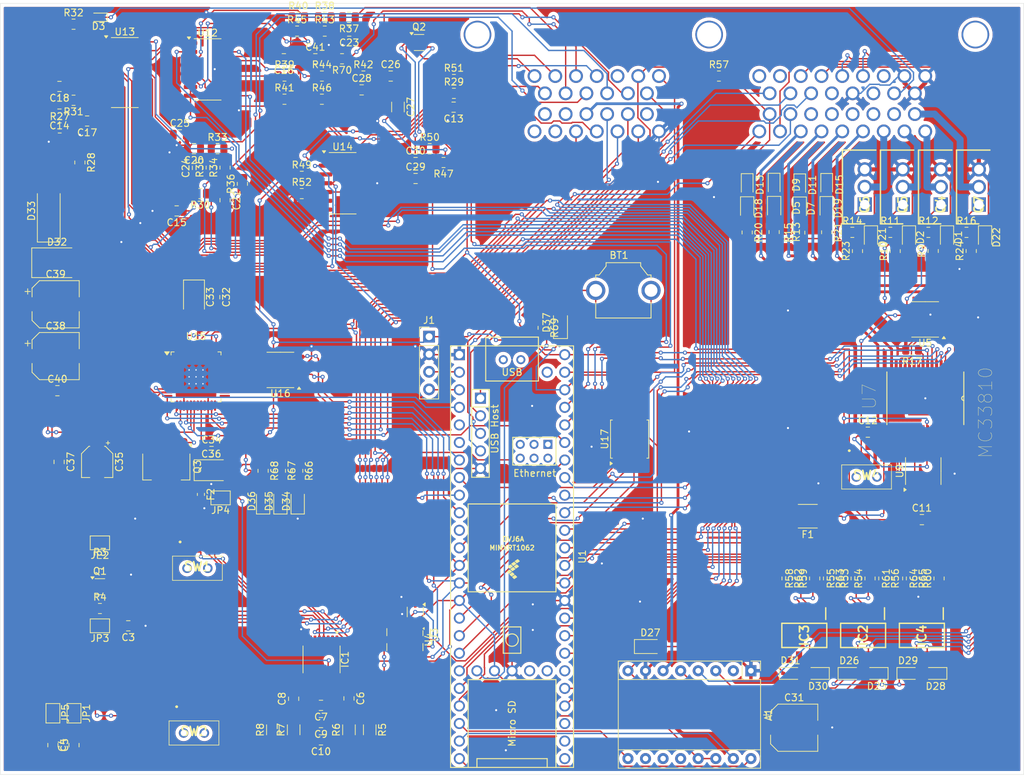
<source format=kicad_pcb>
(kicad_pcb (version 20241229) (generator "pcbnew") (generator_version "9.0")
  (title_block (title "Gen 1 Hayabusa ECU") (date "2025-05-27") (rev "0.3"))
  (layers (0 "F.Cu" signal) (2 "B.Cu" signal) (13 "F.Paste" user) (15 "B.Paste" user) (5 "F.SilkS" user "F.Silkscreen") (7 "B.SilkS" user "B.Silkscreen") (1 "F.Mask" user) (3 "B.Mask" user) (25 "Edge.Cuts" user))
  (net 0 "")
  (net 1 "IDLE-OUT")
  (net 3 "Net-(A1-VMOT)")
  (net 5 "+3V3")
  (net 6 "SPARE1-OUT")
  (net 8 "MCU-D32")
  (net 9 "GND")
  (net 10 "O2-Heater")
  (net 11 "MCU-D31")
  (net 13 "MCU-D30")
  (net 14 "SPARE2-OUT")
  (net 15 "+5V")
  (net 16 "MCU-A4")
  (net 17 "Net-(JP1-B)")
  (net 18 "Net-(JP5-B)")
  (net 19 "Net-(IC1-IN1-)")
  (net 20 "Net-(IC1-IN1+)")
  (net 21 "Net-(IC1-IN2-)")
  (net 22 "Net-(IC1-IN2+)")
  (net 23 "IGN_V+")
  (net 24 "O2_Sensor")
  (net 25 "Net-(C14-Pad1)")
  (net 26 "ADC-Clamp-5")
  (net 27 "O2-5V")
  (net 28 "ADC-Clamp-7")
  (net 29 "ADC-Clamp-6")
  (net 30 "IAT_Sensor")
  (net 31 "CLT_Sensor")
  (net 32 "BARO-5V")
  (net 33 "ADC-Clamp-11")
  (net 34 "ADC-Clamp-12")
  (net 35 "TPS_Sensor")
  (net 36 "TPS-5V")
  (net 37 "MCU-A9")
  (net 38 "MCU-A8")
  (net 39 "Net-(U15-VPROT)")
  (net 40 "VPPSENS")
  (net 41 "12V-PROT")
  (net 42 "MAP-5V")
  (net 43 "Net-(D1-A)")
  (net 44 "Net-(D2-A)")
  (net 46 "Net-(D5-A)")
  (net 47 "Net-(D5-K)")
  (net 48 "Net-(D11-A)")
  (net 49 "Net-(D7-A)")
  (net 50 "INJ2")
  (net 51 "INJ3")
  (net 52 "INJ1")
  (net 53 "Net-(D13-A)")
  (net 54 "INJ4")
  (net 55 "Net-(D15-A)")
  (net 56 "Net-(D18-A)")
  (net 57 "Net-(D19-A)")
  (net 58 "Net-(D21-A)")
  (net 59 "Net-(D22-A)")
  (net 60 "12V-SW")
  (net 61 "FAN-OUT")
  (net 62 "BOOST-OUT")
  (net 63 "Net-(D34-A)")
  (net 64 "Net-(D35-A)")
  (net 65 "Net-(D36-A)")
  (net 66 "Net-(D37-A)")
  (net 67 "Net-(SW4-NO_1)")
  (net 68 "VDDA")
  (net 71 "MCU-A5")
  (net 73 "Net-(IC2-INPUT_1)")
  (net 74 "Net-(IC2-INPUT_2)")
  (net 75 "Net-(IC3-INPUT_2)")
  (net 76 "Net-(IC3-INPUT_1)")
  (net 77 "Net-(IC4-INPUT_2)")
  (net 78 "Net-(IC4-INPUT_1)")
  (net 79 "MCU-D0")
  (net 80 "MCU-D1")
  (net 81 "/Conntectors/Starter Relay FB")
  (net 82 "IGN3")
  (net 83 "SPARE2-Digital")
  (net 84 "/Conntectors/Neutral input")
  (net 85 "IGN1")
  (net 86 "/Conntectors/Diagnose Stecker")
  (net 87 "CRANK-IN+")
  (net 88 "IGN2")
  (net 89 "CAN_L")
  (net 91 "/Conntectors/Tacho Data")
  (net 92 "CAN_H")
  (net 93 "Tip Over Sensor")
  (net 94 "IGN4")
  (net 95 "USB D+")
  (net 96 "USB GND")
  (net 97 "USB D-")
  (net 98 "Gear_Position")
  (net 99 "CRANK-IN-")
  (net 100 "USB 5V")
  (net 101 "ROUT2")
  (net 102 "CAM-IN-")
  (net 103 "GNDA")
  (net 104 "FUELPUMP-OUT")
  (net 105 "Baro_Sensor")
  (net 106 "CAM-IN+")
  (net 107 "Net-(JP2-A)")
  (net 108 "Net-(JP3-B)")
  (net 109 "VPPREF")
  (net 110 "VR1-IN+")
  (net 111 "VR2-IN+")
  (net 112 "OUTEN_1")
  (net 113 "Net-(U12A-+)")
  (net 114 "Net-(U12C-+)")
  (net 115 "Net-(U12B-+)")
  (net 116 "Net-(U12D-+)")
  (net 117 "Net-(U14B-+)")
  (net 118 "SPARE2_Sensor")
  (net 119 "MCU-D27")
  (net 120 "MCU-D26")
  (net 121 "MCU-D29")
  (net 122 "MCU-D28")
  (net 123 "MCU-D25")
  (net 124 "MCU-D24")
  (net 125 "VBat")
  (net 126 "MC33810_1-CS")
  (net 127 "MCU-D4")
  (net 128 "MCU-A0")
  (net 129 "MCU-D7")
  (net 130 "SCLK")
  (net 131 "MCU-D5")
  (net 136 "ADC-Clamp-4")
  (net 138 "MISO")
  (net 142 "ADC-Clamp-13")
  (net 143 "PROG")
  (net 144 "MCU-D8")
  (net 147 "MCU-A1")
  (net 148 "ADC-Clamp-3")
  (net 149 "RESET")
  (net 151 "MCU-D3")
  (net 152 "MC33814-CS")
  (net 153 "MCU-D6")
  (net 156 "ADC-Clamp-14")
  (net 157 "MCU-D9")
  (net 158 "MOSI")
  (net 159 "Net-(U4-SDA{slash}SDI{slash}SDIO)")
  (net 166 "Net-(U5-IN_A)")
  (net 167 "Net-(U5-IN_B)")
  (net 175 "Net-(U7-GD3)")
  (net 187 "Net-(U7-GD2)")
  (net 190 "ADC-Clamp-10")
  (net 191 "ADC-Clamp-2")
  (net 192 "ADC-Clamp-8")
  (net 193 "ADC-Clamp-9")
  (net 194 "ADC-Clamp-1")
  (net 195 "Net-(U14D--)")
  (net 196 "Net-(U14C--)")
  (net 203 "Net-(U15-RIN1)")
  (net 219 "LAMPOUT")
  (net 226 "Net-(U15-RIN2)")
  (net 232 "Net-(Q4-G)")
  (net 233 "Net-(Q5-G)")
  (net 234 "Net-(Q6-G)")
  (net 235 "Net-(Q7-G)")
  (net 236 "Net-(U5-OUT_B)")
  (net 237 "Net-(U5-OUT_A)")
  (net 238 "Net-(U9-OUT_A)")
  (net 239 "Net-(U9-OUT_B)")
  (net 240 "Clutch_in")
  (net 241 "SPARE2_OUT")
  (net 242 "/Conntectors/FI FB")
  (net 250 "Map_Sensor")
  (footprint "Capacitor_SMD:C_0805_2012Metric" (layer "F.Cu") (at 111.365 138.5 180)
    (property "Reference" "C10")
    (property "Value" "1uF")
  )
  (footprint "Package_QFP:LQFP-48-1EP_7x7mm_P0.5mm_EP3.6x3.6mm_ThermalVias" (layer "F.Cu") (at 93.3 86)
    (property "Reference" "U15")
    (property "Value" "MC33814")
  )
  (footprint "Resistor_SMD:R_0805_2012Metric_Pad1.20x1.40mm_HandSolder" (layer "F.Cu") (at 190.765 115.15 90)
    (property "Reference" "R54")
    (property "Value" "1k")
  )
  (footprint "Capacitor_SMD:CP_Elec_6.3x7.7" (layer "F.Cu") (at 73 83)
    (property "Reference" "C38")
    (property "Value" "33uF")
  )
  (footprint "LED_SMD:LED_0805_2012Metric" (layer "F.Cu") (at 184.5 61.6125 -90)
    (property "Reference" "D19")
    (property "Value" "LED")
  )
  (footprint "Misc:AYZ0202AGRLC" (layer "F.Cu") (at 93.5 113.675)
    (property "Reference" "SW1")
    (property "Value" "SW_DPDT_x2" (hide yes))
  )
  (footprint "LED_SMD:LED_0805_2012Metric_Pad1.15x1.40mm_HandSolder" (layer "F.Cu") (at 108 103.975 90)
    (property "Reference" "D34")
    (property "Value" "LED")
  )
  (footprint "LED_SMD:LED_0805_2012Metric" (layer "F.Cu") (at 173 61.641666 -90)
    (property "Reference" "D18")
    (property "Value" "LED")
  )
  (footprint "Resistor_SMD:R_0805_2012Metric" (layer "F.Cu") (at 105.5 99.5875 -90)
    (property "Reference" "R67")
    (property "Value" "470R")
  )
  (footprint "Resistor_SMD:R_0805_2012Metric" (layer "F.Cu") (at 129.0875 55 180)
    (property "Reference" "R47")
    (property "Value" "1k")
  )
  (footprint "Capacitor_SMD:C_0805_2012Metric" (layer "F.Cu") (at 130.55 47 180)
    (property "Reference" "C13")
    (property "Value" "0.1uF")
  )
  (footprint "Resistor_SMD:R_0805_2012Metric" (layer "F.Cu") (at 127.0875 53)
    (property "Reference" "R50")
    (property "Value" "1k")
  )
  (footprint "Capacitor_SMD:C_0805_2012Metric" (layer "F.Cu") (at 73.55 44 180)
    (property "Reference" "C18")
    (property "Value" "270nF")
  )
  (footprint "Diode_SMD:D_SMA_Handsoldering" (layer "F.Cu") (at 72 62 90)
    (property "Reference" "D33")
    (property "Value" "D_Schottky")
  )
  (footprint "LED_SMD:LED_0805_2012Metric_Pad1.15x1.40mm_HandSolder" (layer "F.Cu") (at 103 103.975 90)
    (property "Reference" "D36")
    (property "Value" "LED")
  )
  (footprint "connector:6437288-3" (layer "F.Cu") (at 206 36.5 180)
    (property "Reference" "J5" (hide yes))
    (property "Value" "~")
  )
  (footprint "Resistor_SMD:R_0805_2012Metric" (layer "F.Cu") (at 111.9125 36)
    (property "Reference" "R43")
    (property "Value" "180k")
  )
  (footprint "Diode_SMD:D_SOD-323" (layer "F.Cu") (at 187.765 128.8885)
    (property "Reference" "D26")
    (property "Value" "D")
  )
  (footprint "Diode_SMD:D_SOD-323" (layer "F.Cu") (at 183.265 128.8885 180)
    (property "Reference" "D30")
    (property "Value" "D")
  )
  (footprint "Resistor_SMD:R_0805_2012Metric" (layer "F.Cu") (at 111.4975 42.5)
    (property "Reference" "R44")
    (property "Value" "180k")
  )
  (footprint "Capacitor_SMD:C_0805_2012Metric" (layer "F.Cu") (at 93 53 180)
    (property "Reference" "C20")
    (property "Value" "0.1uF")
  )
  (footprint "ZXMS6006DT8TA:SOT153P700X170-8N" (layer "F.Cu") (at 189.765 123.3885 -90)
    (property "Reference" "IC2")
    (property "Value" "ZXMS6006DT8" (hide yes))
  )
  (footprint "Resistor_SMD:R_0805_2012Metric" (layer "F.Cu") (at 96.4125 53)
    (property "Reference" "R33")
    (property "Value" "2.49k")
  )
  (footprint "Capacitor_SMD:CP_Elec_6.3x7.7" (layer "F.Cu") (at 179.8 136.7385)
    (property "Reference" "C31")
    (property "Value" "100uF")
  )
  (footprint "Diode_SMD:D_PowerDI-123" (layer "F.Cu") (at 159 125)
    (property "Reference" "D27")
    (property "Value" "D_Schottky")
  )
  (footprint "Capacitor_Tantalum_SMD:CP_EIA-3528-21_Kemet-B" (layer "F.Cu") (at 95.5 99.5)
    (property "Reference" "C36")
    (property "Value" "47uF")
  )
  (footprint "Resistor_SMD:R_0805_2012Metric" (layer "F.Cu") (at 196.8525 82.1 180)
    (property "Reference" "R17")
    (property "Value" "10k")
  )
  (footprint "Capacitor_SMD:C_0805_2012Metric" (layer "F.Cu") (at 115.415 132.5 -90)
    (property "Reference" "C6")
    (property "Value" "1nF")
  )
  (footprint "Module:Pololu_Breakout-16_15.2x20.3mm" (layer "F.Cu") (at 173.54 128.5 -90)
    (property "Reference" "A1")
    (property "Value" "Pololu_Breakout_DRV8825")
  )
  (footprint "Resistor_SMD:R_0805_2012Metric" (layer "F.Cu") (at 194.4 67.8125 90)
    (property "Reference" "R10")
    (property "Value" "1k")
  )
  (footprint "Capacitor_SMD:C_0805_2012Metric" (layer "F.Cu") (at 96 74.47 -90)
    (property "Reference" "C32")
    (property "Value" "0.1uF")
  )
  (footprint "Resistor_SMD:R_0805_2012Metric" (layer "F.Cu") (at 75.5875 46 180)
    (property "Reference" "R31")
    (property "Value" "470R")
  )
  (footprint "Misc:AYZ0202AGRLC" (layer "F.Cu") (at 93 137.5)
    (property "Reference" "SW2")
    (property "Value" "SW_DPDT_x2" (hide yes))
  )
  (footprint "Package_TO_SOT_SMD:SOT-363_SC-70-6" (layer "F.Cu") (at 125.55 37.65)
    (property "Reference" "Q2")
    (property "Value" "Q_DUAL_NMOS_S1G1D2S2G2D1")
  )
  (footprint "Resistor_SMD:R_0805_2012Metric" (layer "F.Cu") (at 193.7 65.1)
    (property "Reference" "R11")
    (property "Value" "33")
  )
  (footprint "LIB_IRFB4110PBF:TO254P483X1016X1994-3P" (layer "F.Cu") (at 195.5 61.08 90)
    (property "Reference" "Q5")
    (property "Value" "IRFB4110PBF" (hide yes))
  )
  (footprint "Resistor_SMD:R_0805_2012Metric" (layer "F.Cu") (at 176.9 65.058333 -90)
    (property "Reference" "R13")
    (property "Value" "1k")
  )
  (footprint "Capacitor_SMD:C_0805_2012Metric" (layer "F.Cu") (at 97.5 60.45 -90)
    (property "Reference" "C21")
    (property "Value" "0.1uF")
  )
  (footprint "Package_SO:SOIC-14_3.9x8.7mm_P1.27mm" (layer "F.Cu") (at 114.5 58)
    (property "Reference" "U14")
    (property "Value" "LMV324LIDT")
  )
  (footprint "Misc:AYZ0202AGRLC" (layer "F.Cu") (at 190.265 100.475)
    (property "Reference" "SW4")
    (property "Value" "SW_DPDT_x2" (hide yes))
  )
  (footprint "Capacitor_SMD:C_0805_2012Metric" (layer "F.Cu") (at 75.65 139.255 90)
    (property "Reference" "C4")
    (property "Value" "0.01uF")
  )
  (footprint "LED_SMD:LED_0805_2012Metric" (layer "F.Cu") (at 176.9 61.583333 -90)
    (property "Reference" "D5")
    (property "Value" "LED")
  )
  (footprint "ZXMS6006DT8TA:SOT153P700X170-8N" (layer "F.Cu") (at 198.265 123.3885 -90)
    (property "Reference" "IC4")
    (property "Value" "ZXMS6006DT8" (hide yes))
  )
  (footprint "Resistor_SMD:R_0805_2012Metric" (layer "F.Cu") (at 204.7125 65.1)
    (property "Reference" "R16")
    (property "Value" "33")
  )
  (footprint "Capacitor_SMD:C_0805_2012Metric" (layer "F.Cu") (at 73.25 88)
    (property "Reference" "C40")
    (property "Value" "0.1uF")
  )
  (footprint "Resistor_SMD:R_0805_2012Metric" (layer "F.Cu") (at 75.5875 35)
    (property "Reference" "R32")
    (property "Value" "1k")
  )
  (footprint "Resistor_SMD:R_0805_2012Metric" (layer "F.Cu") (at 130.5875 43)
    (property "Reference" "R51")
    (property "Value" "180k")
  )
  (footprint "LED_SMD:LED_0805_2012Metric" (layer "F.Cu") (at 196.4 65.8375 -90)
    (property "Reference" "D2")
    (property "Value" "LED")
  )
  (footprint "Resistor_SMD:R_0805_2012Metric" (layer "F.Cu") (at 95.5 55.7375 90)
    (property "Reference" "R35")
    (property "Value" "470R")
  )
  (footprint "Resistor_SMD:R_0805_2012Metric_Pad1.20x1.40mm_HandSolder" (layer "F.Cu") (at 194.75 115.15 90)
    (property "Reference" "R61")
    (property "Value" "1k")
  )
  (footprint "Resistor_SMD:R_0805_2012Metric_Pad1.20x1.40mm_HandSolder" (layer "F.Cu") (at 200.75 115.15 90)
    (property "Reference" "R60")
    (property "Value" "1k")
  )
  (footprint "Resistor_SMD:R_0805_2012Metric_Pad1.20x1.40mm_HandSolder" (layer "F.Cu") (at 196.75 115.15 -90)
    (property "Reference" "R65")
    (property "Value" "100k")
  )
  (footprint "Resistor_SMD:R_0805_2012Metric_Pad1.20x1.40mm_HandSolder" (layer "F.Cu") (at 188.765 115.15 90)
    (property "Reference" "R53")
    (property "Value" "1k")
  )
  (footprint "Jumper:SolderJumper-2_P1.3mm_Open_Pad1.0x1.5mm" (layer "F.Cu") (at 72.6 134.65 -90)
    (property "Reference" "JP5")
    (property "Value" "Jumper_2_Open")
  )
  (footprint "Resistor_SMD:R_0805_2012Metric" (layer "F.Cu") (at 111.4975 45.85)
    (property "Reference" "R46")
    (property "Value" "348k")
  )
  (footprint "Capacitor_SMD:C_0805_2012Metric" (layer "F.Cu") (at 73.5 98.3 -90)
    (property "Reference" "C37")
    (property "Value" "0.1uF")
  )
  (footprint "Resistor_SMD:R_0805_2012Metric" (layer "F.Cu") (at 117.5 42.5)
    (property "Reference" "R42")
    (property "Value" "470R")
  )
  (footprint "Resistor_SMD:R_0805_2012Metric" (layer "F.Cu") (at 184.5 65.0875 -90)
    (property "Reference" "R21")
    (property "Value" "1k")
  )
  (footprint "Jumper:SolderJumper-2_P1.3mm_Open_Pad1.0x1.5mm" (layer "F.Cu") (at 75.65 134.65 -90)
    (property "Reference" "JP1")
    (property "Value" "Jumper_2_Open")
  )
  (footprint "Resistor_SMD:R_0805_2012Metric_Pad1.20x1.40mm_HandSolder" (layer "F.Cu") (at 178.765 115.15 -90)
    (property "Reference" "R62")
    (property "Value" "100k")
  )
  (footprint "Resistor_SMD:R_0805_2012Metric" (layer "F.Cu") (at 199.9 67.8 90)
    (property "Reference" "R9")
    (property "Value" "1k")
  )
  (footprint "Package_LGA:LGA-14_3x5mm_P0.8mm_LayoutBorder1x6y" (layer "F.Cu") (at 123.5 124 -90)
    (property "Reference" "U4")
    (property "Value" "ADXL343")
  )
  (footprint "Resistor_SMD:R_1206_3216Metric" (layer "F.Cu") (at 115.415 137.0375 90)
    (property "Reference" "R6")
    (property "Value" "10k")
  )
  (footprint "Resistor_SMD:R_0805_2012Metric_Pad1.20x1.40mm_HandSolder" (layer "F.Cu") (at 180.765 115.15 90)
    (property "Reference" "R58")
    (property "Value" "1k")
  )
  (footprint "Diode_SMD:D_SOD-323" (layer "F.Cu") (at 191.765 128.8885 180)
    (property "Reference" "D25")
    (property "Value" "D")
  )
  (footprint "Resistor_SMD:R_0805_2012Metric" (layer "F.Cu") (at 73.5875 50)
    (property "Reference" "R27")
    (property "Value" "604R")
  )
  (footprint "LED_SMD:LED_0805_2012Metric" (layer "F.Cu") (at 201.9 65.8375 -90)
    (property "Reference" "D1")
    (property "Value" "LED")
  )
  (footprint "Package_TO_SOT_SMD:SOT-363_SC-70-6" (layer "F.Cu") (at 79.4 116.35)
    (property "Reference" "Q1")
    (property "Value" "Q_DUAL_NMOS_S1G1D2S2G2D1")
  )
  (footprint "Resistor_SMD:R_0805_2012Metric" (layer "F.Cu") (at 79.4 113)
    (property "Reference" "R3")
    (property "Value" "1k")
  )
  (footprint "Diode_SMD:D_SOD-323" (layer "F.Cu") (at 180.6 58.258333 -90)
    (property "Reference" "D11")
    (property "Value" "D")
  )
  (footprint "Resistor_SMD:R_0805_2012Metric_Pad1.20x1.40mm_HandSolder" (layer "F.Cu") (at 76.5 55 -90)
    (property "Reference" "R28")
    (property "Value" "3.88k")
  )
  (footprint "Capacitor_SMD:C_0805_2012Metric" (layer "F.Cu") (at 125.05 57.315)
    (property "Reference" "C29")
    (property "Value" "0.01uF")
  )
  (footprint "Resistor_SMD:R_1206_3216Metric" (layer "F.Cu") (at 107.415 137.0375 90)
    (property "Reference" "R7")
    (property "Value" "10k")
  )
  (footprint "Capacitor_SMD:C_0805_2012Metric" (layer "F.Cu") (at 198.265 106.65)
    (property "Reference" "C11")
    (property "Value" "1uF")
  )
  (footprint "Resistor_SMD:R_0805_2012Metric" (layer "F.Cu") (at 143.5 78.9125 -90)
    (property "Reference" "R69")
    (property "Value" "1k")
  )
  (footprint "LED_SMD:LED_0805_2012Metric" (layer "F.Cu") (at 207.4 65.8375 -90)
    (property "Reference" "D22")
    (property "Value" "LED")
  )
  (footprint "Package_SO:SOIC-8_5.3x5.3mm_P1.27mm" (layer "F.Cu") (at 156 95 90)
    (property "Reference" "U17")
    (property "Value" "W25Q32JVSS")
  )
  (footprint "Resistor_SMD:R_0805_2012Metric_Pad1.20x1.40mm_HandSolder" (layer "F.Cu") (at 186.765 115.15 90)
    (property "Reference" "R55")
    (property "Value" "100k")
  )
  (footprint "Capacitor_SMD:C_0805_2012Metric" (layer "F.Cu") (at 115.45 36 180)
    (property "Reference" "C23")
    (property "Value" "0.1uF")
  )
  (footprint "Resistor_SMD:R_0805_2012Metric" (layer "F.Cu") (at 168.9125 42.5)
    (property "Reference" "R57")
    (property "Value" "10k")
  )
  (footprint "Jumper:SolderJumper-2_P1.3mm_Open_Pad1.0x1.5mm" (layer "F.Cu") (at 96.85 103.5 180)
    (property "Reference" "JP4")
    (property "Value" "Jumper_2_Open")
  )
  (footprint "Package_TO_SOT_SMD:SOT-223-3_TabPin2" (layer "F.Cu") (at 89 99 -90)
    (property "Reference" "Q3")
    (property "Value" "Q_PNP_BCEC")
  )
  (footprint "Diode_SMD:D_PowerDI-123" (layer "F.Cu") (at 146 78.15 90)
    (property "Reference" "D37")
    (property "Value" "D_Schottky")
  )
  (footprint "Package_SO:SOIC-14_3.9x8.7mm_P1.27mm" (layer "F.Cu") (at 94.975 41.54)
    (property "Reference" "U12")
    (property "Value" "LMV324LIDT")
  )
  (footprint "Resistor_SMD:R_0805_2012Metric" (layer "F.Cu") (at 111.9125 34)
    (property "Reference" "R38")
    (property "Value" "180k")
  )
  (footprint "kicad:Teensy41" (layer "F.Cu") (at 139 112 -90)
    (property "Reference" "U1")
    (property "Value" "Teensy4.1")
  )
  (footprint "Resistor_SMD:R_0805_2012Metric" (layer "F.Cu") (at 188.205 65.1)
    (property "Reference" "R14")
    (property "Value" "33")
  )
  (footprint "Capacitor_SMD:C_0805_2012Metric" (layer "F.Cu") (at 95.54 96.7875)
    (property "Reference" "C34")
    (property "Value" "0.1uF")
  )
  (footprint "Diode_SMD:D_SOD-323" (layer "F.Cu") (at 179.265 128.8885)
    (property "Reference" "D31")
    (property "Value" "D")
  )
  (footprint "IC_Automotive:SOIC32-P0.65-33N" (layer "F.Cu") (at 198.765 89.1 -90)
    (property "Reference" "U7")
    (property "Value" "MC33810")
  )
  (footprint "Resistor_SMD:R_0805_2012Metric" (layer "F.Cu") (at 130.5875 45)
    (property "Reference" "R29")
    (property "Value" "470R")
  )
  (footprint "Resistor_SMD:R_0805_2012Metric" (layer "F.Cu") (at 199.2 65.1)
    (property "Reference" "R12")
    (property "Value" "33")
  )
  (footprint "Resistor_SMD:R_0805_2012Metric" (layer "F.Cu") (at 106.0875 45.85)
    (property "Reference" "R41")
    (property "Value" "348k")
  )
  (footprint "LED_SMD:LED_0805_2012Metric_Pad1.15x1.40mm_HandSolder" (layer "F.Cu") (at 105.5 103.975 90)
    (property "Reference" "D35")
    (property "Value" "LED")
  )
  (footprint "Diode_SMD:D_SOD-323" (layer "F.Cu") (at 184.5 58.2 -90)
    (property "Reference" "D15")
    (property "Value" "D")
  )
  (footprint "Resistor_SMD:R_0805_2012Metric" (layer "F.Cu") (at 79.4 119.5)
    (property "Reference" "R4")
    (property "Value" "1k")
  )
  (footprint "Resistor_SMD:R_0805_2012Metric" (layer "F.Cu") (at 106.0875 42.5)
    (property "Reference" "R39")
    (property "Value" "180k")
  )
  (footprint "Capacitor_SMD:C_0805_2012Metric" (layer "F.Cu") (at 93.5 55.775 90)
    (property "Reference" "C24")
    (property "Value" "0.22uF")
  )
  (footprint "Resistor_SMD:R_0805_2012Metric" (layer "F.Cu") (at 108 99.5875 -90)
    (property "Reference" "R66")
    (property "Value" "1k")
  )
  (footprint "Resistor_SMD:R_0805_2012Metric" (layer "F.Cu") (at 173 65.116666 -90)
    (property "Reference" "R20")
    (property "Value" "1k")
  )
  (footprint "Diode_SMD:D_SOD-323" (layer "F.Cu") (at 200.265 128.8885 180)
    (property "Reference" "D28")
    (property "Value" "D")
  )
  (footprint "ZXMS6006DT8TA:SOT153P700X170-8N" (layer "F.Cu") (at 181.265 123.3885 -90)
    (property "Reference" "IC3")
    (property "Value" "ZXMS6006DT8" (hide yes))
  )
  (footprint "Resistor_SMD:R_0805_2012Metric" (layer "F.Cu") (at 107.9125 36)
    (property "Reference" "R45")
    (property "Value" "348k")
  )
  (footprint "Capacitor_SMD:C_0805_2012Metric" (layer "F.Cu") (at 83.5 122 180)
    (property "Reference" "C3")
    (property "Value" "0.1uF")
  )
  (footprint "Fuse:Fuse_0603_1608Metric" (layer "F.Cu") (at 94 103 -90)
    (property "Reference" "F2")
    (property "Value" "Polyfuse")
  )
  (footprint "Resistor_SMD:R_0805_2012Metric" (layer "F.Cu") (at 108.0875 34)
    (property "Reference" "R40")
    (property "Value" "348k")
  )
  (footprint "Resistor_SMD:R_0805_2012Metric" (layer "F.Cu") (at 188.95 67.8125 90)
    (property "Reference" "R23")
    (property "Value" "1k")
  )
  (footprint "Capacitor_SMD:C_0805_2012Metric" (layer "F.Cu") (at 72.6 139.255 -90)
    (property "Reference" "C5")
    (property "Value" "4700pF")
  )
  (footprint "Resistor_SMD:R_0805_2012Metric" (layer "F.Cu") (at 100 58.0875 90)
    (property "Reference" "R36")
    (property "Value" "470R")
  )
  (footprint "Capacitor_SMD:C_0805_2012Metric" (layer "F.Cu") (at 125.05 55)
    (property "Reference" "C30")
    (property "Value" "0.01uF")
  )
  (footprint "Resistor_SMD:R_0805_2012Metric" (layer "F.Cu") (at 108.5875 59.5)
    (property "Reference" "R52")
    (property "Value" "348k")
  )
  (footprint "Resistor_SMD:R_0805_2012Metric" (layer "F.Cu") (at 97.5 55.7375 90)
    (property "Reference" "R34")
    (property "Value" "2.49k")
  )
  (footprint "Resistor_SMD:R_0805_2012Metric" (layer "F.Cu") (at 93.9125 59.5 180)
    (property "Reference" "R30")
    (property "Value" "2.4k")
  )
  (footprint "Capacitor_SMD:C_0805_2012Metric" (layer "F.Cu") (at 111.365 133.5 180)
    (property "Reference" "C7")
    (property "Value" "0.01uF")
  )
  (footprint "Diode_SMD:D_SOD-523" (layer "F.Cu") (at 79.2 34 180)
    (property "Reference" "D3")
    (property "Value" "1N4148WT")
  )
  (footprint "Capacitor_SMD:C_0805_2012Metric" (layer "F.Cu") (at 110.55 40)
    (property "Reference" "C41")
    (property "Value" "0.1uF")
  )
  (footprint "Resistor_SMD:R_0805_2012Metric" (layer "F.Cu") (at 180.6 65.145833 90)
    (property "Reference" "R15")
    (property "Value" "1k")
  )
  (footprint "Capacitor_SMD:C_0805_2012Metric" (layer "F.Cu") (at 73.55 48 180)
    (property "Reference" "C14")
    (property "Value" "0.1uF")
  )
  (footprint "Fuse:Fuse_1812_4532Metric" (layer "F.Cu") (at 181.765 106.15 180)
    (property "Reference" "F1")
    (property "Value" "Polyfuse")
  )
  (footprint "Capacitor_SMD:C_0805_2012Metric" (layer "F.Cu") (at 90.5 62 180)
    (property "Reference" "C15")
    (property "Value" "270nF")
  )
  (footprint "2999:BAT_2999" (layer "F.Cu") (at 155.1 73.5)
    (property "Reference" "BT1")
    (property "Value" "Battery_Cell")
  )
  (footprint "LED_SMD:LED_0805_2012Metric" (layer "F.Cu") (at 180.6 61.670833 -90)
    (property "Reference" "D7")
    (property "Value" "LED")
  )
  (footprint "Capacitor_SMD:C_0805_2012Metric" (layer "F.Cu") (at 111.365 136 180)
    (property "Reference" "C9")
    (property "Value" "0.1uF")
  )
  (footprint "Capacitor_SMD:C_0805_2012Metric" (layer "F.Cu") (at 190.45 94)
    (property "Reference" "C12")
    (property "Value" "0.1uF")
  )
  (footprint "Diode_SMD:D_SOD-323" (layer "F.Cu") (at 173 58.229166 -90)
    (property "Reference" "D13")
    (property "Value" "D")
  )
  (footprint "Resistor_SMD:R_0805_2012Metric_Pad1.20x1.40mm_HandSolder" (layer "F.Cu") (at 184.765 115.15 -90)
    (property "Reference" "R63")
    (property "Value" "100k")
  )
  (footprint "Resistor_SMD:R_0805_2012Metric_Pad1.20x1.40mm_HandSolder" (layer "F.Cu") (at 192.765 115.15 -90)
    (property "Reference" "R56")
    (property "Value" "100k")
  )
  (footprint "Resistor_SMD:R_0805_2012Metric_Pad1.20x1.40mm_HandSolder" (layer "F.Cu") (at 198.75 115.15 90)
    (property "Reference" "R64")
    (property "Value" "100k")
  )
  (footprint "Package_TO_SOT_SMD:SOT-353_SC-70-5" (layer "F.Cu") (at 125 120 -90)
    (property "Reference" "U3")
    (property "Value" "74AHC1G32")
  )
  (footprint "Resistor_SMD:R_0805_2012Metric" (layer "F.Cu") (at 205.4 67.8 90)
    (property "Reference" "R24")
    (property "Value" "1k")
  )
  (footprint "LED_SMD:LED_0805_2012Metric" (layer "F.Cu") (at 190.9 65.8375 -90)
    (property "Reference" "D21")
    (property "Value" "LED")
  )
  (footprint "Resistor_SMD:R_1206_3216Metric" (layer "F.Cu") (at 118.415 137.0375 -90)
    (property "Reference" "R5")
    (property "Value" "10k")
  )
  (footprint "Capacitor_SMD:C_0805_2012Metric" (layer "F.Cu") (at 117.25 44.5)
    (property "Reference" "C28")
    (property "Value" "0.22uF")
  )
  (footprint "Resistor_SMD:R_0805_2012Metric" (layer "F.Cu") (at 115.4125 34 180)
    (property "Reference" "R37")
    (property "Value" "0")
  )
  (footprint "Capacitor_SMD:C_0805_2012Metric" (layer "F.Cu") (at 106 40 180)
    (property "Reference" "C16")
    (property "Value" "0.22uF")
  )
  (footprint "Jumper:SolderJumper-2_P1.3mm_Open_Pad1.0x1.5mm" (layer "F.Cu") (at 79.4 122 180)
    (property "Reference" "JP3")
    (property "Value" "Jumper_2_Open")
  )
  (footprint "Package_SO:SOIC-8_3.9x4.9mm_P1.27mm" (layer "F.Cu") (at 198.4675 99.625 90)
    (property "Reference" "U9")
    (property "Value" "TC4424A")
  )
  (footprint "Package_SO:QSOP-16_3.9x4.9mm_P0.635mm" (layer "F.Cu") (at 111.4525 126.8625 -90)
    (property "Reference" "IC1")
    (property "Value" "MAX9926UAEE_V+")
  )
  (footprint "Resistor_SMD:R_0805_2012Metric" (layer "F.Cu") (at 108.5875 57)
    (property "Reference" "R49")
    (property "Value" "1k")
  )
  (footprint "Jumper:SolderJumper-2_P1.3mm_Open_Pad1.0x1.5mm" (layer "F.Cu") (at 79.4 110 180)
    (property "Reference" "JP2")
    (property "Value" "Jumper_2_Open")
  )
  (footprint "Resistor_SMD:R_1206_3216Metric" (layer "F.Cu") (at 104.415 137.0375 90)
    (property "Reference" "R8")
    (property "Value" "10k")
  )
  (footprint "Resistor_SMD:R_0805_2012Metric" (layer "F.Cu") (at 103 99.5875 -90)
    (property "Reference" "R68")
    (property "Value" "470R")
  )
  (footprint "Capacitor_Tantalum_SMD:CP_EIA-3528-21_Kemet-B" (layer "F.Cu") (at 93 74.46 -90)
    (property "Reference" "C33")
    (property "Value" "47uF")
  )
  (footprint "Capacitor_SMD:CP_Elec_4x5.4" (layer "F.Cu") (at 79 98.3 -90)
    (property "Reference" "C35")
    (property "Value" "22uF")
  )
  (footprint "Capacitor_SMD:C_1206_3216Metric" (layer "F.Cu") (at 122.5 46.975 -90)
    (property "Reference" "C27")
    (property "Value" "100uF")
  )
  (footprint "Package_SO:SOIC-8_3.9x4.9mm_P1.27mm" (layer "F.Cu") (at 105.5 85 180)
    (property "Reference" "U16")
    (property "Value" "TC4424A")
  )
  (footprint "LIB_IRFB4110PBF:TO254P483X1016X1994-3P" (layer "F.Cu") (at 206.5 61.08 90)
    (property "Reference" "Q7")
    (property "Value" "IRFB4110PBF" (hide yes))
  )
  (footprint "Capacitor_SMD:C_0805_2012Metric" (layer "F.Cu") (at 107.415 132.55 90)
    (property "Reference" "C8")
    (property "Value" "1nF")
  )
  (footprint "Connector_PinHeader_2.54mm:PinHeader_1x04_P2.54mm_Vertical" (layer "F.Cu") (at 127 80.19)
    (property "Reference" "J1")
    (property "Value" "Conn_01x04" (hide yes))
  )
  (footprint "Diode_SMD:D_SMB" (layer "F.Cu") (at 73.2 69.5)
    (property "Reference" "D32")
    (property "Value" "D_TVS")
  )
  (footprint "LIB_IRFB4110PBF:TO254P483X1016X1994-3P" (layer "F.Cu") (at 190 61.08 90)
    (property "Reference" "Q6")
    (property "Value" "IRFB4110PBF" (hide yes))
  )
  (footprint "Package_SO:SOIC-8_3.9x4.9mm_P1.27mm" (layer "F.Cu") (at 198.74 77.695 180)
    (property "Reference" "U5")
    (property "Value" "TC4424A")
  )
  (footprint "Resistor_SMD:R_0805_2012Metric" (layer "F.Cu") (at 114.4125 40 180)
    (property "Reference" "R70")
    (property "Value" "0")
  )
  (footprint "Capacitor_SMD:C_0805_2012Metric" (layer "F.Cu") (at 77.55 49 180)
    (property "Reference" "C17")
    (property "Value" "0.22uF")
  )
  (footprint "Resistor_SMD:R_0805_2012Metric_Pad1.20x1.40mm_HandSolder" (layer "F.Cu") (at 182.765 115.15 90)
    (property "Reference" "R59")
    (property "Value" "1k")
  )
  (footprint "Capacitor_SMD:CP_Elec_6.3x7.7" (layer "F.Cu") (at 73 75.5)
    (property "Reference" "C39")
    (property "Value" "33uF")
  )
  (footprint "LIB_IRFB4110PBF:TO254P483X1016X1994-3P" (layer "F.Cu") (at 201 61.08 90)
    (property "Reference" "Q4")
    (property "Value" "IRFB4110PBF" (hide yes))
  )
  (footprint "Capacitor_SMD:C_0805_2012Metric" (layer "F.Cu") (at 121.45 42.5)
    (property "Reference" "C26")
    (property "Value" "0.1uF")
  )
  (footprint "Diode_SMD:D_SOD-323" (layer "F.Cu") (at 176.9 58.170833 -90)
    (property "Reference" "D9")
    (property "Value" "D")
  )
  (footprint "Diode_SMD:D_SOD-323" (layer "F.Cu") (at 196.265 128.8885)
    (property "Reference" "D29")
    (property "Value" "D")
  )
  (footprint "Package_SO:SOIC-16_3.9x9.9mm_P1.27mm" (layer "F.Cu") (at 83 42)
    (property "Reference" "U13")
    (property "Value" "SP720")
  )
  (footprint "Capacitor_SMD:C_0805_2012Metric" (layer "F.Cu") (at 90.95 51)
    (property "Reference" "C25")
    (property "Value" "0.22uF")
  )
  (gr_rect (start 65 32) (end 213 143.5) (stroke (width 0.05)) (fill no) (layer "Edge.Cuts"))
  (segment (start 209.771 122.087561) (end 209.771 44.3381) (width 0.2) (layer "F.Cu") (net 1))
  (segment (start 190.715 127.3935) (end 190.715 128.8885) (width 0.2) (layer "F.Cu") (net 1))
  (segment (start 190.53 127.2085) (end 190.715 127.3935) (width 0.2) (layer "F.Cu") (net 1))
  (segment (start 180.615108 40.397) (end 179.051 41.961108) (width 0.2) (layer "F.Cu") (net 1))
  (segment (start 205.8299 40.397) (end 180.615108 40.397) (width 0.2) (layer "F.Cu") (net 1))
  (segment (start 209.771 44.3381) (end 205.8299 40.397) (width 0.2) (layer "F.Cu") (net 1))
  (segment (start 177.75 44.660108) (end 177.75 50.5) (width 0.2) (layer "F.Cu") (net 1))
  (segment (start 179.051 43.359108) (end 177.75 44.660108) (width 0.2) (layer "F.Cu") (net 1))
  (segment (start 204.998272 124.305814) (end 205.052747 124.305814) (width 0.2) (layer "F.Cu") (net 1))
  (segment (start 209.764468 122.081029) (end 209.771 122.087561) (width 0.2) (layer "F.Cu") (net 1))
  (segment (start 190.53 126.5385) (end 190.53 125.03) (width 0.2) (layer "F.Cu") (net 1))
  (segment (start 192.06 126.5385) (end 190.53 126.5385) (width 0.2) (layer "F.Cu") (net 1))
  (segment (start 187.189394 131.402) (end 190.53 128.061394) (width 0.2) (layer "F.Cu") (net 1))
  (segment (start 207.277532 122.081029) (end 209.764468 122.081029) (width 0.2) (layer "F.Cu") (net 1))
  (segment (start 205.052747 124.305814) (end 207.277532 122.081029) (width 0.2) (layer "F.Cu") (net 1))
  (segment (start 190.53 126.5385) (end 190.53 127.2085) (width 0.2) (layer "F.Cu") (net 1))
  (segment (start 179.051 41.961108) (end 179.051 43.359108) (width 0.2) (layer "F.Cu") (net 1))
  (segment (start 190.53 128.061394) (end 190.53 127.2085) (width 0.2) (layer "F.Cu") (net 1))
  (segment (start 163.38 128.5) (end 166.282 131.402) (width 0.2) (layer "F.Cu") (net 1))
  (segment (start 190.53 125.03) (end 190.5 125) (width 0.2) (layer "F.Cu") (net 1))
  (segment (start 166.282 131.402) (end 187.189394 131.402) (width 0.2) (layer "F.Cu") (net 1))
  (via (at 204.998272 124.305814) (size 0.6) (drill 0.3) (layers "F.Cu" "B.Cu") (net 1))
  (via (at 190.5 125) (size 0.6) (drill 0.3) (layers "F.Cu" "B.Cu") (net 1))
  (segment (start 190.5 125) (end 191.601 123.899) (width 0.2) (layer "B.Cu") (net 1))
  (segment (start 191.601 123.899) (end 203.899 123.899) (width 0.2) (layer "B.Cu") (net 1))
  (segment (start 204.653028 124.305814) (end 204.998272 124.305814) (width 0.2) (layer "B.Cu") (net 1))
  (segment (start 204.347214 124) (end 204.653028 124.305814) (width 0.2) (layer "B.Cu") (net 1))
  (segment (start 204 124) (end 204.347214 124) (width 0.2) (layer "B.Cu") (net 1))
  (segment (start 203.899 123.899) (end 204 124) (width 0.2) (layer "B.Cu") (net 1))
  (segment (start 177.1 136.7385) (end 163.9985 136.7385) (width 0.2) (layer "F.Cu") (net 3))
  (segment (start 158.15 126.11) (end 158.15 125) (width 0.2) (layer "F.Cu") (net 3))
  (segment (start 163.9985 136.7385) (end 155.76 128.5) (width 0.2) (layer "F.Cu") (net 3))
  (segment (start 155.76 128.5) (end 158.15 126.11) (width 0.2) (layer "F.Cu") (net 3))
  (segment (start 80.35 116.35) (end 78.45 116.35) (width 0.2) (layer "F.Cu") (net 5))
  (segment (start 129.358615 53.816385) (end 129.176 53.999) (width 0.2) (layer "F.Cu") (net 5))
  (segment (start 127.899 127.101) (end 129 126) (width 0.2) (layer "F.Cu") (net 5))
  (segment (start 129.176 53.999) (end 130.49766 53.999) (width 0.2) (layer "F.Cu") (net 5))
  (segment (start 123.701 47.249) (end 122.5 48.45) (width 0.2) (layer "F.Cu") (net 5))
  (segment (start 125.65 120.95) (end 128.25 118.35) (width 0.2) (layer "F.Cu") (net 5))
  (segment (start 144.899 82.101) (end 143.702 82.101) (width 0.2) (layer "F.Cu") (net 5))
  (segment (start 122.5 48.45) (end 121.05 48.45) (width 0.2) (layer "F.Cu") (net 5))
  (segment (start 97.5 54.825) (end 97.5 53.175) (width 0.2) (layer "F.Cu") (net 5))
  (segment (start 98.5 53) (end 97.325 53) (width 0.2) (layer "F.Cu") (net 5))
  (segment (start 85.475 37.555) (end 87.445 37.555) (width 0.2) (layer "F.Cu") (net 5))
  (segment (start 128 53) (end 128 54.825) (width 0.2) (layer "F.Cu") (net 5))
  (segment (start 78.4875 119.5) (end 79.076 118.9115) (width 0.2) (layer "F.Cu") (net 5))
  (segment (start 154.095 85.731) (end 148.759 85.731) (width 0.2) (layer "F.Cu") (net 5))
  (segment (start 96.5 57.825) (end 96.5 55.825) (width 0.2) (layer "F.Cu") (net 5))
  (segment (start 121.05 48.45) (end 120.5 49) (width 0.2) (layer "F.Cu") (net 5))
  (segment (start 159.749 135.029) (end 165.92 141.2) (width 0.2) (layer "F.Cu") (net 5))
  (segment (start 130 119.73) (end 131.38 118.35) (width 0.2) (layer "F.Cu") (net 5))
  (segment (start 111.5671 71) (end 129.5 71) (width 0.2) (layer "F.Cu") (net 5))
  (segment (start 128.175 55) (end 129.176 53.999) (width 0.2) (layer "F.Cu") (net 5))
  (segment (start 148.759 85.731) (end 146.62 87.87) (width 0.2) (layer "F.Cu") (net 5))
  (segment (start 132.5 56.00134) (end 132.5 68) (width 0.2) (layer "F.Cu") (net 5))
  (segment (start 146 81) (end 145 82) (width 0.2) (layer "F.Cu") (net 5))
  (segment (start 78.774999 116.35) (end 78.45 116.35) (width 0.2) (layer "F.Cu") (net 5))
  (segment (start 185.44853 84) (end 185.974265 83.474265) (width 0.2) (layer "F.Cu") (net 5))
  (segment (start 80.3125 113) (end 79.724 113.5885) (width 0.2) (layer "F.Cu") (net 5))
  (segment (start 143.702 82.101) (end 140.101 78.5) (width 0.2) (layer "F.Cu") (net 5))
  (segment (start 124.6 37.65) (end 124.275001 37.65) (width 0.2) (layer "F.Cu") (net 5))
  (segment (start 108.0671 67.5) (end 111.5671 71) (width 0.2) (layer "F.Cu") (net 5))
  (segment (start 109 119.9) (end 84.4 119.9) (width 0.2) (layer "F.Cu") (net 5))
  (segment (start 118.7819 127.101) (end 127.899 127.101) (width 0.2) (layer "F.Cu") (net 5))
  (segment (start 123.701 38.224001) (end 123.701 47.249) (width 0.2) (layer "F.Cu") (net 5))
  (segment (start 155.365 96.505001) (end 155.365 91.4125) (width 0.2) (layer "F.Cu") (net 5))
  (segment (start 79.724 116.048999) (end 80.025001 116.35) (width 0.2) (layer "F.Cu") (net 5))
  (segment (start 79.076 118.9115) (end 79.076 116.651001) (width 0.2) (layer "F.Cu") (net 5))
  (segment (start 154.095 91.4125) (end 154.095 85.731) (width 0.2) (layer "F.Cu") (net 5))
  (segment (start 164.1 84) (end 185.44853 84) (width 0.2) (layer "F.Cu") (net 5))
  (segment (start 126.5 37.65) (end 124.6 37.65) (width 0.2) (layer "F.Cu") (net 5))
  (segment (start 156.635 98.5875) (end 156.635 97.775001) (width 0.2) (layer "F.Cu") (net 5))
  (segment (start 76.5 35) (end 82.92 35) (width 0.2) (layer "F.Cu") (net 5))
  (segment (start 130 125) (end 130 119.73) (width 0.2) (layer "F.Cu") (net 5))
  (segment (start 165.92 141.2) (end 168.46 141.2) (width 0.2) (layer "F.Cu") (net 5))
  (segment (start 125.65 120.95) (end 125.65 122.85) (width 0.2) (layer "F.Cu") (net 5))
  (segment (start 129.358615 53.141385) (end 129.358615 53.816385) (width 0.2) (layer "F.Cu") (net 5))
  (segment (start 142.979 135.029) (end 159.749 135.029) (width 0.2) (layer "F.Cu") (net 5))
  (segment (start 97.5 53.175) (end 97.325 53) (width 0.2) (layer "F.Cu") (net 5))
  (segment (start 79.724 113.5885) (end 79.724 116.048999) (width 0.2) (layer "F.Cu") (net 5))
  (segment (start 87.445 37.555) (end 87.5 37.5) (width 0.2) (layer "F.Cu") (net 5))
  (segment (start 155.365 90.635) (end 160 86) (width 0.2) (layer "F.Cu") (net 5))
  (segment (start 155.365 91.4125) (end 155.365 90.635) (width 0.2) (layer "F.Cu") (net 5))
  (segment (start 199 82.148442) (end 199.0952 82.243642) (width 0.2) (layer "F.Cu") (net 5))
  (segment (start 136.46 128.51) (end 142.979 135.029) (width 0.2) (layer "F.Cu") (net 5))
  (segment (start 125.65 122.85) (end 125.5 123) (width 0.2) (layer "F.Cu") (net 5))
  (segment (start 142.641 107.089) (end 131.38 118.35) (width 0.2) (layer "F.Cu") (net 5))
  (segment (start 140.101 77.969626) (end 140.065687 77.934313) (width 0.2) (layer "F.Cu") (net 5))
  (segment (start 80.025001 116.35) (end 80.35 116.35) (width 0.2) (layer "F.Cu") (net 5))
  (segment (start 156.635 97.775001) (end 155.365 96.505001) (width 0.2) (layer "F.Cu") (net 5))
  (segment (start 145 82) (end 144.899 82.101) (width 0.2) (layer "F.Cu") (net 5))
  (segment (start 82.92 35) (end 85.475 37.555) (width 0.2) (layer "F.Cu") (net 5))
  (segment (start 150.911 107.089) (end 142.641 107.089) (width 0.2) (layer "F.Cu") (net 5))
  (segment (start 95.5 61.5) (end 95.5 60.175) (width 0.2) (layer "F.Cu") (net 5))
  (segment (start 163.8 84.3) (end 164.1 84) (width 0.2) (layer "F.Cu") (net 5))
  (segment (start 156.635 101.365) (end 150.911 107.089) (width 0.2) (layer "F.Cu") (net 5))
  (segment (start 80.85 116.35) (end 80.35 116.35) (width 0.2) (layer "F.Cu") (net 5))
  (segment (start 84.4 119.9) (end 80.85 116.35) (width 0.2) (layer "F.Cu") (net 5))
  (segment (start 94.825 59.5) (end 96.5 57.825) (width 0.2) (layer "F.Cu") (net 5))
  (segment (start 128.25 118.35) (end 131.38 118.35) (width 0.2) (layer "F.Cu") (net 5))
  (segment (start 124.275001 37.65) (end 123.701 38.224001) (width 0.2) (layer "F.Cu") (net 5))
  (segment (start 79.076 116.651001) (end 78.774999 116.35) (width 0.2) (layer "F.Cu") (net 5))
  (segment (start 95.5 60.175) (end 94.825 59.5) (width 0.2) (layer "F.Cu") (net 5))
  (segment (start 130.49766 53.999) (end 132.5 56.00134) (width 0.2) (layer "F.Cu") (net 5))
  (segment (start 111.59045 119.90955) (end 118.7819 127.101) (width 0.2) (layer "F.Cu") (net 5))
  (segment (start 128 54.825) (end 128.175 55) (width 0.2) (layer "F.Cu") (net 5))
  (segment (start 199.0952 82.243642) (end 199.0952 84.401) (width 0.2) (layer "F.Cu") (net 5))
  (segment (start 154.095 91.4125) (end 155.365 91.4125) (width 0.2) (layer "F.Cu") (net 5))
  (segment (start 96.1 67.5) (end 108.0671 67.5) (width 0.2) (layer "F.Cu") (net 5))
  (segment (start 140.101 78.5) (end 140.101 77.969626) (width 0.2) (layer "F.Cu") (net 5))
  (segment (start 96.5 55.825) (end 97.5 54.825) (width 0.2) (layer "F.Cu") (net 5))
  (segment (start 146 79) (end 146 81) (width 0.2) (layer "F.Cu") (net 5))
  (segment (start 95.5 67.395) (end 95.995 67.395) (width 0.2) (layer "F.Cu") (net 5))
  (segment (start 156.635 98.5875) (end 156.635 101.365) (width 0.2) (layer "F.Cu") (net 5))
  (segment (start 95.995 67.395) (end 96.1 67.5) (width 0.2) (layer "F.Cu") (net 5))
  (segment (start 129.5 71) (end 132.5 68) (width 0.2) (layer "F.Cu") (net 5))
  (via (at 130 125) (size 0.6) (drill 0.3) (layers "F.Cu" "B.Cu") (net 5))
  (via (at 132.5 68) (size 0.6) (drill 0.3) (layers "F.Cu" "B.Cu") (net 5))
  (via (at 95.5 67.395) (size 0.6) (drill 0.3) (layers "F.Cu" "B.Cu") (net 5))
  (via (at 95.5 61.5) (size 0.6) (drill 0.3) (layers "F.Cu" "B.Cu") (net 5))
  (via (at 87.5 37.5) (size 0.6) (drill 0.3) (layers "F.Cu" "B.Cu") (net 5))
  (via (at 145 82) (size 0.6) (drill 0.3) (layers "F.Cu" "B.Cu") (net 5))
  (via (at 129.358615 53.141385) (size 0.6) (drill 0.3) (layers "F.Cu" "B.Cu") (net 5))
  (via (at 120.5 49) (size 0.6) (drill 0.3) (layers "F.Cu" "B.Cu") (net 5))
  (via (at 185.974265 83.474265) (size 0.6) (drill 0.3) (layers "F.Cu" "B.Cu") (net 5))
  (via (at 129 126) (size 0.6) (drill 0.3) (layers "F.Cu" "B.Cu") (net 5))
  (via (at 199 82.148442) (size 0.6) (drill 0.3) (layers "F.Cu" "B.Cu") (net 5))
  (via (at 140.065687 77.934313) (size 0.6) (drill 0.3) (layers "F.Cu" "B.Cu") (net 5))
  (via (at 111.59045 119.90955) (size 0.6) (drill 0.3) (layers "F.Cu" "B.Cu") (net 5))
  (via (at 163.8 84.3) (size 0.6) (drill 0.3) (layers "F.Cu" "B.Cu") (net 5))
  (via (at 98.5 53) (size 0.6) (drill 0.3) (layers "F.Cu" "B.Cu") (net 5))
  (via (at 109 119.9) (size 0.6) (drill 0.3) (layers "F.Cu" "B.Cu") (net 5))
  (via (at 160 86) (size 0.6) (drill 0.3) (layers "F.Cu" "B.Cu") (net 5))
  (segment (start 185.974265 83.353144) (end 187.178967 82.148442) (width 0.2) (layer "B.Cu") (net 5))
  (segment (start 131.38 118.35) (end 136.46 123.43) (width 0.2) (layer "B.Cu") (net 5))
  (segment (start 145 82) (end 142.5 84.5) (width 0.2) (layer "B.Cu") (net 5))
  (segment (start 111.40955 119.90955) (end 111.59045 119.90955) (width 0.2) (layer "B.Cu") (net 5))
  (segment (start 140.065687 75.565687) (end 140.065687 77.934313) (width 0.2) (layer "B.Cu") (net 5))
  (segment (start 185.974265 83.474265) (end 185.974265 83.353144) (width 0.2) (layer "B.Cu") (net 5))
  (segment (start 163.8 85.126795) (end 163.526795 85.4) (width 0.2) (layer "B.Cu") (net 5))
  (segment (start 160.6 85.4) (end 160 86) (width 0.2) (layer "B.Cu") (net 5))
  (segment (start 163.526795 85.4) (end 160.6 85.4) (width 0.2) (layer "B.Cu") (net 5))
  (segment (start 95.5 67.395) (end 95.5 61.5) (width 0.2) (layer "B.Cu") (net 5))
  (segment (start 124.641385 53.141385) (end 129.358615 53.141385) (width 0.2) (layer "B.Cu") (net 5))
  (segment (start 98.5 53) (end 92.5 53) (width 0.2) (layer "B.Cu") (net 5))
  (segment (start 163.8 84.3) (end 163.8 85.126795) (width 0.2) (layer "B.Cu") (net 5))
  (segment (start 132.5 68) (end 140.065687 75.565687) (width 0.2) (layer "B.Cu") (net 5))
  (segment (start 109 119.9) (end 111.4 119.9) (width 0.2) (layer "B.Cu") (net 5))
  (segment (start 92.5 53) (end 87.5 48) (width 0.2) (layer "B.Cu") (net 5))
  (segment (start 136.46 123.43) (end 136.46 128.51) (width 0.2) (layer "B.Cu") (net 5))
  (segment (start 142.5 84.5) (end 142.5 87.87) (width 0.2) (layer "B.Cu") (net 5))
  (segment (start 111.4 119.9) (end 111.40955 119.90955) (width 0.2) (layer "B.Cu") (net 5))
  (segment (start 120.5 49) (end 124.641385 53.141385) (width 0.2) (layer "B.Cu") (net 5))
  (segment (start 129 126) (end 130 125) (width 0.2) (layer "B.Cu") (net 5))
  (segment (start 142.5 87.87) (end 146.62 87.87) (width 0.2) (layer "B.Cu") (net 5))
  (segment (start 187.178967 82.148442) (end 199 82.148442) (width 0.2) (layer "B.Cu") (net 5))
  (segment (start 87.5 48) (end 87.5 37.5) (width 0.2) (layer "B.Cu") (net 5))
  (segment (start 182.215 127.3935) (end 182.215 128.8885) (width 0.2) (layer "F.Cu") (net 6))
  (segment (start 205.497702 41.199) (end 185.051 41.199) (width 0.2) (layer "F.Cu") (net 6))
  (segment (start 182.03 126.5385) (end 182.03 124.53) (width 0.2) (layer "F.Cu") (net 6))
  (segment (start 208.969 120.972361) (end 208.969 44.670298) (width 0.2) (layer "F.Cu") (net 6))
  (segment (start 182.03 124.53) (end 182 124.5) (width 0.2) (layer "F.Cu") (net 6))
  (segment (start 182.03 127.2085) (end 182.215 127.3935) (width 0.2) (layer "F.Cu") (net 6))
  (segment (start 208.969 44.670298) (end 205.497702 41.199) (width 0.2) (layer "F.Cu") (net 6))
  (segment (start 206.469 120.972361) (end 208.969 120.972361) (width 0.2) (layer "F.Cu") (net 6))
  (segment (start 185.051 41.199) (end 183.75 42.5) (width 0.2) (layer "F.Cu") (net 6))
  (segment (start 182.03 126.5385) (end 183.56 126.5385) (width 0.2) (layer "F.Cu") (net 6))
  (segment (start 204.656894 122.784467) (end 206.469 120.972361) (width 0.2) (layer "F.Cu") (net 6))
  (segment (start 182.03 126.5385) (end 182.03 127.2085) (width 0.2) (layer "F.Cu") (net 6))
  (via (at 204.656894 122.784467) (size 0.6) (drill 0.3) (layers "F.Cu" "B.Cu") (net 6))
  (via (at 182 124.5) (size 0.6) (drill 0.3) (layers "F.Cu" "B.Cu") (net 6))
  (segment (start 204.441361 123) (end 204.656894 122.784467) (width 0.2) (layer "B.Cu") (net 6))
  (segment (start 204 123) (end 204.441361 123) (width 0.2) (layer "B.Cu") (net 6))
  (segment (start 182 124.5) (end 183.5 123) (width 0.2) (layer "B.Cu") (net 6))
  (segment (start 167.42 130) (end 176.5 130) (width 0.2) (layer "B.Cu") (net 6))
  (segment (start 183.5 123) (end 204 123) (width 0.2) (layer "B.Cu") (net 6))
  (segment (start 176.5 130) (end 182 124.5) (width 0.2) (layer "B.Cu") (net 6))
  (segment (start 165.92 128.5) (end 167.42 130) (width 0.2) (layer "B.Cu") (net 6))
  (segment (start 132.481 142.311) (end 172.429 142.311) (width 0.2) (layer "F.Cu") (net 8))
  (segment (start 131.38 141.21) (end 132.481 142.311) (width 0.2) (layer "F.Cu") (net 8))
  (segment (start 172.429 142.311) (end 173.54 141.2) (width 0.2) (layer "F.Cu") (net 8))
  (segment (start 198.279 121.3895) (end 199.03 120.6385) (width 0.2) (layer "F.Cu") (net 9))
  (segment (start 94.775735 33.275735) (end 73.724265 33.275735) (width 0.2) (layer "F.Cu") (net 9))
  (segment (start 96 42.976968) (end 96 41.5) (width 0.2) (layer "F.Cu") (net 9))
  (segment (start 182.03 120.6105) (end 182.809 121.3895) (width 0.2) (layer "F.Cu") (net 9))
  (segment (start 95.55 79.95) (end 95.55 81.8375) (width 0.2) (layer "F.Cu") (net 9))
  (segment (start 109.23 123.23) (end 108.5 122.5) (width 0.2) (layer "F.Cu") (net 9))
  (segment (start 110.415 138.5) (end 110.415 136) (width 0.2) (layer "F.Cu") (net 9))
  (segment (start 94.158824 83) (end 94.3 83.141176) (width 0.2) (layer "F.Cu") (net 9))
  (segment (start 112.77113 125.3385) (end 113.373999 125.3385) (width 0.2) (layer "F.Cu") (net 9))
  (segment (start 80 135.935) (end 80 123.5) (width 0.2) (layer "F.Cu") (net 9))
  (segment (start 108 106.5) (end 108 105) (width 0.2) (layer "F.Cu") (net 9))
  (segment (start 181.399 135.6375) (end 182.5 136.7385) (width 0.4) (layer "F.Cu") (net 9))
  (segment (start 78.88784 51.001) (end 76.5 51.001) (width 0.2) (layer "F.Cu") (net 9))
  (segment (start 198.189 105.624) (end 199.215 106.65) (width 0.2) (layer "F.Cu") (net 9))
  (segment (start 195.97 120.6105) (end 196.749 121.3895) (width 0.2) (layer "F.Cu") (net 9))
  (segment (start 74.2 88) (end 74.2 84.5) (width 0.2) (layer "F.Cu") (net 9))
  (segment (start 72.474 89.726) (end 74.2 88) (width 0.2) (layer "F.Cu") (net 9))
  (segment (start 94.3 87) (end 95.05 87.75) (width 0.2) (layer "F.Cu") (net 9))
  (segment (start 122.5 45.5) (end 119.5 48.5) (width 0.2) (layer "F.Cu") (net 9))
  (segment (start 79 100.1) (end 78.15 99.25) (width 0.2) (layer "F.Cu") (net 9))
  (segment (start 124.1 57.315) (end 123.415 58) (width 0.2) (layer "F.Cu") (net 9))
  (segment (start 109.23 125.037499) (end 109.23 124.225) (width 0.2) (layer "F.Cu") (net 9))
  (segment (start 95.158824 83) (end 95.55 82.608824) (width 0.2) (layer "F.Cu") (net 9))
  (segment (start 97.04 99.5) (end 95.5 101.04) (width 0.2) (layer "F.Cu") (net 9))
  (segment (start 191.386298 57.386298) (end 190 56) (width 0.2) (layer "F.Cu") (net 9))
  (segment (start 196.886298 64.413702) (end 196.886298 57.386298) (width 0.2) (layer "F.Cu") (net 9))
  (segment (start 72.6 44) (end 71.398 45.202) (width 0.2) (layer "F.Cu") (net 9))
  (segment (start 155.1 62.8) (end 160.1 57.8) (width 0.2) (layer "F.Cu") (net 9))
  (segment (start 76.501 51.001) (end 75.969 51.001) (width 0.2) (layer "F.Cu") (net 9))
  (segment (start 102.804 43.479) (end 96.502032 43.479) (width 0.2) (layer "F.Cu") (net 9))
  (segment (start 76.6 49) (end 76.6 50.901) (width 0.2) (layer "F.Cu") (net 9))
  (segment (start 94.941176 83) (end 95.158824 83) (width 0.2) (layer "F.Cu") (net 9))
  (segment (start 96 79.5) (end 95.55 79.95) (width 0.2) (layer "F.Cu") (net 9))
  (segment (start 110.5 128.75263) (end 110.86613 128.3865) (width 0.2) (layer "F.Cu") (net 9))
  (segment (start 122.5 45.5) (end 122.5 42.6) (width 0.2) (layer "F.Cu") (net 9))
  (segment (start 129.6 47) (end 128.2421 47) (width 0.2) (layer "F.Cu") (net 9))
  (segment (start 75.7 69.85) (end 75.35 69.5) (width 0.2) (layer "F.Cu") (net 9))
  (segment (start 123.1 122.683032) (end 123.559032 122.224) (width 0.2) (layer "F.Cu") (net 9))
  (segment (start 79.026 50.974) (end 78.91484 50.974) (width 0.2) (layer "F.Cu") (net 9))
  (segment (start 178.97 120.6385) (end 178.97 120.2385) (width 0.2) (layer "F.Cu") (net 9))
  (segment (start 197.75 118.5585) (end 197.75 117.8) (width 0.2) (layer "F.Cu") (net 9))
  (segment (start 73.5 99.25) (end 72.474 98.224) (width 0.2) (layer "F.Cu") (net 9))
  (segment (start 97.04 99.5) (end 97.04 97.3375) (width 0.2) (layer "F.Cu") (net 9))
  (segment (start 178.765 120.0335) (end 178.97 120.2385) (width 0.2) (layer "F.Cu") (net 9))
  (segment (start 183.062 112.447) (end 152.523 112.447) (width 0.2) (layer "F.Cu") (net 9))
  (segment (start 94.5 105) (end 93 106.5) (width 0.2) (layer "F.Cu") (net 9))
  (segment (start 109.531001 125.3385) (end 109.23 125.037499) (width 0.2) (layer "F.Cu") (net 9))
  (segment (start 99.5 47.451) (end 95.451 51.5) (width 0.2) (layer "F.Cu") (net 9))
  (segment (start 206.5 56) (end 206.5 50.25) (width 0.6) (layer "F.Cu") (net 9))
  (segment (start 95.42 76) (end 96 75.42) (width 0.2) (layer "F.Cu") (net 9))
  (segment (start 207.4 64.9) (end 207.886298 64.413702) (width 0.2) (layer "F.Cu") (net 9))
  (segment (start 80 123.5) (end 84.5 123.5) (width 0.2) (layer "F.Cu") (net 9))
  (segment (start 80.525 49.475) (end 79.026 50.974) (width 0.2) (layer "F.Cu") (net 9))
  (segment (start 84.5 123.5) (end 84.45 123.45) (width 0.2) (layer "F.Cu") (net 9))
  (segment (start 200.73924 77.06) (end 201.215 77.06) (width 0.2) (layer "F.Cu") (net 9))
  (segment (start 123 117.824) (end 123 99.2492) (width 0.2) (layer "F.Cu") (net 9))
  (segment (start 112.405 124.97237) (end 112.77113 125.3385) (width 0.2) (layer "F.Cu") (net 9))
  (segment (start 207.886298 57.386298) (end 206.5 56) (width 0.2) (layer "F.Cu") (net 9))
  (segment (start 87.589308 65.823735) (end 87.025035 65.823735) (width 0.2) (layer "F.Cu") (net 9))
  (segment (start 112.405 125.037499) (end 111.942499 125.5) (width 0.2) (layer "F.Cu") (net 9))
  (segment (start 206.5 50.25) (end 198.75 42.5) (width 0.6) (layer "F.Cu") (net 9))
  (segment (start 111.6 38) (end 112.5 38) (width 0.2) (layer "F.Cu") (net 9))
  (segment (start 92.05 53) (end 93.5 54.45) (width 0.2) (layer "F.Cu") (net 9))
  (segment (start 119 44.5) (end 120 45.5) (width 0.2) (layer "F.Cu") (net 9))
  (segment (start 195.849 115.051) (end 196.75 114.15) (width 0.2) (layer "F.Cu") (net 9))
  (segment (start 158.3 128.5) (end 159.8 127) (width 0.4) (layer "F.Cu") (net 9))
  (segment (start 192.765 114.15) (end 193.666 115.051) (width 0.2) (layer "F.Cu") (net 9))
  (segment (start 95.874 63.026) (end 90.576 63.026) (width 0.2) (layer "F.Cu") (net 9))
  (segment (start 111.468999 128.3865) (end 111.77 128.687501) (width 0.2) (layer "F.Cu") (net 9))
  (segment (start 84.5 105.6) (end 84.5 106.5) (width 0.2) (layer "F.Cu") (net 9))
  (segment (start 108.949999 84.365) (end 110 83.314999) (width 0.2) (layer "F.Cu") (net 9))
  (segment (start 110.415 133.5) (end 110.415 136) (width 0.2) (layer "F.Cu") (net 9))
  (segment (start 189.751 121.3895) (end 189 121.3895) (width 0.2) (layer "F.Cu") (net 9))
  (segment (start 107 38.05) (end 105.05 40) (width 0.2) (layer "F.Cu") (net 9))
  (segment (start 186.765 117.8885) (end 186.765 116.15) (width 0.2) (layer "F.Cu") (net 9))
  (segment (start 87.025035 65.823735) (end 85.241365 64.040065) (width 0.2) (layer "F.Cu") (net 9))
  (segment (start 107.175 35.825) (end 107 36) (width 0.2) (layer "F.Cu") (net 9))
  (segment (start 76.5 51.001) (end 75.969 51.001) (width 0.2) (layer "F.Cu") (net 9))
  (segment (start 189 121.3895) (end 188.221 121.3895) (width 0.2) (layer "F.Cu") (net 9))
  (segment (start 124.7 122.525001) (end 124.7 123) (width 0.2) (layer "F.Cu") (net 9))
  (segment (start 93.5 54.45) (end 93.5 54.825) (width 0.2) (layer "F.Cu") (net 9))
  (segment (start 194 121.3895) (end 188.221 121.3895) (width 0.2) (layer "F.Cu") (net 9))
  (segment (start 96.49 96.7875) (end 95.05 95.3475) (width 0.2) (layer "F.Cu") (net 9))
  (segment (start 85.241365 64.040065) (end 85.241365 63.758635) (width 0.2) (layer "F.Cu") (net 9))
  (segment (start 94.158824 83) (end 94.55 82.608824) (width 0.2) (layer "F.Cu") (net 9))
  (segment (start 199.03 119.8385) (end 197.75 118.5585) (width 0.2) (layer "F.Cu") (net 9))
  (segment (start 75.73 140.205) (end 80 135.935) (width 0.2) (layer "F.Cu") (net 9))
  (segment (start 201.9 64.9) (end 203.7 66.7) (width 0.2) (layer "F.Cu") (net 9))
  (segment (start 123 99.2492) (end 121 99.2492) (width 0.2) (layer "F.Cu") (net 9))
  (segment (start 110.5 125.037499) (end 110.198999 125.3385) (width 0.2) (layer "F.Cu") (net 9))
  (segment (start 117.401 43.701) (end 118.2 44.5) (width 0.2) (layer "F.Cu") (net 9))
  (segment (start 196.886298 57.386298) (end 195.5 56) (width 0.2) (layer "F.Cu") (net 9))
  (segment (start 190.53 120.2385) (end 190.53 120.6105) (width 0.2) (layer "F.Cu") (net 9))
  (segment (start 142 122.6) (end 141.9 122.5) (width 0.2) (layer "F.Cu") (net 9))
  (segment (start 123.1 120.3) (end 124.35 119.05) (width 0.2) (layer "F.Cu") (net 9))
  (segment (start 186.765 116.15) (end 184.765 114.15) (width 0.2) (layer "F.Cu") (net 9))
  (segment (start 75.7 75.5) (end 75.7 83) (width 0.2) (layer "F.Cu") (net 9))
  (segment (start 199.56 77.06) (end 199.5 77) (width 0.2) (layer "F.Cu") (net 9))
  (segment (start 182.03 120.2385) (end 182.03 120.6105) (width 0.2) (layer "F.Cu") (net 9))
  (segment (start 95.55 82.608824) (end 95.55 81.8375) (width 0.2) (layer "F.Cu") (net 9))
  (segment (start 73.724265 33.275735) (end 72.6 34.4) (width 0.2) (layer "F.Cu") (net 9))
  (segment (start 187.47 120.2385) (end 187.47 118.5935) (width 0.2) (layer "F.Cu") (net 9))
  (segment (start 103 105) (end 94.5 105) (width 0.2) (layer "F.Cu") (net 9))
  (segment (start 113.373999 125.3385) (end 113.675 125.037499) (width 0.2) (layer "F.Cu") (net 9))
  (segment (start 113.7508 99.2492) (end 121 99.2492) (width 0.2) (layer "F.Cu") (net 9))
  (segment (start 188.221 121.3895) (end 187.47 120.6385) (width 0.2) (layer "F.Cu") (net 9))
  (segment (start 202.386298 64.413702) (end 202.386298 57.386298) (width 0.2) (layer "F.Cu") (net 9))
  (segment (start 79.5 69.5) (end 82.5 66.5) (width 0.2) (layer "F.Cu") (net 9))
  (segment (start 90.5 52.5) (end 91.55 52.5) (width 0.2) (layer "F.Cu") (net 9))
  (segment (start 152.523 112.447) (end 151.985 112.985) (width 0.2) (layer "F.Cu") (net 9))
  (segment (start 196.749 121.3895) (end 198.279 121.3895) (width 0.2) (layer "F.Cu") (net 9))
  (segment (start 107.175 34) (end 107.175 35.825) (width 0.2) (layer "F.Cu") (net 9))
  (segment (start 93.451057 67.995) (end 89.47773 67.995) (width 0.2) (layer "F.Cu") (net 9))
  (segment (start 110.198999 125.3385) (end 109.531001 125.3385) (width 0.2) (layer "F.Cu") (net 9))
  (segment (start 75.35 69.5) (end 79.5 69.5) (width 0.2) (layer "F.Cu") (net 9))
  (segment (start 131.38 82.79) (end 127.06 82.79) (width 0.2) (layer "F.Cu") (net 9))
  (segment (start 197.25 45) (end 195.75 43.5) (width 0.6) (layer "F.Cu") (net 9))
  (segment (start 203.7 66.7) (end 203.7 70.4) (width 0.2) (layer "F.Cu") (net 9))
  (segment (start 124.1 70.4) (end 123.901 70.599) (width 0.2) (layer "F.Cu") (net 9))
  (segment (start 89.463235 53.536765) (end 89.463235 59.536765) (width 0.2) (layer "F.Cu") (net 9))
  (segment (start 75.73 140.205) (end 72.6 140.205) (width 0.2) (layer "F.Cu") (net 9))
  (segment (start 93.55 76.55) (end 93.55 81.8375) (width 0.2) (layer "F.Cu") (net 9))
  (segment (start 158.3 129.63137) (end 164.30613 135.6375) (width 0.4) (layer "F.Cu") (net 9))
  (segment (start 122.5 42.6) (end 122.4 42.5) (width 0.2) (layer "F.Cu") (net 9))
  (segment (start 110.415 133.5) (end 110.415 129.585) (width 0.2) (layer "F.Cu") (net 9))
  (segment (start 199.1025 100.1025) (end 199 100) (width 0.2) (layer "F.Cu") (net 9))
  (segment (start 95.05 95.3475) (end 95.05 90.1625) (width 0.2) (layer "F.Cu") (net 9))
  (segment (start 195.75 43.5) (end 195.75 42.5) (width 0.6) (layer "F.Cu") (net 9))
  (segment (start 123.415 58) (end 119.5 58) (width 0.2) (layer "F.Cu") (net 9))
  (segment (start 92.3 87) (end 91.55 87.75) (width 0.2) (layer "F.Cu") (net 9))
  (segment (start 114.5 38) (end 117.401 38) (width 0.2) (layer "F.Cu") (net 9))
  (segment (start 112.405 124.225) (end 112.405 125.037499) (width 0.2) (layer "F.Cu") (net 9))
  (segment (start 110 79.5) (end 96 79.5) (width 0.2) (layer "F.Cu") (net 9))
  (segment (start 114.5 38) (end 114.5 37.9) (width 0.2) (layer "F.Cu") (net 9))
  (segment (start 72.6 34.4) (end 72.6 44) (width 0.2) (layer "F.Cu") (net 9))
  (segment (start 105.05 40) (end 104.719 39.669) (width 0.2) (layer "F.Cu") (net 9))
  (segment (start 199.03 120.2385) (end 199.03 119.8385) (width 0.2) (layer "F.Cu") (net 9))
  (segment (start 94.652057 66.794) (end 93.451057 67.995) (width 0.2) (layer "F.Cu") (net 9))
  (segment (start 110.415 129.585) (end 110.5 129.5) (width 0.2) (layer "F.Cu") (net 9))
  (segment (start 75.969 51.001) (end 73.676 51.001) (width 0.2) (layer "F.Cu") (net 9))
  (segment (start 127.06 82.79) (end 127 82.73) (width 0.2) (layer "F.Cu") (net 9))
  (segment (start 96 40.103032) (end 96 41.5) (width 0.2) (layer "F.Cu") (net 9))
  (segment (start 202.386298 57.386298) (end 201 56) (width 0.2) (layer "F.Cu") (net 9))
  (segment (start 105.175 45.85) (end 102.804 43.479) (width 0.2) (layer "F.Cu") (net 9))
  (segment (start 142 118.9) (end 142.55 118.35) (width 0.2) (layer "F.Cu") (net 9))
  (segment (start 159.8 127) (end 172.04 127) (width 0.4) (layer "F.Cu") (net 9))
  (segment (start 110.5 124.225) (end 110.5 125.037499) (width 0.2) (layer "F.Cu") (net 9))
  (segment (start 79 100.1) (end 84.5 105.6) (width 0.2) (layer "F.Cu") (net 9))
  (segment (start 123.1 123) (end 123.1 120.3) (width 0.2) (layer "F.Cu") (net 9))
  (segment (start 88.176265 66.693535) (end 88.176265 66.410692) (width 0.2) (layer "F.Cu") (net 9))
  (segment (start 123.901 70.599) (end 111.7332 70.599) (width 0.2) (layer "F.Cu") (net 9))
  (segment (start 96 66.794) (end 94.652057 66.794) (width 0.2) (layer "F.Cu") (net 9))
  (segment (start 110 83.314999) (end 110 79.5) (width 0.2) (layer "F.Cu") (net 9))
  (segment (start 185.2615 136.7385) (end 185.3 136.7) (width 0.2) (layer "F.Cu") (net 9))
  (segment (start 95.5 101.04) (end 95.5 101.5) (width 0.2) (layer "F.Cu") (net 9))
  (segment (start 124.1 51.1421) (end 124.1 55) (width 0.2) (layer "F.Cu") (net 9))
  (segment (start 108 105) (end 113.7508 99.2492) (width 0.2) (layer "F.Cu") (net 9))
  (segment (start 125.87 81.6) (end 125 81.6) (width 0.2) (layer "F.Cu") (net 9))
  (segment (start 72.6 48) (end 72.6 48.9) (width 0.2) (layer "F.Cu") (net 9))
  (segment (start 72.474 98.224) (end 72.474 89.726) (width 0.2) (layer "F.Cu") (net 9))
  (segment (start 139 123.1) (end 139 128.51) (width 0.2) (layer "F.Cu") (net 9))
  (segment (start 74.2 84.5) (end 75.7 83) (width 0.2) (layer "F.Cu") (net 9))
  (segment (start 107 36) (end 107 38.05) (width 0.2) (layer "F.Cu") (net 9))
  (segment (start 93 76) (end 95.42 76) (width 0.2) (layer "F.Cu") (net 9))
  (segment (start 119.5 48.5) (end 119.5 49) (width 0.2) (layer "F.Cu") (net 9))
  (segment (start 197.75 117.8) (end 197.75 115.15) (width 0.2) (layer "F.Cu") (net 9))
  (segment (start 203 100) (end 204 101) (width 0.2) (layer "F.Cu") (net 9))
  (segment (start 107.5 59.5) (end 105.6 61.4) (width 0.2) (layer "F.Cu") (net 9))
  (segment (start 110.5 124.225) (end 110.5 129.5) (width 0.2) (layer "F.Cu") (net 9))
  (segment (start 92.05 51.15) (end 91.9 51) (width 0.2) (layer "F.Cu") (net 9))
  (segment (start 91.55 52.5) (end 92.05 53) (width 0.2) (layer "F.Cu") (net 9))
  (segment (start 204 106.65) (end 199.215 106.65) (width 0.2) (layer "F.Cu") (net 9))
  (segment (start 195.94 81.85924) (end 200.73924 77.06) (width 0.2) (layer "F.Cu") (net 9))
  (segment (start 97.41 41.5) (end 97.45 41.54) (width 0.2) (layer "F.Cu") (net 9))
  (segment (start 96.305 67.099) (end 96 66.794) (width 0.2) (layer "F.Cu") (net 9))
  (segment (start 84.45 123.45) (end 84.45 122) (width 0.2) (layer "F.Cu") (net 9))
  (segment (start 194.7826 97.3826) (end 194.7826 103.8497) (width 0.2) (layer "F.Cu") (net 9))
  (segment (start 110.5 129.5) (end 110.5 128.75263) (width 0.2) (layer "F.Cu") (net 9))
  (segment (start 196.75 114.15) (end 198.75 114.15) (width 0.2) (layer "F.Cu") (net 9))
  (segment (start 103 105) (end 105.5 105) (width 0.2) (layer "F.Cu") (net 9))
  (segment (start 97.5 61.4) (end 95.874 63.026) (width 0.2) (layer "F.Cu") (net 9))
  (segment (start 184.765 114.15) (end 183.062 112.447) (width 0.2) (layer "F.Cu") (net 9))
  (segment (start 129.6 48.8) (end 129.7 48.9) (width 0.2) (layer "F.Cu") (net 9))
  (segment (start 119.5 58) (end 116.975 58) (width 0.2) (layer "F.Cu") (net 9))
  (segment (start 105.6 61.4) (end 97.5 61.4) (width 0.2) (layer "F.Cu") (net 9))
  (segment (start 76.6 50.901) (end 76.5 51.001) (width 0.2) (layer "F.Cu") (net 9))
  (segment (start 95.451 51.5) (end 93.55 51.5) (width 0.2) (layer "F.Cu") (net 9))
  (segment (start 90.576 63.026) (end 89.55 62) (width 0.2) (layer "F.Cu") (net 9))
  (segment (start 158.3 128.5) (end 158.3 129.63137) (width 0.4) (layer "F.Cu") (net 9))
  (segment (start 197.25 45) (end 198.75 43.5) (width 0.6) (layer "F.Cu") (net 9))
  (segment (start 172.04 127) (end 173.54 128.5) (width 0.4) (layer "F.Cu") (net 9))
  (segment (start 72.6 48.9) (end 72.675 48.975) (width 0.2) (layer "F.Cu") (net 9))
  (segment (start 109.6 40) (end 111.6 38) (width 0.2) (layer "F.Cu") (net 9))
  (segment (start 110.585 45.85) (end 108.399 43.664) (width 0.2) (layer "F.Cu") (net 9))
  (segment (start 124.1 55) (end 124.1 57.315) (width 0.2) (layer "F.Cu") (net 9))
  (segment (start 93.55 82.608824) (end 93.941176 83) (width 0.2) (layer "F.Cu") (net 9))
  (segment (start 95.05 87.75) (end 95.05 90.1625) (width 0.2) (layer "F.Cu") (net 9))
  (segment (start 108.399 41.201) (end 109.6 40) (width 0.2) (layer "F.Cu") (net 9))
  (segment (start 157.905 106.5) (end 157.905 98.5875) (width 0.2) (layer "F.Cu") (net 9))
  (segment (start 142.55 118.35) (end 146.62 118.35) (width 0.2) (layer "F.Cu") (net 9))
  (segment (start 190.9 64.9) (end 191.386298 64.413702) (width 0.2) (layer "F.Cu") (net 9))
  (segment (start 164.30613 135.6375) (end 181.399 135.6375) (width 0.4) (layer "F.Cu") (net 9))
  (segment (start 92.05 53) (end 92.05 51.15) (width 0.2) (layer "F.Cu") (net 9))
  (segment (start 97.04 97.3375) (end 96.49 96.7875) (width 0.2) (layer "F.Cu") (net 9))
  (segment (start 122.3 123) (end 123.1 123) (width 0.2) (layer "F.Cu") (net 9))
  (segment (start 197.75 115.15) (end 198.75 114.15) (width 0.2) (layer "F.Cu") (net 9))
  (segment (start 110.86613 128.3865) (end 111.468999 128.3865) (width 0.2) (layer "F.Cu") (net 9))
  (segment (start 111.942499 125.5) (end 111 125.5) (width 0.2) (layer "F.Cu") (net 9))
  (segment (start 72.675 48.975) (end 72.675 50) (width 0.2) (layer "F.Cu") (net 9))
  (segment (start 190 56) (end 195.5 56) (width 0.6) (layer "F.Cu") (net 9))
  (segment (start 182.03 120.6105) (end 181.251 121.3895) (width 0.2) (layer "F.Cu") (net 9))
  (segment (start 94.55 82.608824) (end 94.55 81.8375) (width 0.2) (layer "F.Cu") (net 9))
  (segment (start 199 100) (end 203 100) (width 0.2) (layer "F.Cu") (net 9))
  (segment (start 104.719 39.669) (end 96.434032 39.669) (width 0.2) (layer "F.Cu") (net 9))
  (segment (start 178.765 116.15) (end 178.765 120.0335) (width 0.2) (layer "F.Cu") (net 9))
  (segment (start 109.6 40) (end 109.6 38.6) (width 0.2) (layer "F.Cu") (net 9))
  (segment (start 194.819 121.3895) (end 194 121.3895) (width 0.2) (layer "F.Cu") (net 9))
  (segment (start 111.7332 70.599) (end 108.2332 67.099) (width 0.2) (layer "F.Cu") (net 9))
  (segment (start 199.1025 102.1) (end 199.1025 100.1025) (width 0.2) (layer "F.Cu") (net 9))
  (segment (start 182.809 121.3895) (end 189 121.3895) (width 0.2) (layer "F.Cu") (net 9))
  (segment (start 89.463235 59.536765) (end 87 62) (width 0.2) (layer "F.Cu") (net 9))
  (segment (start 179.721 121.3895) (end 178.97 120.6385) (width 0.2) (layer "F.Cu") (net 9))
  (segment (start 91.55 87.75) (end 91.55 90.1625) (width 0.2) (layer "F.Cu") (net 9))
  (segment (start 196.4 64.9) (end 196.886298 64.413702) (width 0.2) (layer "F.Cu") (net 9))
  (segment (start 124.1 57.315) (end 124.1 70.4) (width 0.2) (layer "F.Cu") (net 9))
  (segment (start 120 45.5) (end 122.5 45.5) (width 0.2) (layer "F.Cu") (net 9))
  (segment (start 93 106.5) (end 84.5 106.5) (width 0.2) (layer "F.Cu") (net 9))
  (segment (start 107.675 59.5) (end 107.5 59.5) (width 0.2) (layer "F.Cu") (net 9))
  (segment (start 155.1 73.5) (end 155.1 62.8) (width 0.2) (layer "F.Cu") (net 9))
  (segment (start 89.47773 67.995) (end 88.176265 66.693535) (width 0.2) (layer "F.Cu") (net 9))
  (segment (start 198.75 43.5) (end 198.75 42.5) (width 0.6) (layer "F.Cu") (net 9))
  (segment (start 127 82.73) (end 125.87 81.6) (width 0.2) (layer "F.Cu") (net 9))
  (segment (start 93.941176 83) (end 94.158824 83) (width 0.2) (layer "F.Cu") (net 9))
  (segment (start 196.5569 105.624) (end 198.189 105.624) (width 0.2) (layer "F.Cu") (net 9))
  (segment (start 187.47 120.6385) (end 187.47 120.2385) (width 0.2) (layer "F.Cu") (net 9))
  (segment (start 111 125.5) (end 110.5 125) (width 0.2) (layer "F.Cu") (net 9))
  (segment (start 71.398 45.202) (end 71.398 51.398) (width 0.2) (layer "F.Cu") (net 9))
  (segment (start 139.6 122.5) (end 139 123.1) (width 0.2) (layer "F.Cu") (net 9))
  (segment (start 128.2421 47) (end 124.1 51.1421) (width 0.2) (layer "F.Cu") (net 9))
  (segment (start 187.47 116.855) (end 186.765 116.15) (width 0.2) (layer "F.Cu") (net 9))
  (segment (start 112.405 124.225) (end 112.405 124.97237) (width 0.2) (layer "F.Cu") (net 9))
  (segment (start 96.502032 43.479) (end 96 42.976968) (width 0.2) (layer "F.Cu") (net 9))
  (segment (start 123.1 120.3) (end 123.1 120.5) (width 0.2) (layer "F.Cu") (net 9))
  (segment (start 93 76) (end 93.55 76.55) (width 0.2) (layer "F.Cu") (net 9))
  (segment (start 141.9 122.5) (end 139.6 122.5) (width 0.2) (layer "F.Cu") (net 9))
  (segment (start 193.666 115.051) (end 195.849 115.051) (width 0.2) (layer "F.Cu") (net 9))
  (segment (start 191.386298 64.413702) (end 191.386298 57.386298) (width 0.2) (layer "F.Cu") (net 9))
  (segment (start 93.55 81.8375) (end 93.55 82.608824) (width 0.2) (layer "F.Cu") (net 9))
  (segment (start 108.2332 67.099) (end 96.305 67.099) (width 0.2) (layer "F.Cu") (net 9))
  (segment (start 190.53 120.6105) (end 189.751 121.3895) (width 0.2) (layer "F.Cu") (net 9))
  (segment (start 75.7 75.5) (end 75.7 69.85) (width 0.2) (layer "F.Cu") (net 9))
  (segment (start 118.2 44.5) (end 119 44.5) (width 0.2) (layer "F.Cu") (net 9))
  (segment (start 87 62) (end 89.55 62) (width 0.2) (layer "F.Cu") (net 9))
  (segment (start 181.251 121.3895) (end 179.721 121.3895) (width 0.2) (layer "F.Cu") (net 9))
  (segment (start 199.03 120.6385) (end 199.03 120.2385) (width 0.2) (layer "F.Cu") (net 9))
  (segment (start 109.23 124.225) (end 109.23 123.23) (width 0.2) (layer "F.Cu") (net 9))
  (segment (start 110.5 125) (end 110.5 124.225) (width 0.2) (layer "F.Cu") (net 9))
  (segment (start 108 105) (end 105.5 105) (width 0.2) (layer "F.Cu") (net 9))
  (segment (start 94.3 83.141176) (end 94.3 85) (width 0.2) (layer "F.Cu") (net 9))
  (segment (start 123.1 123) (end 123.1 122.683032) (width 0.2) (layer "F.Cu") (net 9))
  (segment (start 187.47 118.5935) (end 186.765 117.8885) (width 0.2) (layer "F.Cu") (net 9))
  (segment (start 201 56) (end 206.5 56) (width 0.6) (layer "F.Cu") (net 9))
  (segment (start 129.6 47) (end 129.6 48.8) (width 0.2) (layer "F.Cu") (net 9))
  (segment (start 86 122) (end 84.45 122) (width 0.2) (layer "F.Cu") (net 9))
  (segment (start 107.975 84.365) (end 108.949999 84.365) (width 0.2) (layer "F.Cu") (net 9))
  (segment (start 194.7826 103.8497) (end 196.5569 105.624) (width 0.2) (layer "F.Cu") (net 9))
  (segment (start 96 41.5) (end 97.41 41.5) (width 0.2) (layer "F.Cu") (net 9))
  (segment (start 96.434032 39.669) (end 96 40.103032) (width 0.2) (layer "F.Cu") (net 9))
  (segment (start 195.97 120.2385) (end 194.819 121.3895) (width 0.2) (layer "F.Cu") (net 9))
  (segment (start 207.886298 64.413702) (end 207.886298 57.386298) (width 0.2) (layer "F.Cu") (net 9))
  (segment (start 123.559032 122.224) (end 124.398999 122.224) (width 0.2) (layer "F.Cu") (net 9))
  (segment (start 71.398 51.398) (end 72 52) (width 0.2) (layer "F.Cu") (net 9))
  (segment (start 108.399 43.664) (end 108.399 41.201) (width 0.2) (layer "F.Cu") (net 9))
  (segment (start 88.176265 66.410692) (end 87.589308 65.823735) (width 0.2) (layer "F.Cu") (net 9))
  (segment (start 117.401 38) (end 117.401 43.701) (width 0.2) (layer "F.Cu") (net 9))
  (segment (start 80.525 46.445) (end 80.525 49.475) (width 0.2) (layer "F.Cu") (net 9))
  (segment (start 191.4 94) (end 194.7826 97.3826) (width 0.2) (layer "F.Cu") (net 9))
  (segment (start 204 101) (end 204 106.65) (width 0.2) (layer "F.Cu") (net 9))
  (segment (start 121 99.2492) (end 134.4308 99.2492) (width 0.2) (layer "F.Cu") (net 9))
  (segment (start 201.215 77.06) (end 199.56 77.06) (width 0.2) (layer "F.Cu") (net 9))
  (segment (start 182.5 136.7385) (end 185.2615 136.7385) (width 0.4) (layer "F.Cu") (net 9))
  (segment (start 124.398999 122.224) (end 124.7 122.525001) (width 0.2) (layer "F.Cu") (net 9))
  (segment (start 195.5 56) (end 201 56) (width 0.6) (layer "F.Cu") (net 9))
  (segment (start 195.94 82.1) (end 195.94 81.85924) (width 0.2) (layer "F.Cu") (net 9))
  (segment (start 201.9 64.9) (end 202.386298 64.413702) (width 0.2) (layer "F.Cu") (net 9))
  (segment (start 109.6 38.6) (end 107 36) (width 0.2) (layer "F.Cu") (net 9))
  (segment (start 93.55 51.5) (end 92.05 53) (width 0.2) (layer "F.Cu") (net 9))
  (segment (start 73.676 51.001) (end 72.675 50) (width 0.2) (layer "F.Cu") (net 9))
  (segment (start 113.675 125.037499) (end 113.675 124.225) (width 0.2) (layer "F.Cu") (net 9))
  (segment (start 111.77 128.687501) (end 111.77 129.5) (width 0.2) (layer "F.Cu") (net 9))
  (segment (start 195.97 120.2385) (end 195.97 120.6105) (width 0.2) (layer "F.Cu") (net 9))
  (segment (start 151.985 112.985) (end 146.62 118.35) (width 0.2) (layer "F.Cu") (net 9))
  (segment (start 78.91484 50.974) (end 78.88784 51.001) (width 0.2) (layer "F.Cu") (net 9))
  (segment (start 114.5 37.9) (end 116.4 36) (width 0.2) (layer "F.Cu") (net 9))
  (segment (start 94.55 82.608824) (end 94.941176 83) (width 0.2) (layer "F.Cu") (net 9))
  (segment (start 78.15 99.25) (end 73.5 99.25) (width 0.2) (layer "F.Cu") (net 9))
  (via (at 95.5 101.5) (size 0.6) (drill 0.3) (layers "F.Cu" "B.Cu") (net 9))
  (via (at 141.9 90.2) (size 0.6) (drill 0.3) (layers "F.Cu" "B.Cu") (net 9))
  (via (at 119.5 49) (size 0.6) (drill 0.3) (layers "F.Cu" "B.Cu") (net 9))
  (via (at 138.1 140) (size 0.6) (drill 0.3) (layers "F.Cu" "B.Cu") (net 9))
  (via (at 151.985 112.985) (size 0.6) (drill 0.3) (layers "F.Cu" "B.Cu") (net 9))
  (via (at 84.5 106.5) (size 0.6) (drill 0.3) (layers "F.Cu" "B.Cu") (net 9))
  (via (at 85.241365 63.758635) (size 0.6) (drill 0.3) (layers "F.Cu" "B.Cu") (net 9))
  (via (at 99.5 47.451) (size 0.6) (drill 0.3) (layers "F.Cu" "B.Cu") (net 9))
  (via (at 203.7 70.4) (size 0.6) (drill 0.3) (layers "F.Cu" "B.Cu") (net 9))
  (via (at 90.5 52.5) (size 0.6) (drill 0.3) (layers "F.Cu" "B.Cu") (net 9))
  (via (at 157.905 106.5) (size 0.6) (drill 0.3) (layers "F.Cu" "B.Cu") (net 9))
  (via (at 119.5 58) (size 0.6) (drill 0.3) (layers "F.Cu" "B.Cu") (net 9))
  (via (at 76.501 51.001) (size 0.6) (drill 0.3) (layers "F.Cu" "B.Cu") (net 9))
  (via (at 110 81.6) (size 0.6) (drill 0.3) (layers "F.Cu" "B.Cu") (net 9))
  (via (at 185.3 136.7) (size 0.6) (drill 0.3) (layers "F.Cu" "B.Cu") (net 9))
  (via (at 87 62) (size 0.6) (drill 0.3) (layers "F.Cu" "B.Cu") (net 9))
  (via (at 164.6 93.9) (size 0.6) (drill 0.3) (layers "F.Cu" "B.Cu") (net 9))
  (via (at 203 100) (size 0.6) (drill 0.3) (layers "F.Cu" "B.Cu") (net 9))
  (via (at 83.9 114.6) (size 0.6) (drill 0.3) (layers "F.Cu" "B.Cu") (net 9))
  (via (at 199.5 77) (size 0.6) (drill 0.3) (layers "F.Cu" "B.Cu") (net 9))
  (via (at 94.775735 33.275735) (size 0.6) (drill 0.3) (layers "F.Cu" "B.Cu") (net 9))
  (via (at 82.5 66.5) (size 0.6) (drill 0.3) (layers "F.Cu" "B.Cu") (net 9))
  (via (at 89.463235 53.536765) (size 0.6) (drill 0.3) (layers "F.Cu" "B.Cu") (net 9))
  (via (at 94.5 105) (size 0.6) (drill 0.3) (layers "F.Cu" "B.Cu") (net 9))
  (via (at 86 122) (size 0.6) (drill 0.3) (layers "F.Cu" "B.Cu") (net 9))
  (via (at 150.5 96.1) (size 0.6) (drill 0.3) (layers "F.Cu" "B.Cu") (net 9))
  (via (at 136.7 134.2) (size 0.6) (drill 0.3) (layers "F.Cu" "B.Cu") (net 9))
  (via (at 108.5 122.5) (size 0.6) (drill 0.3) (layers "F.Cu" "B.Cu") (net 9))
  (via (at 112.5 38) (size 0.6) (drill 0.3) (layers "F.Cu" "B.Cu") (net 9))
  (via (at 125 81.6) (size 0.6) (drill 0.3) (layers "F.Cu" "B.Cu") (net 9))
  (via (at 157.5 118.5) (size 0.6) (drill 0.3) (layers "F.Cu" "B.Cu") (net 9))
  (via (at 72 52) (size 0.6) (drill 0.3) (layers "F.Cu" "B.Cu") (net 9))
  (via (at 160.1 57.8) (size 0.6) (drill 0.3) (layers "F.Cu" "B.Cu") (net 9))
  (via (at 108 106.5) (size 0.6) (drill 0.3) (layers "F.Cu" "B.Cu") (net 9))
  (via (at 178.9 76.4) (size 0.6) (drill 0.3) (layers "F.Cu" "B.Cu") (net 9))
  (via (at 178.9 93.4) (size 0.6) (drill 0.3) (layers "F.Cu" "B.Cu") (net 9))
  (via (at 197.75 117.8) (size 0.6) (drill 0.3) (layers "F.Cu" "B.Cu") (net 9))
  (via (at 206.4 77.4) (size 0.6) (drill 0.3) (layers "F.Cu" "B.Cu") (net 9))
  (via (at 123 117.824) (size 0.6) (drill 0.3) (layers "F.Cu" "B.Cu") (net 9))
  (via (at 168.2 60) (size 0.6) (drill 0.3) (layers "F.Cu" "B.Cu") (net 9))
  (via (at 129.7 48.9) (size 0.6) (drill 0.3) (layers "F.Cu" "B.Cu") (net 9))
  (via (at 142 122.6) (size 0.6) (drill 0.3) (layers "F.Cu" "B.Cu") (net 9))
  (via (at 123.1 120.3) (size 0.6) (drill 0.3) (layers "F.Cu" "B.Cu") (net 9))
  (via (at 142 118.9) (size 0.6) (drill 0.3) (layers "F.Cu" "B.Cu") (net 9))
  (via (at 183.3 101.4) (size 0.6) (drill 0.3) (layers "F.Cu" "B.Cu") (net 9))
  (via (at 114.5 38) (size 0.6) (drill 0.3) (layers "F.Cu" "B.Cu") (net 9))
  (via (at 198.765 89.1) (size 0.6) (drill 0.3) (layers "F.Cu" "B.Cu") (net 9))
  (via (at 96 41.5) (size 0.6) (drill 0.3) (layers "F.Cu" "B.Cu") (net 9))
  (segment (start 198.75 42.5) (end 209.7 53.45) (width 0.6) (layer "B.Cu") (net 9))
  (segment (start 123.1 117.924) (end 123 117.824) (width 0.2) (layer "B.Cu") (net 9))
  (segment (start 108 122) (end 108 106.5) (width 0.2) (layer "B.Cu") (net 9))
  (segment (start 154.985 109.985) (end 151.985 112.985) (width 0.2) (layer "B.Cu") (net 9))
  (segment (start 119.5 49) (end 119.601 49.101) (width 0.2) (layer "B.Cu") (net 9))
  (segment (start 72 52) (end 75.502 52) (width 0.2) (layer "B.Cu") (net 9))
  (segment (start 189.410108 45) (end 190.711108 43.699) (width 0.2) (layer "B.Cu") (net 9))
  (segment (start 112.5 38) (end 114.5 38) (width 0.2) (layer "B.Cu") (net 9))
  (segment (start 75.502 52) (end 76.501 51.001) (width 0.2) (layer "B.Cu") (net 9))
  (segment (start 209.7 53.45) (end 209.7 70.4) (width 0.6) (layer "B.Cu") (net 9))
  (segment (start 161.15083 50.5) (end 174.15083 37.5) (width 0.4) (layer "B.Cu") (net 9))
  (segment (start 85.241365 63.758635) (end 87 62) (width 0.2) (layer "B.Cu") (net 9))
  (segment (start 194.910108 42.5) (end 195.75 42.5) (width 0.2) (layer "B.Cu") (net 9))
  (segment (start 108.5 122.5) (end 108 122) (width 0.2) (layer "B.Cu") (net 9))
  (segment (start 96 41.5) (end 98.5 41.5) (width 0.2) (layer "B.Cu") (net 9))
  (segment (start 190.711108 43.699) (end 192.109108 43.699) (width 0.2) (layer "B.Cu") (net 9))
  (segment (start 95.5 104) (end 94.5 105) (width 0.2) (layer "B.Cu") (net 9))
  (segment (start 209.7 100) (end 209.7 117.9) (width 0.6) (layer "B.Cu") (net 9))
  (segment (start 94.775735 33.275735) (end 96 34.5) (width 0.2) (layer "B.Cu") (net 9))
  (segment (start 203 100) (end 209.7 100) (width 0.2) (layer "B.Cu") (net 9))
  (segment (start 188.25 45) (end 189.410108 45) (width 0.2) (layer "B.Cu") (net 9))
  (segment (start 96 34.5) (end 96 41.5) (width 0.2) (layer "B.Cu") (net 9))
  (segment (start 129.7 48.9) (end 138.901 58.101) (width 0.2) (layer "B.Cu") (net 9))
  (segment (start 198.765 89.1) (end 202.2 89.1) (width 0.6) (layer "B.Cu") (net 9))
  (segment (start 138.901 58.101) (end 153.248943 58.101) (width 0.2) (layer "B.Cu") (net 9))
  (segment (start 90.5 52.5) (end 89.463235 53.536765) (width 0.2) (layer "B.Cu") (net 9))
  (segment (start 209.6 136.7) (end 209.7 136.8) (width 0.2) (layer "B.Cu") (net 9))
  (segment (start 160.1 57.8) (end 160.25 57.65) (width 0.2) (layer "B.Cu") (net 9))
  (segment (start 185.3 136.7) (end 209.6 136.7) (width 0.4) (layer "B.Cu") (net 9))
  (segment (start 157.905 107.095) (end 155.015 109.985) (width 0.2) (layer "B.Cu") (net 9))
  (segment (start 95.5 101.5) (end 95.5 104) (width 0.2) (layer "B.Cu") (net 9))
  (segment (start 193.609108 43.801) (end 194.910108 42.5) (width 0.2) (layer "B.Cu") (net 9))
  (segment (start 86 108) (end 86 122) (width 0.2) (layer "B.Cu") (net 9))
  (segment (start 190.75 37.5) (end 195.75 42.5) (width 0.4) (layer "B.Cu") (net 9))
  (segment (start 125 81.6) (end 110 81.6) (width 0.2) (layer "B.Cu") (net 9))
  (segment (start 199.5 77) (end 204.5 77) (width 0.2) (layer "B.Cu") (net 9))
  (segment (start 84.5 106.5) (end 86 108) (width 0.2) (layer "B.Cu") (net 9))
  (segment (start 203.7 70.4) (end 209.7 70.4) (width 0.2) (layer "B.Cu") (net 9))
  (segment (start 209.6 117.8) (end 209.7 117.9) (width 0.2) (layer "B.Cu") (net 9))
  (segment (start 155.015 109.985) (end 154.985 109.985) (width 0.2) (layer "B.Cu") (net 9))
  (segment (start 203.3 88) (end 209.7 88) (width 0.6) (layer "B.Cu") (net 9))
  (segment (start 160.25 57.65) (end 160.25 50.5) (width 0.2) (layer "B.Cu") (net 9))
  (segment (start 160.25 51.099943) (end 160.25 50.5) (width 0.2) (layer "B.Cu") (net 9))
  (segment (start 209.7 88) (end 209.7 100) (width 0.6) (layer "B.Cu") (net 9))
  (segment (start 197.75 117.8) (end 209.6 117.8) (width 0.2) (layer "B.Cu") (net 9))
  (segment (start 123.1 120.3) (end 123.1 117.924) (width 0.2) (layer "B.Cu") (net 9))
  (segment (start 153.248943 58.101) (end 160.25 51.099943) (width 0.2) (layer "B.Cu") (net 9))
  (segment (start 98.5 41.5) (end 99.5 42.5) (width 0.2) (layer "B.Cu") (net 9))
  (segment (start 160.25 50.5) (end 161.15083 50.5) (width 0.4) (layer "B.Cu") (net 9))
  (segment (start 192.211108 43.801) (end 193.609108 43.801) (width 0.2) (layer "B.Cu") (net 9))
  (segment (start 203.7 76.2) (end 204.5 77) (width 0.2) (layer "B.Cu") (net 9))
  (segment (start 142 122.6) (end 142 118.9) (width 0.2) (layer "B.Cu") (net 9))
  (segment (start 192.109108 43.699) (end 192.211108 43.801) (width 0.2) (layer "B.Cu") (net 9))
  (segment (start 119.601 57.899) (end 119.5 58) (width 0.2) (layer "B.Cu") (net 9))
  (segment (start 119.601 49.101) (end 119.601 57.899) (width 0.2) (layer "B.Cu") (net 9))
  (segment (start 209.7 70.4) (end 209.7 88) (width 0.6) (layer "B.Cu") (net 9))
  (segment (start 174.15083 37.5) (end 190.75 37.5) (width 0.4) (layer "B.Cu") (net 9))
  (segment (start 202.2 89.1) (end 203.3 88) (width 0.6) (layer "B.Cu") (net 9))
  (segment (start 82.5 66.5) (end 85.241365 63.758635) (width 0.2) (layer "B.Cu") (net 9))
  (segment (start 157.905 106.5) (end 157.905 107.095) (width 0.2) (layer "B.Cu") (net 9))
  (segment (start 203.7 70.4) (end 203.7 76.2) (width 0.2) (layer "B.Cu") (net 9))
  (segment (start 209.7 117.9) (end 209.7 136.8) (width 0.6) (layer "B.Cu") (net 9))
  (segment (start 99.5 42.5) (end 99.5 47.451) (width 0.2) (layer "B.Cu") (net 9))
  (segment (start 162 106) (end 163 105) (width 0.4) (layer "F.Cu") (net 10))
  (segment (start 163 47) (end 163.5 46.5) (width 0.4) (layer "F.Cu") (net 10))
  (segment (start 163 105) (end 163 47) (width 0.4) (layer "F.Cu") (net 10))
  (via (at 162 106) (size 0.6) (drill 0.3) (layers "F.Cu" "B.Cu") (net 10))
  (via (at 149.75 48) (size 0.6) (drill 0.3) (layers "F.Cu" "B.Cu") (net 10))
  (via (at 163.5 46.5) (size 0.6) (drill 0.3) (layers "F.Cu" "B.Cu") (net 10))
  (segment (start 162.1 127.24) (end 162.1 106.1) (width 0.4) (layer "B.Cu") (net 10))
  (segment (start 160.84 128.5) (end 162.1 127.24) (width 0.4) (layer "B.Cu") (net 10))
  (segment (start 151.25 46.5) (end 149.75 48) (width 0.4) (layer "B.Cu") (net 10))
  (segment (start 162.1 106.1) (end 162 106) (width 0.4) (layer "B.Cu") (net 10))
  (segment (start 163.5 46.5) (end 151.25 46.5) (width 0.4) (layer "B.Cu") (net 10))
  (segment (start 131.38 138.67) (end 132.481 137.569) (width 0.2) (layer "B.Cu") (net 11))
  (segment (start 132.481 137.569) (end 167.369 137.569) (width 0.2) (layer "B.Cu") (net 11))
  (segment (start 167.369 137.569) (end 171 141.2) (width 0.2) (layer "B.Cu") (net 11))
  (segment (start 151.791 137.231) (end 155.76 141.2) (width 0.2) (layer "F.Cu") (net 13))
  (segment (start 132.481 137.231) (end 151.791 137.231) (width 0.2) (layer "F.Cu") (net 13))
  (segment (start 131.38 136.13) (end 132.481 137.231) (width 0.2) (layer "F.Cu") (net 13))
  (segment (start 189 126.5385) (end 189 127.2385) (width 0.2) (layer "F.Cu") (net 14))
  (segment (start 187.47 129.279943) (end 187.47 126.5385) (width 0.2) (layer "F.Cu") (net 14))
  (segment (start 189 126.5385) (end 187.47 126.5385) (width 0.2) (layer "F.Cu") (net 14))
  (segment (start 185.748943 131.001) (end 187.47 129.279943) (width 0.2) (layer "F.Cu") (net 14))
  (segment (start 189 127.2385) (end 188.815 127.4235) (width 0.2) (layer "F.Cu") (net 14))
  (segment (start 168.46 128.5) (end 170.961 131.001) (width 0.2) (layer "F.Cu") (net 14))
  (segment (start 209.37 121.638618) (end 209.37 44.5042) (width 0.2) (layer "F.Cu") (net 14))
  (segment (start 189 126.5385) (end 189 124.5) (width 0.2) (layer "F.Cu") (net 14))
  (segment (start 170.961 131.001) (end 185.748943 131.001) (width 0.2) (layer "F.Cu") (net 14))
  (segment (start 205.002793 123.505825) (end 206.87 121.638618) (width 0.2) (layer "F.Cu") (net 14))
  (segment (start 209.37 44.5042) (end 205.6638 40.798) (width 0.2) (layer "F.Cu") (net 14))
  (segment (start 188.815 127.4235) (end 188.815 128.8885) (width 0.2) (layer "F.Cu") (net 14))
  (segment (start 205.6638 40.798) (end 182.452 40.798) (width 0.2) (layer "F.Cu") (net 14))
  (segment (start 206.87 121.638618) (end 209.37 121.638618) (width 0.2) (layer "F.Cu") (net 14))
  (segment (start 182.452 40.798) (end 180.75 42.5) (width 0.2) (layer "F.Cu") (net 14))
  (via (at 205.002793 123.505825) (size 0.6) (drill 0.3) (layers "F.Cu" "B.Cu") (net 14))
  (via (at 189 124.5) (size 0.6) (drill 0.3) (layers "F.Cu" "B.Cu") (net 14))
  (segment (start 203.998 123.498) (end 204 123.5) (width 0.2) (layer "B.Cu") (net 14))
  (segment (start 190.002 123.498) (end 203.998 123.498) (width 0.2) (layer "B.Cu") (net 14))
  (segment (start 189 124.5) (end 190.002 123.498) (width 0.2) (layer "B.Cu") (net 14))
  (segment (start 204 123.5) (end 204.996968 123.5) (width 0.2) (layer "B.Cu") (net 14))
  (segment (start 204.996968 123.5) (end 205.002793 123.505825) (width 0.2) (layer "B.Cu") (net 14))
  (segment (start 101.3135 99.6865) (end 101.127 99.5) (width 0.2) (layer "F.Cu") (net 15))
  (segment (start 132.825735 79.924265) (end 132.56 80.19) (width 0.2) (layer "F.Cu") (net 15))
  (segment (start 143.79 82.79) (end 146.62 82.79) (width 0.2) (layer "F.Cu") (net 15))
  (segment (start 100.5 95.557051) (end 99.442949 94.5) (width 0.2) (layer "F.Cu") (net 15))
  (segment (start 92.4 93.4) (end 92.55 93.25) (width 0.2) (layer "F.Cu") (net 15))
  (segment (start 112.315 133.5) (end 112.315 136) (width 0.2) (layer "F.Cu") (net 15))
  (segment (start 107.675 57) (end 106 57) (width 0.2) (layer "F.Cu") (net 15))
  (segment (start 95.4 72.92) (end 96 73.52) (width 0.2) (layer "F.Cu") (net 15))
  (segment (start 112.315 133.5) (end 112.315 129.59) (width 0.2) (layer "F.Cu") (net 15))
  (segment (start 96.5 94.5) (end 99.442949 94.5) (width 0.2) (layer "F.Cu") (net 15))
  (segment (start 158 82.5) (end 157.71 82.79) (width 0.2) (layer "F.Cu") (net 15))
  (segment (start 104.5 84.865001) (end 104.5 90.799) (width 0.2) (layer "F.Cu") (net 15))
  (segment (start 199 92.5) (end 199 93.7038) (width 0.2) (layer "F.Cu") (net 15))
  (segment (start 141.674265 80.674265) (end 143.79 82.79) (width 0.2) (layer "F.Cu") (net 15))
  (segment (start 179.6275 101.6275) (end 179.6275 106.15) (width 0.2) (layer "F.Cu") (net 15))
  (segment (start 104 94) (end 103.5 94.5) (width 0.2) (layer "F.Cu") (net 15))
  (segment (start 160.5 82.5) (end 158 82.5) (width 0.2) (layer "F.Cu") (net 15))
  (segment (start 97.5 103.5) (end 101.3135 99.6865) (width 0.2) (layer "F.Cu") (net 15))
  (segment (start 112.405 129.5) (end 112.405 127.095) (width 0.2) (layer "F.Cu") (net 15))
  (segment (start 157.71 82.79) (end 146.62 82.79) (width 0.2) (layer "F.Cu") (net 15))
  (segment (start 187 92) (end 187 93.5) (width 0.2) (layer "F.Cu") (net 15))
  (segment (start 136.674265 80.674265) (end 141.674265 80.674265) (width 0.2) (layer "F.Cu") (net 15))
  (segment (start 104.4885 99.6865) (end 105.5 98.675) (width 0.2) (layer "F.Cu") (net 15))
  (segment (start 104.5 81) (end 104.5 83.864999) (width 0.2) (layer "F.Cu") (net 15))
  (segment (start 103.999999 84.365) (end 104.5 84.865001) (width 0.2) (layer "F.Cu") (net 15))
  (segment (start 187 82.5) (end 187 92) (width 0.2) (layer "F.Cu") (net 15))
  (segment (start 187 93.5) (end 179.6275 100.8725) (width 0.2) (layer "F.Cu") (net 15))
  (segment (start 99.5 103.5) (end 97.5 103.5) (width 0.2) (layer "F.Cu") (net 15))
  (segment (start 104.5 83.864999) (end 103.999999 84.365) (width 0.2) (layer "F.Cu") (net 15))
  (segment (start 100.5 98) (end 100.5 95.557051) (width 0.2) (layer "F.Cu") (net 15))
  (segment (start 164 82.5) (end 187 82.5) (width 0.2) (layer "F.Cu") (net 15))
  (segment (start 199 93.7038) (end 199.0952 93.799) (width 0.2) (layer "F.Cu") (net 15))
  (segment (start 112.315 129.59) (end 112.405 129.5) (width 0.2) (layer "F.Cu") (net 15))
  (segment (start 179.6275 100.8725) (end 179.6275 101.6275) (width 0.2) (layer "F.Cu") (net 15))
  (segment (start 132.56 80.19) (end 127 80.19) (width 0.2) (layer "F.Cu") (net 15))
  (segment (start 99.62 73.52) (end 96 73.52) (width 0.2) (layer "F.Cu") (net 15))
  (segment (start 103.025 84.365) (end 103.999999 84.365) (width 0.2) (layer "F.Cu") (net 15))
  (segment (start 92.55 93.25) (end 92.55 90.1625) (width 0.2) (layer "F.Cu") (net 15))
  (segment (start 93 72.92) (end 95.4 72.92) (width 0.2) (layer "F.Cu") (net 15))
  (segment (start 101.127 99.5) (end 100.5 99.5) (width 0.2) (layer "F.Cu") (net 15))
  (segment (start 103.5 94.5) (end 99.442949 94.5) (width 0.2) (layer "F.Cu") (net 15))
  (segment (start 112.405 127.095) (end 112.5 127) (width 0.2) (layer "F.Cu") (net 15))
  (segment (start 132.825735 79.825735) (end 132.825735 79.924265) (width 0.2) (layer "F.Cu") (net 15))
  (segment (start 104.5 78.4) (end 99.62 73.52) (width 0.2) (layer "F.Cu") (net 15))
  (segment (start 106 57) (end 102.5 60.5) (width 0.2) (layer "F.Cu") (net 15))
  (segment (start 101.3135 99.6865) (end 104.4885 99.6865) (width 0.2) (layer "F.Cu") (net 15))
  (segment (start 112.315 136) (end 112.315 138.5) (width 0.2) (layer "F.Cu") (net 15))
  (segment (start 100 104) (end 99.5 103.5) (width 0.2) (layer "F.Cu") (net 15))
  (via (at 104.5 90.799) (size 0.6) (drill 0.3) (layers "F.Cu" "B.Cu") (net 15))
  (via (at 112.5 127) (size 0.6) (drill 0.3) (layers "F.Cu" "B.Cu") (net 15))
  (via (at 104.5 81) (size 0.6) (drill 0.3) (layers "F.Cu" "B.Cu") (net 15))
  (via (at 187 92) (size 0.6) (drill 0.3) (layers "F.Cu" "B.Cu") (net 15))
  (via (at 100 104) (size 0.6) (drill 0.3) (layers "F.Cu" "B.Cu") (net 15))
  (via (at 136.674265 80.674265) (size 0.6) (drill 0.3) (layers "F.Cu" "B.Cu") (net 15))
  (via (at 92.4 93.4) (size 0.6) (drill 0.3) (layers "F.Cu" "B.Cu") (net 15))
  (via (at 199 92.5) (size 0.6) (drill 0.3) (layers "F.Cu" "B.Cu") (net 15))
  (via (at 102.5 60.5) (size 0.6) (drill 0.3) (layers "F.Cu" "B.Cu") (net 15))
  (via (at 104 94) (size 0.6) (drill 0.3) (layers "F.Cu" "B.Cu") (net 15))
  (via (at 100.5 98) (size 0.6) (drill 0.3) (layers "F.Cu" "B.Cu") (net 15))
  (via (at 96.5 94.5) (size 0.6) (drill 0.3) (layers "F.Cu" "B.Cu") (net 15))
  (via (at 100.5 99.5) (size 0.6) (drill 0.3) (layers "F.Cu" "B.Cu") (net 15))
  (via (at 132.825735 79.825735) (size 0.6) (drill 0.3) (layers "F.Cu" "B.Cu") (net 15))
  (via (at 164 82.5) (size 0.6) (drill 0.3) (layers "F.Cu" "B.Cu") (net 15))
  (via (at 160.5 82.5) (size 0.6) (drill 0.3) (layers "F.Cu" "B.Cu") (net 15))
  (via (at 104.5 78.4) (size 0.6) (drill 0.3) (layers "F.Cu" "B.Cu") (net 15))
  (segment (start 126.19 81) (end 127 80.19) (width 0.2) (layer "B.Cu") (net 15))
  (segment (start 104.5 81) (end 126.19 81) (width 0.2) (layer "B.Cu") (net 15))
  (segment (start 103.5 127) (end 100 123.5) (width 0.2) (layer "B.Cu") (net 15))
  (segment (start 100 123.5) (end 100 104) (width 0.2) (layer "B.Cu") (net 15))
  (segment (start 164 82.5) (end 160.5 82.5) (width 0.2) (layer "B.Cu") (net 15))
  (segment (start 104.5 93.5) (end 104 94) (width 0.2) (layer "B.Cu") (net 15))
  (segment (start 132.825735 79.825735) (end 135.825735 79.825735) (width 0.2) (layer "B.Cu") (net 15))
  (segment (start 104.5 81) (end 104.5 78.4) (width 0.2) (layer "B.Cu") (net 15))
  (segment (start 93.5 94.5) (end 92.4 93.4) (width 0.2) (layer "B.Cu") (net 15))
  (segment (start 102.5 76.4) (end 104.5 78.4) (width 0.2) (layer "B.Cu") (net 15))
  (segment (start 112.5 127) (end 103.5 127) (width 0.2) (layer "B.Cu") (net 15))
  (segment (start 100.5 99.5) (end 100.5 98) (width 0.2) (layer "B.Cu") (net 15))
  (segment (start 102.5 60.5) (end 102.5 76.4) (width 0.2) (layer "B.Cu") (net 15))
  (segment (start 198.923498 92) (end 199 92.076502) (width 0.2) (layer "B.Cu") (net 15))
  (segment (start 199 92.076502) (end 199 92.5) (width 0.2) (layer "B.Cu") (net 15))
  (segment (start 96.5 94.5) (end 93.5 94.5) (width 0.2) (layer "B.Cu") (net 15))
  (segment (start 104.5 90.799) (end 104.5 93.5) (width 0.2) (layer "B.Cu") (net 15))
  (segment (start 135.825735 79.825735) (end 136.674265 80.674265) (width 0.2) (layer "B.Cu") (net 15))
  (segment (start 187 92) (end 198.923498 92) (width 0.2) (layer "B.Cu") (net 15))
  (segment (start 132.929 96.929) (end 134 98) (width 0.2) (layer "F.Cu") (net 16))
  (segment (start 134 98) (end 138.538341 98) (width 0.2) (layer "F.Cu") (net 16))
  (segment (start 111.135 121.43683) (end 111.135 122.5) (width 0.2) (layer "F.Cu") (net 16))
  (segment (start 84.05 120.5) (end 110.19817 120.5) (width 0.2) (layer "F.Cu") (net 16))
  (segment (start 115.211776 122.682347) (end 120.200012 117.694111) (width 0.2) (layer "F.Cu") (net 16))
  (segment (start 110.895227 122.5) (end 110.482727 122.9125) (width 0.2) (layer "F.Cu") (net 16))
  (segment (start 121.419529 96.929) (end 132.929 96.929) (width 0.2) (layer "F.Cu") (net 16))
  (segment (start 80.05 122) (end 82.55 122) (width 0.2) (layer "F.Cu") (net 16))
  (segment (start 82.55 122) (end 84.05 120.5) (width 0.2) (layer "F.Cu") (net 16))
  (segment (start 111.135 122.5) (end 111.135 124.225) (width 0.2) (layer "F.Cu") (net 16))
  (segment (start 138.538341 98) (end 139.538341 99) (width 0.2) (layer "F.Cu") (net 16))
  (segment (start 110.19817 120.5) (end 111.135 121.43683) (width 0.2) (layer "F.Cu") (net 16))
  (segment (start 80.05 122) (end 80.05 119.7625) (width 0.2) (layer "F.Cu") (net 16))
  (segment (start 139.538341 99) (end 145.65 99) (width 0.2) (layer "F.Cu") (net 16))
  (segment (start 80.3125 117.0375) (end 80.35 117) (width 0.2) (layer "F.Cu") (net 16))
  (segment (start 120.324266 98.024263) (end 121.419529 96.929) (width 0.2) (layer "F.Cu") (net 16))
  (segment (start 120.200012 117.694111) (end 120.200012 100.5) (width 0.2) (layer "F.Cu") (net 16))
  (segment (start 145.65 99) (end 146.62 98.03) (width 0.2) (layer "F.Cu") (net 16))
  (segment (start 80.05 119.7625) (end 80.3125 119.5) (width 0.2) (layer "F.Cu") (net 16))
  (segment (start 111.135 122.5) (end 110.895227 122.5) (width 0.2) (layer "F.Cu") (net 16))
  (segment (start 80.3125 119.5) (end 80.3125 117.0375) (width 0.2) (layer "F.Cu") (net 16))
  (via (at 120.324266 98.024263) (size 0.6) (drill 0.3) (layers "F.Cu" "B.Cu") (net 16))
  (via (at 120.200012 100.5) (size 0.6) (drill 0.3) (layers "F.Cu" "B.Cu") (net 16))
  (via (at 115.211776 122.682347) (size 0.6) (drill 0.3) (layers "F.Cu" "B.Cu") (net 16))
  (via (at 110.482727 122.9125) (size 0.6) (drill 0.3) (layers "F.Cu" "B.Cu") (net 16))
  (segment (start 114.884543 123.00958) (end 115.211776 122.682347) (width 0.2) (layer "B.Cu") (net 16))
  (segment (start 120.324266 100.375746) (end 120.324266 98.024263) (width 0.2) (layer "B.Cu") (net 16))
  (segment (start 120.200012 100.5) (end 120.324266 100.375746) (width 0.2) (layer "B.Cu") (net 16))
  (segment (start 110.482727 122.9125) (end 110.579807 123.00958) (width 0.2) (layer "B.Cu") (net 16))
  (segment (start 110.579807 123.00958) (end 114.884543 123.00958) (width 0.2) (layer "B.Cu") (net 16))
  (segment (start 75.65 138.305) (end 75.65 135.3) (width 0.2) (layer "F.Cu") (net 17))
  (segment (start 72.6 138.305) (end 72.6 135.3) (width 0.2) (layer "F.Cu") (net 18))
  (segment (start 113.04 131.075) (end 113.04 129.5) (width 0.2) (layer "F.Cu") (net 19))
  (segment (start 115.415 133.45) (end 113.04 131.075) (width 0.2) (layer "F.Cu") (net 19))
  (segment (start 115.415 135.575) (end 115.415 133.45) (width 0.2) (layer "F.Cu") (net 19))
  (segment (start 116.591 136.676) (end 116.591 132.726) (width 0.2) (layer "F.Cu") (net 20))
  (segment (start 118.415 138.5) (end 116.591 136.676) (width 0.2) (layer "F.Cu") (net 20))
  (segment (start 115.415 131.55) (end 113.675 129.81) (width 0.2) (layer "F.Cu") (net 20))
  (segment (start 113.675 129.81) (end 113.675 129.5) (width 0.2) (layer "F.Cu") (net 20))
  (segment (start 116.591 132.726) (end 115.415 131.55) (width 0.2) (layer "F.Cu") (net 20))
  (segment (start 107.415 133.5) (end 109.865 131.05) (width 0.2) (layer "F.Cu") (net 21))
  (segment (start 109.865 131.05) (end 109.865 129.5) (width 0.2) (layer "F.Cu") (net 21))
  (segment (start 107.415 133.5) (end 107.415 135.575) (width 0.2) (layer "F.Cu") (net 21))
  (segment (start 107.415 131.6) (end 104.415 134.6) (width 0.2) (layer "F.Cu") (net 22))
  (segment (start 104.415 134.6) (end 104.415 135.575) (width 0.2) (layer "F.Cu") (net 22))
  (segment (start 109.23 129.785) (end 109.23 129.5) (width 0.2) (layer "F.Cu") (net 22))
  (segment (start 107.415 131.6) (end 109.23 129.785) (width 0.2) (layer "F.Cu") (net 22))
  (segment (start 199 97.2525) (end 199.1025 97.15) (width 0.2) (layer "F.Cu") (net 23))
  (segment (start 190.265 103.3) (end 190.265 97.65) (width 0.2) (layer "F.Cu") (net 23))
  (segment (start 189.5 94) (end 189.5 96.885) (width 0.2) (layer "F.Cu") (net 23))
  (segment (start 188.5 95) (end 189.5 94) (width 0.2) (layer "F.Cu") (net 23))
  (segment (start 199 99) (end 199 97.2525) (width 0.2) (layer "F.Cu") (net 23))
  (segment (start 196.325 77) (end 196.265 77.06) (width 0.2) (layer "F.Cu") (net 23))
  (segment (start 190.265 106.265) (end 190.265 103.3) (width 0.2) (layer "F.Cu") (net 23))
  (segment (start 196.225 77.1) (end 196.265 77.06) (width 0.2) (layer "F.Cu") (net 23))
  (segment (start 189.5 80.8) (end 189.5 94) (width 0.2) (layer "F.Cu") (net 23))
  (segment (start 197.315 106.65) (end 190.65 106.65) (width 0.2) (layer "F.Cu") (net 23))
  (segment (start 189.5 96.885) (end 190.265 97.65) (width 0.2) (layer "F.Cu") (net 23))
  (segment (start 194.4 77.1) (end 196.225 77.1) (width 0.2) (layer "F.Cu") (net 23))
  (segment (start 190.65 106.65) (end 190.265 106.265) (width 0.2) (layer "F.Cu") (net 23))
  (via (at 199 99) (size 0.6) (drill 0.3) (layers "F.Cu" "B.Cu") (net 23))
  (via (at 189.5 80.8) (size 0.6) (drill 0.3) (layers "F.Cu" "B.Cu") (net 23))
  (via (at 194.4 77.1) (size 0.6) (drill 0.3) (layers "F.Cu" "B.Cu") (net 23))
  (via (at 188.5 95) (size 0.6) (drill 0.3) (layers "F.Cu" "B.Cu") (net 23))
  (segment (start 189.748442 80.7) (end 193.348442 77.1) (width 0.2) (layer "B.Cu") (net 23))
  (segment (start 189.5 80.8) (end 189.6 80.7) (width 0.2) (layer "B.Cu") (net 23))
  (segment (start 192.5 99) (end 199 99) (width 0.2) (layer "B.Cu") (net 23))
  (segment (start 188.5 95) (end 192.5 99) (width 0.2) (layer "B.Cu") (net 23))
  (segment (start 189.6 80.7) (end 189.748442 80.7) (width 0.2) (layer "B.Cu") (net 23))
  (segment (start 193.348442 77.1) (end 194.4 77.1) (width 0.2) (layer "B.Cu") (net 23))
  (segment (start 145.910108 49) (end 146.211108 49.301) (width 0.2) (layer "F.Cu") (net 24))
  (segment (start 147.609108 49.301) (end 147.711108 49.199) (width 0.2) (layer "F.Cu") (net 24))
  (segment (start 143.211108 49.301) (end 144.699 49.301) (width 0.2) (layer "F.Cu") (net 24))
  (segment (start 149.199 49.199) (end 150.5 50.5) (width 0.2) (layer "F.Cu") (net 24))
  (segment (start 145 49) (end 145.910108 49) (width 0.2) (layer "F.Cu") (net 24))
  (segment (start 131.5 45) (end 131.5 47) (width 0.2) (layer "F.Cu") (net 24))
  (segment (start 144.699 49.301) (end 145 49) (width 0.2) (layer "F.Cu") (net 24))
  (segment (start 150.5 50.5) (end 151.25 50.5) (width 0.2) (layer "F.Cu") (net 24))
  (segment (start 146.211108 49.301) (end 147.609108 49.301) (width 0.2) (layer "F.Cu") (net 24))
  (segment (start 131.5 47) (end 140.910108 47) (width 0.2) (layer "F.Cu") (net 24))
  (segment (start 140.910108 47) (end 143.211108 49.301) (width 0.2) (layer "F.Cu") (net 24))
  (segment (start 147.711108 49.199) (end 149.199 49.199) (width 0.2) (layer "F.Cu") (net 24))
  (segment (start 71.799 50.62266) (end 71.799 47.28984) (width 0.2) (layer "F.Cu") (net 25))
  (segment (start 71.799 47.28984) (end 73.08884 46) (width 0.2) (layer "F.Cu") (net 25))
  (segment (start 75.17634 54) (end 71.799 50.62266) (width 0.2) (layer "F.Cu") (net 25))
  (segment (start 74.5 50) (end 74.5 48) (width 0.2) (layer "F.Cu") (net 25))
  (segment (start 73.08884 46) (end 74.675 46) (width 0.2) (layer "F.Cu") (net 25))
  (segment (start 76.5 54) (end 75.17634 54) (width 0.2) (layer "F.Cu") (net 25))
  (segment (start 74.675 47.825) (end 74.5 48) (width 0.2) (layer "F.Cu") (net 25))
  (segment (start 74.675 46) (end 74.675 47.825) (width 0.2) (layer "F.Cu") (net 25))
  (segment (start 146.62 131.05) (end 148.5929 131.05) (width 0.2) (layer "F.Cu") (net 26))
  (segment (start 148.25 55.5) (end 148.25 50.5) (width 0.2) (layer "F.Cu") (net 26))
  (segment (start 145.538003 61.1) (end 145.538003 60.961997) (width 0.2) (layer "F.Cu") (net 26))
  (segment (start 173.493003 86.264817) (end 173.493003 86.314757) (width 0.2) (layer "F.Cu") (net 26))
  (segment (start 83 63.7987) (end 83 44.135001) (width 0.2) (layer "F.Cu") (net 26))
  (segment (start 173.493003 86.314757) (end 170.802 89.00576) (width 0.2) (layer "F.Cu") (net 26))
  (segment (start 81.499999 42.635) (end 80.525 42.635) (width 0.2) (layer "F.Cu") (net 26))
  (segment (start 170.802 89.00576) (end 170.802 107.570497) (width 0.2) (layer "F.Cu") (net 26))
  (segment (start 148.25 58.25) (end 148.25 55.5) (width 0.2) (layer "F.Cu") (net 26))
  (segment (start 107.7332 69.599) (end 110.6342 72.5) (width 0.2) (layer "F.Cu") (net 26))
  (segment (start 131.25 72.5) (end 148.25 55.5) (width 0.2) (layer "F.Cu") (net 26))
  (segment (start 169.5 116.5) (end 170.5 115.5) (width 0.2) (layer "F.Cu") (net 26))
  (segment (start 86.741365 67.540065) (end 88.8003 69.599) (width 0.2) (layer "F.Cu") (net 26))
  (segment (start 88.8003 69.599) (end 107.7332 69.599) (width 0.2) (layer "F.Cu") (net 26))
  (segment (start 86.459935 67.258635) (end 83 63.7987) (width 0.2) (layer "F.Cu") (net 26))
  (segment (start 92.5 62) (end 93 61.5) (width 0.2) (layer "F.Cu") (net 26))
  (segment (start 86.741365 67.258635) (end 86.741365 67.540065) (width 0.2) (layer "F.Cu") (net 26))
  (segment (start 86.741365 67.258635) (end 86.459935 67.258635) (width 0.2) (layer "F.Cu") (net 26))
  (segment (start 83 44.135001) (end 81.499999 42.635) (width 0.2) (layer "F.Cu") (net 26))
  (segment (start 170.522437 107.85006) (end 170.522437 107.9) (width 0.2) (layer "F.Cu") (net 26))
  (segment (start 91.45 62) (end 92.5 62) (width 0.2) (layer "F.Cu") (net 26))
  (segment (start 93 61.5) (end 93 59.5) (width 0.2) (layer "F.Cu") (net 26))
  (segment (start 110.6342 72.5) (end 131.25 72.5) (width 0.2) (layer "F.Cu") (net 26))
  (segment (start 170.802 107.570497) (end 170.522437 107.85006) (width 0.2) (layer "F.Cu") (net 26))
  (segment (start 148.5929 131.05) (end 163.1429 116.5) (width 0.2) (layer "F.Cu") (net 26))
  (segment (start 145.538003 60.961997) (end 148.25 58.25) (width 0.2) (layer "F.Cu") (net 26))
  (segment (start 163.1429 116.5) (end 169.5 116.5) (width 0.2) (layer "F.Cu") (net 26))
  (via (at 170.5 115.5) (size 0.6) (drill 0.3) (layers "F.Cu" "B.Cu") (net 26))
  (via (at 93 61.5) (size 0.6) (drill 0.3) (layers "F.Cu" "B.Cu") (net 26))
  (via (at 170.522437 107.9) (size 0.6) (drill 0.3) (layers "F.Cu" "B.Cu") (net 26))
  (via (at 86.741365 67.258635) (size 0.6) (drill 0.3) (layers "F.Cu" "B.Cu") (net 26))
  (via (at 145.538003 61.1) (size 0.6) (drill 0.3) (layers "F.Cu" "B.Cu") (net 26))
  (via (at 173.493003 86.264817) (size 0.6) (drill 0.3) (layers "F.Cu" "B.Cu") (net 26))
  (segment (start 172.941943 85.663817) (end 172.892003 85.663817) (width 0.2) (layer "B.Cu") (net 26))
  (segment (start 173.493003 86.264817) (end 173.294 86.065814) (width 0.2) (layer "B.Cu") (net 26))
  (segment (start 173.294 86.015874) (end 172.941943 85.663817) (width 0.2) (layer "B.Cu") (net 26))
  (segment (start 87.174265 66.825735) (end 87.674265 66.825735) (width 0.2) (layer "B.Cu") (net 26))
  (segment (start 145.933003 61.495) (end 145.538003 61.1) (width 0.2) (layer "B.Cu") (net 26))
  (segment (start 172.892003 85.663817) (end 169.807 82.578814) (width 0.2) (layer "B.Cu") (net 26))
  (segment (start 169.807 66.6728) (end 164.6292 61.495) (width 0.2) (layer "B.Cu") (net 26))
  (segment (start 86.741365 67.258635) (end 87.174265 66.825735) (width 0.2) (layer "B.Cu") (net 26))
  (segment (start 87.674265 66.825735) (end 93 61.5) (width 0.2) (layer "B.Cu") (net 26))
  (segment (start 169.807 82.578814) (end 169.807 66.6728) (width 0.2) (layer "B.Cu") (net 26))
  (segment (start 164.6292 61.495) (end 145.933003 61.495) (width 0.2) (layer "B.Cu") (net 26))
  (segment (start 173.294 86.065814) (end 173.294 86.015874) (width 0.2) (layer "B.Cu") (net 26))
  (segment (start 170.5 115.5) (end 170.5 107.922437) (width 0.2) (layer "B.Cu") (net 26))
  (segment (start 170.5 107.922437) (end 170.522437 107.9) (width 0.2) (layer "B.Cu") (net 26))
  (segment (start 117 51.5) (end 114.736341 51.5) (width 0.2) (layer "F.Cu") (net 27))
  (segment (start 107.401 44.164659) (end 107.401 42.901) (width 0.2) (layer "F.Cu") (net 27))
  (segment (start 114.736341 51.5) (end 107.401 44.164659) (width 0.2) (layer "F.Cu") (net 27))
  (segment (start 123.075 51.6) (end 119 51.6) (width 0.2) (layer "F.Cu") (net 27))
  (segment (start 107 40.05) (end 106.95 40) (width 0.2) (layer "F.Cu") (net 27))
  (segment (start 129.675 45) (end 123.075 51.6) (width 0.2) (layer "F.Cu") (net 27))
  (segment (start 107 42.5) (end 107 40.05) (width 0.2) (layer "F.Cu") (net 27))
  (segment (start 107.401 42.901) (end 107 42.5) (width 0.2) (layer "F.Cu") (net 27))
  (via (at 117 51.5) (size 0.6) (drill 0.3) (layers "F.Cu" "B.Cu") (net 27))
  (via (at 119 51.6) (size 0.6) (drill 0.3) (layers "F.Cu" "B.Cu") (net 27))
  (segment (start 119 51.6) (end 117.1 51.6) (width 0.2) (layer "B.Cu") (net 27))
  (segment (start 117.1 51.6) (end 117 51.5) (width 0.2) (layer "B.Cu") (net 27))
  (segment (start 77.325 45.175) (end 80.525 45.175) (width 0.2) (layer "F.Cu") (net 28))
  (segment (start 78.5 49) (end 78.5 46.225001) (width 0.2) (layer "F.Cu") (net 28))
  (segment (start 170.401 106.799578) (end 169.722495 107.478083) (width 0.2) (layer "F.Cu") (net 28))
  (segment (start 172.662383 86.264817) (end 170.401 88.5262) (width 0.2) (layer "F.Cu") (net 28))
  (segment (start 132 73.5) (end 143.799 61.701) (width 0.2) (layer "F.Cu") (net 28))
  (segment (start 78.5 46.225001) (end 79.550001 45.175) (width 0.2) (layer "F.Cu") (net 28))
  (segment (start 144.248943 61.701) (end 144.252943 61.697) (width 0.2) (layer "F.Cu") (net 28))
  (segment (start 81.499999 45.175) (end 82 45.675001) (width 0.2) (layer "F.Cu") (net 28))
  (segment (start 143.799 61.701) (end 144.248943 61.701) (width 0.2) (layer "F.Cu") (net 28))
  (segment (start 80.525 45.175) (end 81.499999 45.175) (width 0.2) (layer "F.Cu") (net 28))
  (segment (start 82 63.9329) (end 88.4681 70.401) (width 0.2) (layer "F.Cu") (net 28))
  (segment (start 169.722495 107.478083) (end 169.722495 107.890254) (width 0.2) (layer "F.Cu") (net 28))
  (segment (start 110.5 73.5) (end 132 73.5) (width 0.2) (layer "F.Cu") (net 28))
  (segment (start 82 45.675001) (end 82 63.9329) (width 0.2) (layer "F.Cu") (net 28))
  (segment (start 153.1058 125.97) (end 163.0758 116) (width 0.2) (layer "F.Cu") (net 28))
  (segment (start 169.04653 116) (end 169.622265 115.424265) (width 0.2) (layer "F.Cu") (net 28))
  (segment (start 172.693 86.264817) (end 172.662383 86.264817) (width 0.2) (layer "F.Cu") (net 28))
  (segment (start 107.401 70.401) (end 110.5 73.5) (width 0.2) (layer "F.Cu") (net 28))
  (segment (start 79.550001 45.175) (end 80.525 45.175) (width 0.2) (layer "F.Cu") (net 28))
  (segment (start 76.5 46) (end 77.325 45.175) (width 0.2) (layer "F.Cu") (net 28))
  (segment (start 170.401 88.5262) (end 170.401 106.799578) (width 0.2) (layer "F.Cu") (net 28))
  (segment (start 88.4681 70.401) (end 107.401 70.401) (width 0.2) (layer "F.Cu") (net 28))
  (segment (start 163.0758 116) (end 169.04653 116) (width 0.2) (layer "F.Cu") (net 28))
  (segment (start 146.62 125.97) (end 153.1058 125.97) (width 0.2) (layer "F.Cu") (net 28))
  (segment (start 144.252943 61.697) (end 145.00547 61.697) (width 0.2) (layer "F.Cu") (net 28))
  (via (at 169.722495 107.890254) (size 0.6) (drill 0.3) (layers "F.Cu" "B.Cu") (net 28))
  (via (at 145.00547 61.697) (size 0.6) (drill 0.3) (layers "F.Cu" "B.Cu") (net 28))
  (via (at 169.622265 115.424265) (size 0.6) (drill 0.3) (layers "F.Cu" "B.Cu") (net 28))
  (via (at 172.693 86.264817) (size 0.6) (drill 0.3) (layers "F.Cu" "B.Cu") (net 28))
  (segment (start 169.622265 115.424265) (end 169.622265 107.990484) (width 0.2) (layer "B.Cu") (net 28))
  (segment (start 169.406 66.8389) (end 164.4631 61.896) (width 0.2) (layer "B.Cu") (net 28))
  (segment (start 164.4631 61.896) (end 145.104 61.896) (width 0.2) (layer "B.Cu") (net 28))
  (segment (start 172.693 86.264817) (end 169.406 82.977817) (width 0.2) (layer "B.Cu") (net 28))
  (segment (start 169.622265 107.990484) (end 169.722495 107.890254) (width 0.2) (layer "B.Cu") (net 28))
  (segment (start 169.406 82.977817) (end 169.406 66.8389) (width 0.2) (layer "B.Cu") (net 28))
  (segment (start 75.675 34) (end 78.5 34) (width 0.2) (layer "F.Cu") (net 29))
  (segment (start 171.203 107.78056) (end 171.32244 107.9) (width 0.2) (layer "F.Cu") (net 29))
  (segment (start 81.499999 43.905) (end 80.525 43.905) (width 0.2) (layer "F.Cu") (net 29))
  (segment (start 163.21 117) (end 170 117) (width 0.2) (layer "F.Cu") (net 29))
  (segment (start 171.203 89.49) (end 171.203 107.78056) (width 0.2) (layer "F.Cu") (net 29))
  (segment (start 74.5 35.175) (end 74.675 35) (width 0.2) (layer "F.Cu") (net 29))
  (segment (start 88.6342 70) (end 82.5 63.8658) (width 0.2) (layer "F.Cu") (net 29))
  (segment (start 74.5 44) (end 74.5 35.175) (width 0.2) (layer "F.Cu") (net 29))
  (segment (start 107.5671 70) (end 88.6342 70) (width 0.2) (layer "F.Cu") (net 29))
  (segment (start 174.293006 86.399994) (end 174.293006 86.264817) (width 0.2) (layer "F.Cu") (net 29))
  (segment (start 170 117) (end 171.5 115.5) (width 0.2) (layer "F.Cu") (net 29))
  (segment (start 146.62 133.59) (end 163.21 117) (width 0.2) (layer "F.Cu") (net 29))
  (segment (start 82.5 44.905001) (end 81.499999 43.905) (width 0.2) (layer "F.Cu") (net 29))
  (segment (start 80.43 44) (end 80.525 43.905) (width 0.2) (layer "F.Cu") (net 29))
  (segment (start 110.5671 73) (end 107.5671 70) (width 0.2) (layer "F.Cu") (net 29))
  (segment (start 171.203 89.49) (end 174.293006 86.399994) (width 0.2) (layer "F.Cu") (net 29))
  (segment (start 144 60.5) (end 131.5 73) (width 0.2) (layer "F.Cu") (net 29))
  (segment (start 74.675 35) (end 75.675 34) (width 0.2) (layer "F.Cu") (net 29))
  (segment (start 74.5 44) (end 80.43 44) (width 0.2) (layer "F.Cu") (net 29))
  (segment (start 82.5 63.8658) (end 82.5 44.905001) (width 0.2) (layer "F.Cu") (net 29))
  (segment (start 131.5 73) (end 110.5671 73) (width 0.2) (layer "F.Cu") (net 29))
  (segment (start 144.5 60.5) (end 144 60.5) (width 0.2) (layer "F.Cu") (net 29))
  (via (at 171.5 115.5) (size 0.6) (drill 0.3) (layers "F.Cu" "B.Cu") (net 29))
  (via (at 174.293006 86.264817) (size 0.6) (drill 0.3) (layers "F.Cu" "B.Cu") (net 29))
  (via (at 144.5 60.5) (size 0.6) (drill 0.3) (layers "F.Cu" "B.Cu") (net 29))
  (via (at 171.32244 107.9) (size 0.6) (drill 0.3) (layers "F.Cu" "B.Cu") (net 29))
  (segment (start 174.094003 86.015874) (end 173.741946 85.663817) (width 0.2) (layer "B.Cu") (net 29))
  (segment (start 145.28906 60.499) (end 145.28806 60.5) (width 0.2) (layer "B.Cu") (net 29))
  (segment (start 164.7953 61.094) (end 146.381946 61.094) (width 0.2) (layer "B.Cu") (net 29))
  (segment (start 171.5 115.5) (end 171.5 108.07756) (width 0.2) (layer "B.Cu") (net 29))
  (segment (start 145.786946 60.499) (end 145.28906 60.499) (width 0.2) (layer "B.Cu") (net 29))
  (segment (start 173.692006 85.663817) (end 170.208 82.179811) (width 0.2) (layer "B.Cu") (net 29))
  (segment (start 170.208 66.5067) (end 164.7953 61.094) (width 0.2) (layer "B.Cu") (net 29))
  (segment (start 173.741946 85.663817) (end 173.692006 85.663817) (width 0.2) (layer "B.Cu") (net 29))
  (segment (start 146.381946 61.094) (end 145.786946 60.499) (width 0.2) (layer "B.Cu") (net 29))
  (segment (start 174.293006 86.264817) (end 174.094003 86.065814) (width 0.2) (layer "B.Cu") (net 29))
  (segment (start 171.5 108.07756) (end 171.32244 107.9) (width 0.2) (layer "B.Cu") (net 29))
  (segment (start 174.094003 86.065814) (end 174.094003 86.015874) (width 0.2) (layer "B.Cu") (net 29))
  (segment (start 145.28806 60.5) (end 144.5 60.5) (width 0.2) (layer "B.Cu") (net 29))
  (segment (start 170.208 82.179811) (end 170.208 66.5067) (width 0.2) (layer "B.Cu") (net 29))
  (segment (start 96.5 52) (end 95.5 53) (width 0.2) (layer "F.Cu") (net 30))
  (segment (start 95.5 54.825) (end 95.5 53) (width 0.2) (layer "F.Cu") (net 30))
  (segment (start 100 52) (end 96.5 52) (width 0.2) (layer "F.Cu") (net 30))
  (segment (start 95.5 53) (end 93.95 53) (width 0.2) (layer "F.Cu") (net 30))
  (segment (start 101.9 50.1) (end 100 52) (width 0.2) (layer "F.Cu") (net 30))
  (segment (start 95.5 53) (end 95.5 52.825) (width 0.2) (layer "F.Cu") (net 30))
  (segment (start 101.9 48.0755) (end 101.9 50.1) (width 0.2) (layer "F.Cu") (net 30))
  (via (at 101.9 48.0755) (size 0.6) (drill 0.3) (layers "F.Cu" "B.Cu") (net 30))
  (segment (start 152.75 42.160108) (end 152.75 45) (width 0.2) (layer "B.Cu") (net 30))
  (segment (start 101.9245 48.0755) (end 102 48) (width 0.2) (layer "B.Cu") (net 30))
  (segment (start 144.301 38.801) (end 149.390892 38.801) (width 0.2) (layer "B.Cu") (net 30))
  (segment (start 102 48) (end 102 36.5) (width 0.2) (layer "B.Cu") (net 30))
  (segment (start 149.390892 38.801) (end 152.75 42.160108) (width 0.2) (layer "B.Cu") (net 30))
  (segment (start 105 33.5) (end 139 33.5) (width 0.2) (layer "B.Cu") (net 30))
  (segment (start 102 36.5) (end 105 33.5) (width 0.2) (layer "B.Cu") (net 30))
  (segment (start 139 33.5) (end 144.301 38.801) (width 0.2) (layer "B.Cu") (net 30))
  (segment (start 101.9 48.0755) (end 101.9245 48.0755) (width 0.2) (layer "B.Cu") (net 30))
  (segment (start 148.449 46.301) (end 142.201 46.301) (width 0.2) (layer "F.Cu") (net 31))
  (segment (start 142.201 46.301) (end 140.5 44.6) (width 0.2) (layer "F.Cu") (net 31))
  (segment (start 149.75 45) (end 148.449 46.301) (width 0.2) (layer "F.Cu") (net 31))
  (segment (start 97.5 56.65) (end 99.475 56.65) (width 0.2) (layer "F.Cu") (net 31))
  (segment (start 102.6 47.5) (end 102.5 47.6) (width 0.2) (layer "F.Cu") (net 31))
  (segment (start 102.5 47.6) (end 102.5 51.65) (width 0.2) (layer "F.Cu") (net 31))
  (segment (start 99.475 56.65) (end 100 57.175) (width 0.2) (layer "F.Cu") (net 31))
  (segment (start 97.5 59.5) (end 97.5 56.65) (width 0.2) (layer "F.Cu") (net 31))
  (segment (start 102.5 51.65) (end 97.5 56.65) (width 0.2) (layer "F.Cu") (net 31))
  (via (at 102.6 47.5) (size 0.6) (drill 0.3) (layers "F.Cu" "B.Cu") (net 31))
  (via (at 140.5 44.6) (size 0.6) (drill 0.3) (layers "F.Cu" "B.Cu") (net 31))
  (segment (start 137 34) (end 139 36) (width 0.2) (layer "B.Cu") (net 31))
  (segment (start 102.6 47.5) (end 102.5 47.4) (width 0.2) (layer "B.Cu") (net 31))
  (segment (start 102.5 37) (end 105.5 34) (width 0.2) (layer "B.Cu") (net 31))
  (segment (start 139 43.1) (end 140.5 44.6) (width 0.2) (layer "B.Cu") (net 31))
  (segment (start 139 36) (end 139 43.1) (width 0.2) (layer "B.Cu") (net 31))
  (segment (start 105.5 34) (end 137 34) (width 0.2) (layer "B.Cu") (net 31))
  (segment (start 102.5 47.4) (end 102.5 37) (width 0.2) (layer "B.Cu") (net 31))
  (segment (start 114.5 36) (end 114.5 34) (width 0.2) (layer "F.Cu") (net 32))
  (segment (start 114.5 34) (end 112.825 34) (width 0.2) (layer "F.Cu") (net 32))
  (segment (start 169.198 105.767672) (end 167.323253 107.642419) (width 0.2) (layer "F.Cu") (net 33))
  (segment (start 111.5 71.5) (end 107.995 67.995) (width 0.2) (layer "F.Cu") (net 33))
  (segment (start 87 43) (end 87 50.225) (width 0.2) (layer "F.Cu") (net 33))
  (segment (start 95.5 56.65) (end 95.5 57.347469) (width 0.2) (layer "F.Cu") (net 33))
  (segment (start 146.62 113.27) (end 148.89 111) (width 0.2) (layer "F.Cu") (net 33))
  (segment (start 169.198 87.995) (end 170.193 87) (width 0.2) (layer "F.Cu") (net 33))
  (segment (start 170.193 87) (end 170.193 86.264817) (width 0.2) (layer "F.Cu") (net 33))
  (segment (start 138 64.5) (end 131 71.5) (width 0.2) (layer "F.Cu") (net 33))
  (segment (start 86.635 42.635) (end 87 43) (width 0.2) (layer "F.Cu") (net 33))
  (segment (start 107.995 67.995) (end 94.699 67.995) (width 0.2) (layer "F.Cu") (net 33))
  (segment (start 169.198 87.995) (end 169.198 105.767672) (width 0.2) (layer "F.Cu") (net 33))
  (segment (start 138 64) (end 138 64.5) (width 0.2) (layer "F.Cu") (net 33))
  (segment (start 139.501 62.499) (end 138 64) (width 0.2) (layer "F.Cu") (net 33))
  (segment (start 95.5 57.347469) (end 94.547469 58.3) (width 0.2) (layer "F.Cu") (net 33))
  (segment (start 140.402473 62.499) (end 139.501 62.499) (width 0.2) (layer "F.Cu") (net 33))
  (segment (start 85.475 42.635) (end 86.635 42.635) (width 0.2) (layer "F.Cu") (net 33))
  (segment (start 87 50.225) (end 93.5 56.725) (width 0.2) (layer "F.Cu") (net 33))
  (segment (start 167.323253 107.642419) (end 167.323253 107.925262) (width 0.2) (layer "F.Cu") (net 33))
  (segment (start 167.298006 111) (end 167.323268 111.025262) (width 0.2) (layer "F.Cu") (net 33))
  (segment (start 93.5 56.725) (end 95.425 56.725) (width 0.2) (layer "F.Cu") (net 33))
  (segment (start 94.699 67.995) (end 94.5 67.796) (width 0.2) (layer "F.Cu") (net 33))
  (segment (start 95.425 56.725) (end 95.5 56.65) (width 0.2) (layer "F.Cu") (net 33))
  (segment (start 131 71.5) (end 111.5 71.5) (width 0.2) (layer "F.Cu") (net 33))
  (segment (start 148.89 111) (end 167.298006 111) (width 0.2) (layer "F.Cu") (net 33))
  (via (at 140.402473 62.499) (size 0.6) (drill 0.3) (layers "F.Cu" "B.Cu") (net 33))
  (via (at 170.193 86.264817) (size 0.6) (drill 0.3) (layers "F.Cu" "B.Cu") (net 33))
  (via (at 94.5 67.796) (size 0.6) (drill 0.3) (layers "F.Cu" "B.Cu") (net 33))
  (via (at 94.547469 58.3) (size 0.6) (drill 0.3) (layers "F.Cu" "B.Cu") (net 33))
  (via (at 167.323268 111.025262) (size 0.6) (drill 0.3) (layers "F.Cu" "B.Cu") (net 33))
  (via (at 167.323253 107.925262) (size 0.6) (drill 0.3) (layers "F.Cu" "B.Cu") (net 33))
  (segment (start 168.203 67.703) (end 163.599 63.099) (width 0.2) (layer "B.Cu") (net 33))
  (segment (start 167.323268 111.025262) (end 167.323268 107.925277) (width 0.2) (layer "B.Cu") (net 33))
  (segment (start 163.599 63.099) (end 141.002473 63.099) (width 0.2) (layer "B.Cu") (net 33))
  (segment (start 94.5 67.796) (end 94.547469 67.748531) (width 0.2) (layer "B.Cu") (net 33))
  (segment (start 170.193 86.264817) (end 168.203 84.274817) (width 0.2) (layer "B.Cu") (net 33))
  (segment (start 168.203 84.274817) (end 168.203 67.703) (width 0.2) (layer "B.Cu") (net 33))
  (segment (start 141.002473 63.099) (end 140.402473 62.499) (width 0.2) (layer "B.Cu") (net 33))
  (segment (start 94.547469 67.748531) (end 94.547469 58.3) (width 0.2) (layer "B.Cu") (net 33))
  (segment (start 167.323268 107.925277) (end 167.323253 107.925262) (width 0.2) (layer "B.Cu") (net 33))
  (segment (start 83.624915 62.990715) (end 83.624915 62.475085) (width 0.2) (layer "F.Cu") (net 34))
  (segment (start 83.624915 62.475085) (end 83.6 62.5) (width 0.2) (layer "F.Cu") (net 34))
  (segment (start 83.635 41.365) (end 83.5 41.5) (width 0.2) (layer "F.Cu") (net 34))
  (segment (start 148.98137 109.5) (end 165.94853 109.5) (width 0.2) (layer "F.Cu") (net 34))
  (segment (start 168.797 105.601572) (end 166.52325 107.875322) (width 0.2) (layer "F.Cu") (net 34))
  (segment (start 87.775265 66.859635) (end 87.775265 66.576792) (width 0.2) (layer "F.Cu") (net 34))
  (segment (start 111.3339 71.901) (end 107.8289 68.396) (width 0.2) (layer "F.Cu") (net 34))
  (segment (start 139.802473 63.380427) (end 131.2819 71.901) (width 0.2) (layer "F.Cu") (net 34))
  (segment (start 168.797 87.197596) (end 168.797 105.601572) (width 0.2) (layer "F.Cu") (net 34))
  (segment (start 87.401 48.401) (end 87.401 42.8339) (width 0.2) (layer "F.Cu") (net 34))
  (segment (start 86.690968 42.234) (end 86.490968 42.034) (width 0.2) (layer "F.Cu") (net 34))
  (segment (start 139.802473 63.099) (end 139.802473 63.380427) (width 0.2) (layer "F.Cu") (net 34))
  (segment (start 99 59.5) (end 99.5 59.5) (width 0.2) (layer "F.Cu") (net 34))
  (segment (start 87.423208 66.224735) (end 86.925322 66.224735) (width 0.2) (layer "F.Cu") (net 34))
  (segment (start 169.437827 86.556769) (end 168.797 87.197596) (width 0.2) (layer "F.Cu") (net 34))
  (segment (start 85.475 41.365) (end 83.635 41.365) (width 0.2) (layer "F.Cu") (net 34))
  (segment (start 131.2819 71.901) (end 111.3339 71.901) (width 0.2) (layer "F.Cu") (net 34))
  (segment (start 85.475 42.034) (end 85.475 41.365) (width 0.2) (layer "F.Cu") (net 34))
  (segment (start 87.775265 66.576792) (end 87.423208 66.224735) (width 0.2) (layer "F.Cu") (net 34))
  (segment (start 99.5 59.5) (end 100 59) (width 0.2) (layer "F.Cu") (net 34))
  (segment (start 90 51) (end 87.401 48.401) (width 0.2) (layer "F.Cu") (net 34))
  (segment (start 86.925322 66.224735) (end 86.892128 66.257928) (width 0.2) (layer "F.Cu") (net 34))
  (segment (start 86.892128 66.257928) (end 83.624915 62.990715) (width 0.2) (layer "F.Cu") (net 34))
  (segment (start 89.31163 68.396) (end 87.775265 66.859635) (width 0.2) (layer "F.Cu") (net 34))
  (segment (start 98.801 68.396) (end 99 68.595) (width 0.2) (layer "F.Cu") (net 34))
  (segment (start 146.62 110.73) (end 147.75137 110.73) (width 0.2) (layer "F.Cu") (net 34))
  (segment (start 166.52325 107.875322) (end 166.52325 107.925262) (width 0.2) (layer "F.Cu") (net 34))
  (segment (start 98 68.396) (end 98.801 68.396) (width 0.2) (layer "F.Cu") (net 34))
  (segment (start 87.401 42.8339) (end 86.8011 42.234) (width 0.2) (layer "F.Cu") (net 34))
  (segment (start 86.8011 42.234) (end 86.690968 42.234) (width 0.2) (layer "F.Cu") (net 34))
  (segment (start 107.8289 68.396) (end 98 68.396) (width 0.2) (layer "F.Cu") (net 34))
  (segment (start 98 68.396) (end 89.31163 68.396) (width 0.2) (layer "F.Cu") (net 34))
  (segment (start 147.75137 110.73) (end 148.98137 109.5) (width 0.2) (layer "F.Cu") (net 34))
  (segment (start 165.94853 109.5) (end 166.323268 109.125262) (width 0.2) (layer "F.Cu") (net 34))
  (segment (start 86.490968 42.034) (end 85.475 42.034) (width 0.2) (layer "F.Cu") (net 34))
  (via (at 169.437827 86.556769) (size 0.6) (drill 0.3) (layers "F.Cu" "B.Cu") (net 34))
  (via (at 139.802473 63.099) (size 0.6) (drill 0.3) (layers "F.Cu" "B.Cu") (net 34))
  (via (at 83.5 41.5) (size 0.6) (drill 0.3) (layers "F.Cu" "B.Cu") (net 34))
  (via (at 99 59.5) (size 0.6) (drill 0.3) (layers "F.Cu" "B.Cu") (net 34))
  (via (at 166.52325 107.925262) (size 0.6) (drill 0.3) (layers "F.Cu" "B.Cu") (net 34))
  (via (at 166.323268 109.125262) (size 0.6) (drill 0.3) (layers "F.Cu" "B.Cu") (net 34))
  (via (at 99 68.595) (size 0.6) (drill 0.3) (layers "F.Cu" "B.Cu") (net 34))
  (via (at 83.6 62.5) (size 0.6) (drill 0.3) (layers "F.Cu" "B.Cu") (net 34))
  (segment (start 168.2581 85.262817) (end 167.802 84.806717) (width 0.2) (layer "B.Cu") (net 34))
  (segment (start 169.294 86.412942) (end 169.294 86.015874) (width 0.2) (layer "B.Cu") (net 34))
  (segment (start 169.437827 86.556769) (end 169.294 86.412942) (width 0.2) (layer "B.Cu") (net 34))
  (segment (start 168.941943 85.663817) (end 168.706098 85.663817) (width 0.2) (layer "B.Cu") (net 34))
  (segment (start 163.218343 63.5) (end 140.203473 63.5) (width 0.2) (layer "B.Cu") (net 34))
  (segment (start 167.802 84.806717) (end 167.802 68.083657) (width 0.2) (layer "B.Cu") (net 34))
  (segment (start 169.294 86.015874) (end 168.941943 85.663817) (width 0.2) (layer "B.Cu") (net 34))
  (segment (start 168.706098 85.663817) (end 168.305098 85.262817) (width 0.2) (layer "B.Cu") (net 34))
  (segment (start 83.5 61.45017) (end 83.5 41.5) (width 0.2) (layer "B.Cu") (net 34))
  (segment (start 166.323268 109.125262) (end 166.323268 108.125244) (width 0.2) (layer "B.Cu") (net 34))
  (segment (start 83.6 61.55017) (end 83.5 61.45017) (width 0.2) (layer "B.Cu") (net 34))
  (segment (start 140.203473 63.5) (end 139.802473 63.099) (width 0.2) (layer "B.Cu") (net 34))
  (segment (start 168.305098 85.262817) (end 168.2581 85.262817) (width 0.2) (layer "B.Cu") (net 34))
  (segment (start 166.323268 108.125244) (end 166.52325 107.925262) (width 0.2) (layer "B.Cu") (net 34))
  (segment (start 99 68.595) (end 99 59.5) (width 0.2) (layer "B.Cu") (net 34))
  (segment (start 83.6 62.5) (end 83.6 61.55017) (width 0.2) (layer "B.Cu") (net 34))
  (segment (start 167.802 68.083657) (end 163.218343 63.5) (width 0.2) (layer "B.Cu") (net 34))
  (segment (start 140.5 34) (end 140 33.5) (width 0.2) (layer "F.Cu") (net 35))
  (segment (start 152.949 43.038892) (end 154.910108 45) (width 0.2) (layer "F.Cu") (net 35))
  (segment (start 120.5 33.5) (end 120.5 42.5) (width 0.2) (layer "F.Cu") (net 35))
  (segment (start 144.987892 34) (end 152.949 41.961108) (width 0.2) (layer "F.Cu") (net 35))
  (segment (start 152.949 41.961108) (end 152.949 43.038892) (width 0.2) (layer "F.Cu") (net 35))
  (segment (start 154.910108 45) (end 155.75 45) (width 0.2) (layer "F.Cu") (net 35))
  (segment (start 120.5 42.5) (end 118.4125 42.5) (width 0.2) (layer "F.Cu") (net 35))
  (segment (start 140 33.5) (end 120.5 33.5) (width 0.2) (layer "F.Cu") (net 35))
  (via (at 140.5 34) (size 0.6) (drill 0.3) (layers "F.Cu" "B.Cu") (net 35))
  (via (at 144.987892 34) (size 0.6) (drill 0.3) (layers "F.Cu" "B.Cu") (net 35))
  (segment (start 140.5 34) (end 144.987892 34) (width 0.2) (layer "B.Cu") (net 35))
  (segment (start 116.3 42.7875) (end 116.5875 42.5) (width 0.2) (layer "F.Cu") (net 36))
  (segment (start 116.3 44.5) (end 116.3 42.7875) (width 0.2) (layer "F.Cu") (net 36))
  (segment (start 116.5875 42.5) (end 112.41 42.5) (width 0.2) (layer "F.Cu") (net 36))
  (segment (start 127.5 57.315) (end 126 57.315) (width 0.2) (layer "F.Cu") (net 37))
  (segment (start 146.62 90.41) (end 150 87.03) (width 0.2) (layer "F.Cu") (net 37))
  (segment (start 125.007631 51.082998) (end 125 51.090629) (width 0.2) (layer "F.Cu") (net 37))
  (segment (start 161.246604 80.899994) (end 161.3 80.95339) (width 0.2) (layer "F.Cu") (net 37))
  (segment (start 125 51.090629) (end 125 56.315) (width 0.2) (layer "F.Cu") (net 37))
  (segment (start 160.5 80.899994) (end 161.246604 80.899994) (width 0.2) (layer "F.Cu") (net 37))
  (segment (start 150 87.03) (end 150 87) (width 0.2) (layer "F.Cu") (net 37))
  (segment (start 150 82) (end 151.100006 80.899994) (width 0.2) (layer "F.Cu") (net 37))
  (segment (start 130 55) (end 127.685 57.315) (width 0.2) (layer "F.Cu") (net 37))
  (segment (start 151.100006 80.899994) (end 160.5 80.899994) (width 0.2) (layer "F.Cu") (net 37))
  (segment (start 124.275001 37) (end 124.6 37) (width 0.2) (layer "F.Cu") (net 37))
  (segment (start 127.685 57.315) (end 127.5 57.315) (width 0.2) (layer "F.Cu") (net 37))
  (segment (start 125 56.315) (end 126 57.315) (width 0.2) (layer "F.Cu") (net 37))
  (segment (start 123 38.5) (end 123 38.275001) (width 0.2) (layer "F.Cu") (net 37))
  (segment (start 123 38.275001) (end 124.275001 37) (width 0.2) (layer "F.Cu") (net 37))
  (segment (start 127.5 70.4) (end 127.5 57.315) (width 0.2) (layer "F.Cu") (net 37))
  (via (at 150 82) (size 0.6) (drill 0.3) (layers "F.Cu" "B.Cu") (net 37))
  (via (at 123 38.5) (size 0.6) (drill 0.3) (layers "F.Cu" "B.Cu") (net 37))
  (via (at 125.007631 51.082998) (size 0.6) (drill 0.3) (layers "F.Cu" "B.Cu") (net 37))
  (via (at 127.5 70.4) (size 0.6) (drill 0.3) (layers "F.Cu" "B.Cu") (net 37))
  (via (at 161.3 80.95339) (size 0.6) (drill 0.3) (layers "F.Cu" "B.Cu") (net 37))
  (via (at 150 87) (size 0.6) (drill 0.3) (layers "F.Cu" "B.Cu") (net 37))
  (segment (start 132.1 67.4) (end 140.68273 67.4) (width 0.2) (layer "B.Cu") (net 37))
  (segment (start 129.1 70.4) (end 132.1 67.4) (width 0.2) (layer "B.Cu") (net 37))
  (segment (start 161.3 68.3) (end 161.3 80.95339) (width 0.2) (layer "B.Cu") (net 37))
  (segment (start 125 40.5) (end 123 38.5) (width 0.2) (layer "B.Cu") (net 37))
  (segment (start 127.5 70.4) (end 129.1 70.4) (width 0.2) (layer "B.Cu") (net 37))
  (segment (start 125.007631 51.082998) (end 125 51.075367) (width 0.2) (layer "B.Cu") (net 37))
  (segment (start 160 67) (end 161.3 68.3) (width 0.2) (layer "B.Cu") (net 37))
  (segment (start 125 51.075367) (end 125 40.5) (width 0.2) (layer "B.Cu") (net 37))
  (segment (start 141.08273 67) (end 160 67) (width 0.2) (layer "B.Cu") (net 37))
  (segment (start 150 87) (end 150 82) (width 0.2) (layer "B.Cu") (net 37))
  (segment (start 140.68273 67.4) (end 141.08273 67) (width 0.2) (layer "B.Cu") (net 37))
  (segment (start 160.5 81.699997) (end 161.700003 81.699997) (width 0.2) (layer "F.Cu") (net 38))
  (segment (start 133.1 56.03424) (end 129.06476 51.999) (width 0.2) (layer "F.Cu") (net 38))
  (segment (start 126 50.945315) (end 126 52.825) (width 0.2) (layer "F.Cu") (net 38))
  (segment (start 161.700003 81.699997) (end 161.9 81.5) (width 0.2) (layer "F.Cu") (net 38))
  (segment (start 126.5 38.3) (end 127.3 38.3) (width 0.2) (layer "F.Cu") (net 38))
  (segment (start 151 88.57) (end 151 87) (width 0.2) (layer "F.Cu") (net 38))
  (segment (start 133.55 66.8) (end 133.1 66.35) (width 0.2) (layer "F.Cu") (net 38))
  (segment (start 151.300003 81.699997) (end 160.5 81.699997) (width 0.2) (layer "F.Cu") (net 38))
  (segment (start 151 82) (end 151.300003 81.699997) (width 0.2) (layer "F.Cu") (net 38))
  (segment (start 127.176 51.999) (end 126.175 53) (width 0.2) (layer "F.Cu") (net 38))
  (segment (start 146.62 92.95) (end 151 88.57) (width 0.2) (layer "F.Cu") (net 38))
  (segment (start 129.06476 51.999) (end 127.176 51.999) (width 0.2) (layer "F.Cu") (net 38))
  (segment (start 127.3 38.3) (end 127.5 38.5) (width 0.2) (layer "F.Cu") (net 38))
  (segment (start 126.175 54.325) (end 126.175 53) (width 0.2) (layer "F.Cu") (net 38))
  (segment (start 125.6 50.545315) (end 126 50.945315) (width 0.2) (layer "F.Cu") (net 38))
  (segment (start 126 55) (end 126 54.5) (width 0.2) (layer "F.Cu") (net 38))
  (segment (start 126 52.825) (end 126.175 53) (width 0.2) (layer "F.Cu") (net 38))
  (segment (start 126 54.5) (end 126.175 54.325) (width 0.2) (layer "F.Cu") (net 38))
  (segment (start 133.1 66.35) (end 133.1 56.03424) (width 0.2) (layer "F.Cu") (net 38))
  (via (at 151 82) (size 0.6) (drill 0.3) (layers "F.Cu" "B.Cu") (net 38))
  (via (at 133.55 66.8) (size 0.6) (drill 0.3) (layers "F.Cu" "B.Cu") (net 38))
  (via (at 161.9 81.5) (size 0.6) (drill 0.3) (layers "F.Cu" "B.Cu") (net 38))
  (via (at 151 87) (size 0.6) (drill 0.3) (layers "F.Cu" "B.Cu") (net 38))
  (via (at 125.6 50.545315) (size 0.6) (drill 0.3) (layers "F.Cu" "B.Cu") (net 38))
  (via (at 127.5 38.5) (size 0.6) (drill 0.3) (layers "F.Cu" "B.Cu") (net 38))
  (segment (start 125.5 40.5) (end 127.5 38.5) (width 0.2) (layer "B.Cu") (net 38))
  (segment (start 161.9 81.203333) (end 161.9 81.5) (width 0.2) (layer "B.Cu") (net 38))
  (segment (start 161.9 80.703447) (end 161.901 80.704447) (width 0.2) (layer "B.Cu") (net 38))
  (segment (start 125.6 50.545315) (end 125.5 50.445315) (width 0.2) (layer "B.Cu") (net 38))
  (segment (start 161.901 80.704447) (end 161.901 81.202333) (width 0.2) (layer "B.Cu") (net 38))
  (segment (start 133.55 66.8) (end 133.55 66.95) (width 0.2) (layer "B.Cu") (net 38))
  (segment (start 133.55 66.95) (end 133.599 66.999) (width 0.2) (layer "B.Cu") (net 38))
  (segment (start 151 87) (end 151 82) (width 0.2) (layer "B.Cu") (net 38))
  (segment (start 161.9 66.501) (end 161.9 80.703447) (width 0.2) (layer "B.Cu") (net 38))
  (segment (start 141.01463 66.501) (end 161.9 66.501) (width 0.2) (layer "B.Cu") (net 38))
  (segment (start 133.599 66.999) (end 140.51663 66.999) (width 0.2) (layer "B.Cu") (net 38))
  (segment (start 125.5 50.445315) (end 125.5 40.5) (width 0.2) (layer "B.Cu") (net 38))
  (segment (start 140.51663 66.999) (end 141.01463 66.501) (width 0.2) (layer "B.Cu") (net 38))
  (segment (start 161.901 81.202333) (end 161.9 81.203333) (width 0.2) (layer "B.Cu") (net 38))
  (segment (start 93.96 99.5) (end 93.96 102.1725) (width 0.2) (layer "F.Cu") (net 39))
  (segment (start 94.05 96.2475) (end 94.05 90.1625) (width 0.2) (layer "F.Cu") (net 39))
  (segment (start 94.59 98.87) (end 93.96 99.5) (width 0.2) (layer "F.Cu") (net 39))
  (segment (start 94.59 96.7875) (end 94.05 96.2475) (width 0.2) (layer "F.Cu") (net 39))
  (segment (start 94.59 96.7875) (end 94.59 98.87) (width 0.2) (layer "F.Cu") (net 39))
  (segment (start 93.96 102.1725) (end 94 102.2125) (width 0.2) (layer "F.Cu") (net 39))
  (segment (start 84.65 102.15) (end 89 102.15) (width 0.2) (layer "F.Cu") (net 40))
  (segment (start 79.8 97.3) (end 87.55 97.3) (width 0.2) (layer "F.Cu") (net 40))
  (segment (start 79 96.5) (end 84.65 102.15) (width 0.2) (layer "F.Cu") (net 40))
  (segment (start 93 91.849999) (end 93.05 91.799999) (width 0.2) (layer "F.Cu") (net 40))
  (segment (start 79 96.5) (end 79.8 97.3) (width 0.2) (layer "F.Cu") (net 40))
  (segment (start 93.05 91.799999) (end 93.05 90.1625) (width 0.2) (layer "F.Cu") (net 40))
  (segment (start 93 94) (end 93 91.849999) (width 0.2) (layer "F.Cu") (net 40))
  (segment (start 89 95.85) (end 90.85 94) (width 0.2) (layer "F.Cu") (net 40))
  (segment (start 79 96.5) (end 78.15 97.35) (width 0.2) (layer "F.Cu") (net 40))
  (segment (start 90.85 94) (end 93 94) (width 0.2) (layer "F.Cu") (net 40))
  (segment (start 87.55 97.3) (end 89 95.85) (width 0.2) (layer "F.Cu") (net 40))
  (segment (start 78.15 97.35) (end 73.5 97.35) (width 0.2) (layer "F.Cu") (net 40))
  (segment (start 88.25 88.25) (end 89.1375 88.25) (width 0.2) (layer "F.Cu") (net 41))
  (segment (start 71.05 65.45) (end 72 64.5) (width 0.2) (layer "F.Cu") (net 41))
  (segment (start 70.3 75.5) (end 70.3 70.25) (width 0.2) (layer "F.Cu") (net 41))
  (segment (start 86.2 87.2) (end 86.2 80) (width 0.2) (layer "F.Cu") (net 41))
  (segment (start 73.074 94) (end 86.5 94) (width 0.2) (layer "F.Cu") (net 41))
  (segment (start 86.5 90) (end 88.25 88.25) (width 0.2) (layer "F.Cu") (net 41))
  (segment (start 70.3 70.25) (end 71.05 69.5) (width 0.2) (layer "F.Cu") (net 41))
  (segment (start 72.3 88) (end 72.3 85) (width 0.2) (layer "F.Cu") (net 41))
  (segment (start 71.874 94) (end 71.874 88.426) (width 0.2) (layer "F.Cu") (net 41))
  (segment (start 86.5 94) (end 86.5 90) (width 0.2) (layer "F.Cu") (net 41))
  (segment (start 72.3 85) (end 70.3 83) (width 0.2) (layer "F.Cu") (net 41))
  (segment (start 86.5 94) (end 86.7 94.2) (width 0.2) (layer "F.Cu") (net 41))
  (segment (start 70.3 83) (end 70.3 75.5) (width 0.2) (layer "F.Cu") (net 41))
  (segment (start 96.199265 81.688235) (end 96.05 81.8375) (width 0.2) (layer "F.Cu") (net 41))
  (segment (start 86.2 80) (end 92.95 80) (width 0.2) (layer "F.Cu") (net 41))
  (segment (start 71.05 69.5) (end 71.05 65.45) (width 0.2) (layer "F.Cu") (net 41))
  (segment (start 86.7 94.2) (end 86.7 95.85) (width 0.2) (layer "F.Cu") (net 41))
  (segment (start 96.199265 80.149265) (end 96.199265 81.688235) (width 0.2) (layer "F.Cu") (net 41))
  (segment (start 87.25 88.25) (end 86.2 87.2) (width 0.2) (layer "F.Cu") (net 41))
  (segment (start 71.874 88.426) (end 72.3 88) (width 0.2) (layer "F.Cu") (net 41))
  (segment (start 89.1375 88.25) (end 87.25 88.25) (width 0.2) (layer "F.Cu") (net 41))
  (via (at 71.874 94) (size 0.6) (drill 0.3) (layers "F.Cu" "B.Cu") (net 41))
  (via (at 96.199265 80.149265) (size 0.6) (drill 0.3) (layers "F.Cu" "B.Cu") (net 41))
  (via (at 92.95 80) (size 0.6) (drill 0.3) (layers "F.Cu" "B.Cu") (net 41))
  (via (at 73.074 94) (size 0.6) (drill 0.3) (layers "F.Cu" "B.Cu") (net 41))
  (segment (start 92.95 80) (end 96.05 80) (width 0.2) (layer "B.Cu") (net 41))
  (segment (start 96.05 80) (end 96.199265 80.149265) (width 0.2) (layer "B.Cu") (net 41))
  (segment (start 73.074 94) (end 71.874 94) (width 0.2) (layer "B.Cu") (net 41))
  (segment (start 113.5 40) (end 113.5 36.675) (width 0.2) (layer "F.Cu") (net 42))
  (segment (start 113.5 36.675) (end 112.825 36) (width 0.2) (layer "F.Cu") (net 42))
  (segment (start 111.5 40) (end 113.5 40) (width 0.2) (layer "F.Cu") (net 42))
  (segment (start 199.9625 68.7125) (end 201.9 66.775) (width 0.2) (layer "F.Cu") (net 43))
  (segment (start 199.9 68.7125) (end 199.9625 68.7125) (width 0.2) (layer "F.Cu") (net 43))
  (segment (start 194.45 68.725) (end 196.4 66.775) (width 0.2) (layer "F.Cu") (net 44))
  (segment (start 194.4 68.725) (end 194.45 68.725) (width 0.2) (layer "F.Cu") (net 44))
  (segment (start 176.9 62.520833) (end 176.9 64.145833) (width 0.2) (layer "F.Cu") (net 46))
  (segment (start 176.9 60.645833) (end 176.9 59.220833) (width 0.2) (layer "F.Cu") (net 47))
  (segment (start 180.6 60.733333) (end 180.6 59.308333) (width 0.2) (layer "F.Cu") (net 48))
  (segment (start 180.6 64.233333) (end 180.6 62.608333) (width 0.2) (layer "F.Cu") (net 49))
  (segment (start 180.4 68.5) (end 179 68.5) (width 0.4) (layer "F.Cu") (net 50))
  (segment (start 193.8882 81.9882) (end 180.4 68.5) (width 0.4) (layer "F.Cu") (net 50))
  (segment (start 193.8882 84.401) (end 193.8882 81.9882) (width 0.4) (layer "F.Cu") (net 50))
  (segment (start 176.9 57.120833) (end 177.129167 57.120833) (width 0.2) (layer "F.Cu") (net 50))
  (segment (start 177.129167 57.120833) (end 183.75 50.5) (width 0.2) (layer "F.Cu") (net 50))
  (via (at 179 68.5) (size 0.6) (drill 0.3) (layers "F.Cu" "B.Cu") (net 50))
  (segment (start 179 55.25) (end 179 68.5) (width 0.4) (layer "B.Cu") (net 50))
  (segment (start 183.75 50.5) (end 179 55.25) (width 0.4) (layer "B.Cu") (net 50))
  (segment (start 203.6418 84.401) (end 203.6418 75.4418) (width 0.4) (layer "F.Cu") (net 51))
  (segment (start 203.6418 75.4418) (end 201.9 73.7) (width 0.4) (layer "F.Cu") (net 51))
  (segment (start 180.6 56.65) (end 186.75 50.5) (width 0.2) (layer "F.Cu") (net 51))
  (segment (start 180.6 57.208333) (end 180.6 56.65) (width 0.2) (layer "F.Cu") (net 51))
  (segment (start 201.9 73.7) (end 187.7 73.7) (width 0.4) (layer "F.Cu") (net 51))
  (segment (start 187.7 73.7) (end 182.5 68.5) (width 0.4) (layer "F.Cu") (net 51))
  (via (at 182.5 68.5) (size 0.6) (drill 0.3) (layers "F.Cu" "B.Cu") (net 51))
  (segment (start 182.5 54.75) (end 182.5 68.5) (width 0.4) (layer "B.Cu") (net 51))
  (segment (start 186.75 50.5) (end 182.5 54.75) (width 0.4) (layer "B.Cu") (net 51))
  (segment (start 193.299 93.799) (end 191.9 92.4) (width 0.4) (layer "F.Cu") (net 52))
  (segment (start 179.9 69.4) (end 175.9 69.4) (width 0.4) (layer "F.Cu") (net 52))
  (segment (start 191.9 81.4) (end 179.9 69.4) (width 0.4) (layer "F.Cu") (net 52))
  (segment (start 174.070834 57.179166) (end 180.75 50.5) (width 0.2) (layer "F.Cu") (net 52))
  (segment (start 193.8882 93.799) (end 193.299 93.799) (width 0.4) (layer "F.Cu") (net 52))
  (segment (start 173 57.179166) (end 174.070834 57.179166) (width 0.2) (layer "F.Cu") (net 52))
  (segment (start 191.9 92.4) (end 191.9 81.4) (width 0.4) (layer "F.Cu") (net 52))
  (segment (start 175.9 69.4) (end 175 68.5) (width 0.4) (layer "F.Cu") (net 52))
  (via (at 175 68.5) (size 0.6) (drill 0.3) (layers "F.Cu" "B.Cu") (net 52))
  (segment (start 175 56.25) (end 175 68.5) (width 0.4) (layer "B.Cu") (net 52))
  (segment (start 180.75 50.5) (end 175 56.25) (width 0.4) (layer "B.Cu") (net 52))
  (segment (start 173 60.704166) (end 173 59.279166) (width 0.2) (layer "F.Cu") (net 53))
  (segment (start 184.5 55.75) (end 189.75 50.5) (width 0.2) (layer "F.Cu") (net 54))
  (segment (start 184.5 57.15) (end 184.5 55.75) (width 0.2) (layer "F.Cu") (net 54))
  (segment (start 204.9 93) (end 204.9 75.257297) (width 0.4) (layer "F.Cu") (net 54))
  (segment (start 204.9 75.257297) (end 202.442703 72.8) (width 0.4) (layer "F.Cu") (net 54))
  (segment (start 190.3 72.8) (end 186 68.5) (width 0.4) (layer "F.Cu") (net 54))
  (segment (start 203.6418 93.799) (end 204.101 93.799) (width 0.4) (layer "F.Cu") (net 54))
  (segment (start 202.442703 72.8) (end 190.3 72.8) (width 0.4) (layer "F.Cu") (net 54))
  (segment (start 204.101 93.799) (end 204.9 93) (width 0.4) (layer "F.Cu") (net 54))
  (via (at 186 68.5) (size 0.6) (drill 0.3) (layers "F.Cu" "B.Cu") (net 54))
  (segment (start 186 54.25) (end 186 68.5) (width 0.4) (layer "B.Cu") (net 54))
  (segment (start 189.75 50.5) (end 186 54.25) (width 0.4) (layer "B.Cu") (net 54))
  (segment (start 184.5 60.675) (end 184.5 59.25) (width 0.2) (layer "F.Cu") (net 55))
  (segment (start 173 64.204166) (end 173 62.579166) (width 0.2) (layer "F.Cu") (net 56))
  (segment (start 184.5 62.55) (end 184.5 64.175) (width 0.2) (layer "F.Cu") (net 57))
  (segment (start 190.9 66.775) (end 188.95 68.725) (width 0.2) (layer "F.Cu") (net 58))
  (segment (start 205.4 68.7125) (end 205.4625 68.7125) (width 0.2) (layer "F.Cu") (net 59))
  (segment (start 205.4625 68.7125) (end 207.4 66.775) (width 0.2) (layer "F.Cu") (net 59))
  (segment (start 199.7035 130.5) (end 195 130.5) (width 0.2) (layer "F.Cu") (net 60))
  (segment (start 132 74.5) (end 140.4 66.1) (width 0.2) (layer "F.Cu") (net 60))
  (segment (start 110.966689 95) (end 108 97.966689) (width 0.2) (layer "F.Cu") (net 60))
  (segment (start 187.765 103.3) (end 187.765 97.65) (width 0.2) (layer "F.Cu") (net 60))
  (segment (start 176.9 65.970833) (end 177.258333 65.970833) (width 0.2) (layer "F.Cu") (net 60))
  (segment (start 114.8329 78.4) (end 107.2349 70.802) (width 0.2) (layer "F.Cu") (net 60))
  (segment (start 181.229166 66) (end 184.5 66) (width 0.2) (layer "F.Cu") (net 60))
  (segment (start 171.029166 66.029166) (end 171 66) (width 0.2) (layer "F.Cu") (net 60))
  (segment (start 72 59.5) (end 75.5 56) (width 0.2) (layer "F.Cu") (net 60))
  (segment (start 177.345833 66.058333) (end 180.6 66.058333) (width 0.2) (layer "F.Cu") (net 60))
  (segment (start 116.099 78.201) (end 116.099 77.7668) (width 0.2) (layer "F.Cu") (net 60))
  (segment (start 165.593 81.9) (end 165.593 81.999) (width 0.2) (layer "F.Cu") (net 60))
  (segment (start 186.715 128.8885) (end 186.715 129.185) (width 0.2) (layer "F.Cu") (net 60))
  (segment (start 179.8265 130.5) (end 182.7035 130.5) (width 0.2) (layer "F.Cu") (net 60))
  (segment (start 180.6 66.058333) (end 181.170833 66.058333) (width 0.2) (layer "F.Cu") (net 60))
  (segment (start 107.2349 70.802) (end 88.302 70.802) (width 0.2) (layer "F.Cu") (net 60))
  (segment (start 201.751 128.4525) (end 201.751 113.56484) (width 0.2) (layer "F.Cu") (net 60))
  (segment (start 165.593 81.999) (end 165.693 82.099) (width 0.2) (layer "F.Cu") (net 60))
  (segment (start 187.765 104.3321) (end 187.765 103.3) (width 0.2) (layer "F.Cu") (net 60))
  (segment (start 195 129.1035) (end 195.215 128.8885) (width 0.2) (layer "F.Cu") (net 60))
  (segment (start 171 66) (end 171 74) (width 0.2) (layer "F.Cu") (net 60))
  (segment (start 119.3658 74.5) (end 132 74.5) (width 0.2) (layer "F.Cu") (net 60))
  (segment (start 176.841667 66.029166) (end 176.9 65.970833) (width 0.2) (layer "F.Cu") (net 60))
  (segment (start 195.23716 107.051) (end 190.4839 107.051) (width 0.2) (layer "F.Cu") (net 60))
  (segment (start 201.315 128.8885) (end 199.7035 130.5) (width 0.2) (layer "F.Cu") (net 60))
  (segment (start 195 130.5) (end 195 129.1035) (width 0.2) (layer "F.Cu") (net 60))
  (segment (start 170.75 42.5) (end 169.825 42.5) (width 0.2) (layer "F.Cu") (net 60))
  (segment (start 190.4839 107.051) (end 187.765 104.3321) (width 0.2) (layer "F.Cu") (net 60))
  (segment (start 173 66.029166) (end 171.029166 66.029166) (width 0.2) (layer "F.Cu") (net 60))
  (segment (start 171 57) (end 171 66) (width 0.2) (layer "F.Cu") (net 60))
  (segment (start 116.38233 79.6) (end 116.5 79.71767) (width 0.2) (layer "F.Cu") (net 60))
  (segment (start 171 82) (end 187.765 82) (width 0.2) (layer "F.Cu") (net 60))
  (segment (start 201.751 113.56484) (end 195.23716 107.051) (width 0.2) (layer "F.Cu") (net 60))
  (segment (start 201.315 128.8885) (end 201.751 128.4525) (width 0.2) (layer "F.Cu") (net 60))
  (segment (start 160.525 125) (end 174.5 125) (width 0.2) (layer "F.Cu") (net 60))
  (segment (start 176.25 48) (end 170.75 42.5) (width 0.2) (layer "F.Cu") (net 60))
  (segment (start 171 74) (end 171 82) (width 0.2) (layer "F.Cu") (net 60))
  (segment (start 174.5 125) (end 178.215 128.715) (width 0.2) (layer "F.Cu") (net 60))
  (segment (start 187.765 82) (end 187.765 97.65) (width 0.2) (layer "F.Cu") (net 60))
  (segment (start 165.593 81.9) (end 165.693 82) (width 0.2) (layer "F.Cu") (net 60))
  (segment (start 177.258333 65.970833) (end 177.345833 66.058333) (width 0.2) (layer "F.Cu") (net 60))
  (segment (start 115.9 78.4) (end 116.099 78.201) (width 0.2) (layer "F.Cu") (net 60))
  (segment (start 192.5 130.5) (end 192.5 129.2035) (width 0.2) (layer "F.Cu") (net 60))
  (segment (start 140.4 66.1) (end 140.565687 66.1) (width 0.2) (layer "F.Cu") (net 60))
  (segment (start 116.5 95) (end 110.966689 95) (width 0.2) (layer "F.Cu") (net 60))
  (segment (start 115.9 78.4) (end 114.8329 78.4) (width 0.2) (layer "F.Cu") (net 60))
  (segment (start 182.7035 130.5) (end 184.315 128.8885) (width 0.2) (layer "F.Cu") (net 60))
  (segment (start 116.099 77.7668) (end 119.3658 74.5) (width 0.2) (layer "F.Cu") (net 60))
  (segment (start 181.170833 66.058333) (end 181.229166 66) (width 0.2) (layer "F.Cu") (net 60))
  (segment (start 192.5 129.2035) (end 192.815 128.8885) (width 0.2) (layer "F.Cu") (net 60))
  (segment (start 77 59.5) (end 72 59.5) (width 0.2) (layer "F.Cu") (net 60))
  (segment (start 186.715 129.185) (end 185.5 130.4) (width 0.2) (layer "F.Cu") (net 60))
  (segment (start 108 97.966689) (end 108 98.675) (width 0.2) (layer "F.Cu") (net 60))
  (segment (start 173 66.029166) (end 176.841667 66.029166) (width 0.2) (layer "F.Cu") (net 60))
  (segment (start 75.5 56) (end 76.5 56) (width 0.2) (layer "F.Cu") (net 60))
  (segment (start 176.25 51.75) (end 171 57) (width 0.2) (layer "F.Cu") (net 60))
  (segment (start 184.315 128.8885) (end 186.715 128.8885) (width 0.2) (layer "F.Cu") (net 60))
  (segment (start 178.215 128.715) (end 178.215 128.8885) (width 0.2) (layer "F.Cu") (net 60))
  (segment (start 88.302 70.802) (end 77 59.5) (width 0.2) (layer "F.Cu") (net 60))
  (segment (start 176.25 48) (end 176.25 51.75) (width 0.2) (layer "F.Cu") (net 60))
  (segment (start 178.215 128.8885) (end 179.8265 130.5) (width 0.2) (layer "F.Cu") (net 60))
  (segment (start 116.5 79.71767) (end 116.5 95) (width 0.2) (layer "F.Cu") (net 60))
  (segment (start 165.693 82) (end 171 82) (width 0.2) (layer "F.Cu") (net 60))
  (via (at 192.5 130.5) (size 0.6) (drill 0.3) (layers "F.Cu" "B.Cu") (net 60))
  (via (at 165.593 81.9) (size 0.6) (drill 0.3) (layers "F.Cu" "B.Cu") (net 60))
  (via (at 116.38233 79.6) (size 0.6) (drill 0.3) (layers "F.Cu" "B.Cu") (net 60))
  (via (at 140.565687 66.1) (size 0.6) (drill 0.3) (layers "F.Cu" "B.Cu") (net 60))
  (via (at 195 130.5) (size 0.6) (drill 0.3) (layers "F.Cu" "B.Cu") (net 60))
  (via (at 185.5 130.4) (size 0.6) (drill 0.3) (layers "F.Cu" "B.Cu") (net 60))
  (via (at 115.9 78.4) (size 0.6) (drill 0.3) (layers "F.Cu" "B.Cu") (net 60))
  (segment (start 185.5 130.4) (end 185.6 130.5) (width 0.2) (layer "B.Cu") (net 60))
  (segment (start 192.5 130.5) (end 195 130.5) (width 0.2) (layer "B.Cu") (net 60))
  (segment (start 115.9 79.11767) (end 115.9 78.4) (width 0.2) (layer "B.Cu") (net 60))
  (segment (start 165.593 81.9) (end 165.593 68.993) (width 0.2) (layer "B.Cu") (net 60))
  (segment (start 165.593 68.993) (end 162.7 66.1) (width 0.2) (layer "B.Cu") (net 60))
  (segment (start 116.38233 79.6) (end 115.9 79.11767) (width 0.2) (layer "B.Cu") (net 60))
  (segment (start 162.7 66.1) (end 140.565687 66.1) (width 0.2) (layer "B.Cu") (net 60))
  (segment (start 185.6 130.5) (end 192.5 130.5) (width 0.2) (layer "B.Cu") (net 60))
  (segment (start 199.03 126.5385) (end 200.56 126.5385) (width 0.2) (layer "F.Cu") (net 61))
  (segment (start 199.03 125.03) (end 199 125) (width 0.2) (layer "F.Cu") (net 61))
  (segment (start 208.073009 122.883029) (end 208.079541 122.889561) (width 0.2) (layer "F.Cu") (net 61))
  (segment (start 190.695 39.595) (end 190 38.9) (width 0.2) (layer "F.Cu") (net 61))
  (segment (start 199.03 126.5385) (end 199.03 128.7035) (width 0.2) (layer "F.Cu") (net 61))
  (segment (start 208.079541 122.889561) (end 210.566459 122.889561) (width 0.2) (layer "F.Cu") (net 61))
  (segment (start 210.573 44.0059) (end 206.1621 39.595) (width 0.2) (layer "F.Cu") (net 61))
  (segment (start 199.03 126.5385) (end 199.03 125.03) (width 0.2) (layer "F.Cu") (net 61))
  (segment (start 199.03 128.7035) (end 199.215 128.8885) (width 0.2) (layer "F.Cu") (net 61))
  (segment (start 205.050204 125.905816) (end 208.072991 122.883029) (width 0.2) (layer "F.Cu") (net 61))
  (segment (start 210.566459 122.889561) (end 210.573 122.88302) (width 0.2) (layer "F.Cu") (net 61))
  (segment (start 206.1621 39.595) (end 190.695 39.595) (width 0.2) (layer "F.Cu") (net 61))
  (segment (start 208.072991 122.883029) (end 208.073009 122.883029) (width 0.2) (layer "F.Cu") (net 61))
  (segment (start 204.999729 125.905816) (end 205.050204 125.905816) (width 0.2) (layer "F.Cu") (net 61))
  (segment (start 210.573 122.88302) (end 210.573 44.0059) (width 0.2) (layer "F.Cu") (net 61))
  (via (at 190 38.9) (size 0.6) (drill 0.3) (layers "F.Cu" "B.Cu") (net 61))
  (via (at 204.999729 125.905816) (size 0.6) (drill 0.3) (layers "F.Cu" "B.Cu") (net 61))
  (via (at 199 125) (size 0.6) (drill 0.3) (layers "F.Cu" "B.Cu") (net 61))
  (segment (start 199 125) (end 204 125) (width 0.2) (layer "B.Cu") (net 61))
  (segment (start 204 125.28143) (end 204.624386 125.905816) (width 0.2) (layer "B.Cu") (net 61))
  (segment (start 190 38.9) (end 190 39.5) (width 0.2) (layer "B.Cu") (net 61))
  (segment (start 190 39.5) (end 189.75 39.75) (width 0.2) (layer "B.Cu") (net 61))
  (segment (start 204 125) (end 204 125.28143) (width 0.2) (layer "B.Cu") (net 61))
  (segment (start 189.75 39.75) (end 189.75 42.5) (width 0.2) (layer "B.Cu") (net 61))
  (segment (start 204.624386 125.905816) (end 204.999729 125.905816) (width 0.2) (layer "B.Cu") (net 61))
  (segment (start 205.000263 125.105814) (end 205.048215 125.105814) (width 0.2) (layer "F.Cu") (net 62))
  (segment (start 210.165468 122.488561) (end 210.172 122.482029) (width 0.2) (layer "F.Cu") (net 62))
  (segment (start 197.5 126.5385) (end 197.5 124.5) (width 0.2) (layer "F.Cu") (net 62))
  (segment (start 205.048215 125.105814) (end 207.577015 122.577015) (width 0.2) (layer "F.Cu") (net 62))
  (segment (start 210.172 122.482029) (end 210.172 44.172) (width 0.2) (layer "F.Cu") (net 62))
  (segment (start 205.996 39.996) (end 187.996 39.996) (width 0.2) (layer "F.Cu") (net 62))
  (segment (start 207.577015 122.577015) (end 207.672001 122.482029) (width 0.2) (layer "F.Cu") (net 62))
  (segment (start 209.598368 122.482029) (end 209.6049 122.488561) (width 0.2) (layer "F.Cu") (net 62))
  (segment (start 209.6049 122.488561) (end 210.165468 122.488561) (width 0.2) (layer "F.Cu") (net 62))
  (segment (start 197.315 126.9235) (end 197.315 128.8885) (width 0.2) (layer "F.Cu") (net 62))
  (segment (start 197.5 126.7385) (end 197.315 126.9235) (width 0.2) (layer "F.Cu") (net 62))
  (segment (start 207.577015 122.577015) (end 207.672 122.482029) (width 0.2) (layer "F.Cu") (net 62))
  (segment (start 197.5 126.5385) (end 195.97 126.5385) (width 0.2) (layer "F.Cu") (net 62))
  (segment (start 210.172 44.172) (end 205.996 39.996) (width 0.2) (layer "F.Cu") (net 62))
  (segment (start 207.672001 122.482029) (end 209.598368 122.482029) (width 0.2) (layer "F.Cu") (net 62))
  (segment (start 197.5 126.5385) (end 197.5 126.7385) (width 0.2) (layer "F.Cu") (net 62))
  (segment (start 187.996 39.996) (end 187.5 39.5) (width 0.2) (layer "F.Cu") (net 62))
  (via (at 205.000263 125.105814) (size 0.6) (drill 0.3) (layers "F.Cu" "B.Cu") (net 62))
  (via (at 187.5 39.5) (size 0.6) (drill 0.3) (layers "F.Cu" "B.Cu") (net 62))
  (via (at 197.5 124.5) (size 0.6) (drill 0.3) (layers "F.Cu" "B.Cu") (net 62))
  (segment (start 186.75 40.75) (end 186.75 42.5) (width 0.2) (layer "B.Cu") (net 62))
  (segment (start 204.0671 124.5) (end 204.672914 125.105814) (width 0.2) (layer "B.Cu") (net 62))
  (segment (start 197.601 124.399) (end 203.899 124.399) (width 0.2) (layer "B.Cu") (net 62))
  (segment (start 204 124.5) (end 204.0671 124.5) (width 0.2) (layer "B.Cu") (net 62))
  (segment (start 187.5 39.5) (end 187.5 40) (width 0.2) (layer "B.Cu") (net 62))
  (segment (start 203.899 124.399) (end 204 124.5) (width 0.2) (layer "B.Cu") (net 62))
  (segment (start 197.5 124.5) (end 197.601 124.399) (width 0.2) (layer "B.Cu") (net 62))
  (segment (start 187.5 40) (end 186.75 40.75) (width 0.2) (layer "B.Cu") (net 62))
  (segment (start 204.672914 125.105814) (end 205.000263 125.105814) (width 0.2) (layer "B.Cu") (net 62))
  (segment (start 108 100.5) (end 108 102.95) (width 0.2) (layer "F.Cu") (net 63))
  (segment (start 105.5 100.5) (end 105.5 102.95) (width 0.2) (layer "F.Cu") (net 64))
  (segment (start 103 100.5) (end 103 102.95) (width 0.2) (layer "F.Cu") (net 65))
  (segment (start 144.625 78) (end 146 76.625) (width 0.2) (layer "F.Cu") (net 66))
  (segment (start 143.5 78) (end 144.625 78) (width 0.2) (layer "F.Cu") (net 66))
  (segment (start 186.65 106.15) (end 187 106.5) (width 0.2) (layer "F.Cu") (net 67))
  (segment (start 192.765 103.3) (end 192.765 97.65) (width 0.2) (layer "F.Cu") (net 67))
  (segment (start 192.5 106) (end 192.765 105.735) (width 0.2) (layer "F.Cu") (net 67))
  (segment (start 192.765 105.735) (end 192.765 103.3) (width 0.2) (layer "F.Cu") (net 67))
  (segment (start 183.9025 106.15) (end 186.65 106.15) (width 0.2) (layer "F.Cu") (net 67))
  (via (at 192.5 106) (size 0.6) (drill 0.3) (layers "F.Cu" "B.Cu") (net 67))
  (via (at 187 106.5) (size 0.6) (drill 0.3) (layers "F.Cu" "B.Cu") (net 67))
  (segment (start 187.5 106) (end 192.5 106) (width 0.2) (layer "B.Cu") (net 67))
  (segment (start 187 106.5) (end 187.5 106) (width 0.2) (layer "B.Cu") (net 67))
  (segment (start 120.599991 94.400009) (end 121 94) (width 0.2) (layer "F.Cu") (net 68))
  (segment (start 94.601 44.117968) (end 94.601 43.294032) (width 0.2) (layer "F.Cu") (net 68))
  (segment (start 94 103.7875) (end 95.9125 103.7875) (width 0.2) (layer "F.Cu") (net 68))
  (segment (start 162 50.589892) (end 162 48.5) (width 0.2) (layer "F.Cu") (net 68))
  (segment (start 122 78) (end 122.1 78.1) (width 0.2) (layer "F.Cu") (net 68))
  (segment (start 109.520241 46.851) (end 97.334032 46.851) (width 0.2) (layer "F.Cu") (net 68))
  (segment (start 107.274991 94.400009) (end 103 98.675) (width 0.2) (layer "F.Cu") (net 68))
  (segment (start 114.401 51.731759) (end 109.520241 46.851) (width 0.2) (layer "F.Cu") (net 68))
  (segment (start 94.601 43.294032) (end 92.846968 41.54) (width 0.2) (layer "F.Cu") (net 68))
  (segment (start 121 94) (end 121 79) (width 0.2) (layer "F.Cu") (net 68))
  (segment (start 134.688892 77.901) (end 162 50.589892) (width 0.2) (layer "F.Cu") (net 68))
  (segment (start 114.401 56.626101) (end 114.401 51.731759) (width 0.2) (layer "F.Cu") (net 68))
  (segment (start 100.075 98.675) (end 103 98.675) (width 0.2) (layer "F.Cu") (net 68))
  (segment (start 122.1 78.1) (end 122.2 78.1) (width 0.2) (layer "F.Cu") (net 68))
  (segment (start 97.334032 46.851) (end 94.601 44.117968) (width 0.2) (layer "F.Cu") (net 68))
  (segment (start 95.9125 103.7875) (end 96.2 103.5) (width 0.2) (layer "F.Cu") (net 68))
  (segment (start 120.400009 94.400009) (end 120.599991 94.400009) (width 0.2) (layer "F.Cu") (net 68))
  (segment (start 113 58) (end 113.5 58.5) (width 0.2) (layer "F.Cu") (net 68))
  (segment (start 115.5 94.400009) (end 107.274991 94.400009) (width 0.2) (layer "F.Cu") (net 68))
  (segment (start 112.025 58) (end 113 58) (width 0.2) (layer "F.Cu") (net 68))
  (segment (start 112.025 58) (end 113.027101 58) (width 0.2) (layer "F.Cu") (net 68))
  (segment (start 162 48.5) (end 158.5 45) (width 0.2) (layer "F.Cu") (net 68))
  (segment (start 113.027101 58) (end 114.401 56.626101) (width 0.2) (layer "F.Cu") (net 68))
  (segment (start 122 78) (end 122.099 77.901) (width 0.2) (layer "F.Cu") (net 68))
  (segment (start 121 79) (end 122 78) (width 0.2) (layer "F.Cu") (net 68))
  (segment (start 122.099 77.901) (end 134.688892 77.901) (width 0.2) (layer "F.Cu") (net 68))
  (segment (start 92.846968 41.54) (end 92.5 41.54) (width 0.2) (layer "F.Cu") (net 68))
  (segment (start 96.2 103.5) (end 96.2 102.55) (width 0.2) (layer "F.Cu") (net 68))
  (segment (start 96.2 102.55) (end 100.075 98.675) (width 0.2) (layer "F.Cu") (net 68))
  (via (at 113.5 58.5) (size 0.6) (drill 0.3) (layers "F.Cu" "B.Cu") (net 68))
  (via (at 120.400009 94.400009) (size 0.6) (drill 0.3) (layers "F.Cu" "B.Cu") (net 68))
  (via (at 122.2 78.1) (size 0.6) (drill 0.3) (layers "F.Cu" "B.Cu") (net 68))
  (via (at 115.5 94.400009) (size 0.6) (drill 0.3) (layers "F.Cu" "B.Cu") (net 68))
  (segment (start 120.400009 94.400009) (end 115.5 94.400009) (width 0.2) (layer "B.Cu") (net 68))
  (segment (start 113.5 69.5) (end 122.1 78.1) (width 0.2) (layer "B.Cu") (net 68))
  (segment (start 122.1 78.1) (end 122.2 78.1) (width 0.2) (layer "B.Cu") (net 68))
  (segment (start 113.5 58.5) (end 113.5 69.5) (width 0.2) (layer "B.Cu") (net 68))
  (segment (start 75.65 118.175001) (end 78.125001 115.7) (width 0.2) (layer "F.Cu") (net 71))
  (segment (start 119.5 98) (end 123.111 94.389) (width 0.2) (layer "F.Cu") (net 71))
  (segment (start 144.1982 93.0682) (end 146.62 95.49) (width 0.2) (layer "F.Cu") (net 71))
  (segment (start 94.6615 108.1615) (end 94.6615 111.1885) (width 0.2) (layer "F.Cu") (net 71))
  (segment (start 109.26527 119) (end 111.77 121.50473) (width 0.2) (layer "F.Cu") (net 71))
  (segment (start 94 107.5) (end 94.6615 108.1615) (width 0.2) (layer "F.Cu") (net 71))
  (segment (start 123.111 94.389) (end 131.611 94.389) (width 0.2) (layer "F.Cu") (net 71))
  (segment (start 131.611 94.389) (end 132.9318 93.0682) (width 0.2) (layer "F.Cu") (net 71))
  (segment (start 78.75 112.25) (end 78.75 110) (width 0.2) (layer "F.Cu") (net 71))
  (segment (start 78.4875 112.5125) (end 78.75 112.25) (width 0.2) (layer "F.Cu") (net 71))
  (segment (start 78.45 115.7) (end 78.45 109.748) (width 0.2) (layer "F.Cu") (net 71))
  (segment (start 111.77 122.5) (end 112.301 122.5) (width 0.2) (layer "F.Cu") (net 71))
  (segment (start 75.65 134) (end 72.6 134) (width 0.2) (layer "F.Cu") (net 71))
  (segment (start 75.65 134) (end 75.65 118.175001) (width 0.2) (layer "F.Cu") (net 71))
  (segment (start 119.400009 117.36274) (end 119.400009 100.5) (width 0.2) (layer "F.Cu") (net 71))
  (segment (start 78.125001 115.7) (end 78.45 115.7) (width 0.2) (layer "F.Cu") (net 71))
  (segment (start 78.45 109.748) (end 80.698 107.5) (width 0.2) (layer "F.Cu") (net 71))
  (segment (start 94.6615 111.1885) (end 102.473 119) (width 0.2) (layer "F.Cu") (net 71))
  (segment (start 132.9318 93.0682) (end 144.1982 93.0682) (width 0.2) (layer "F.Cu") (net 71))
  (segment (start 112.301 122.5) (end 112.39242 122.40858) (width 0.2) (layer "F.Cu") (net 71))
  (segment (start 114.646089 122.11666) (end 119.400009 117.36274) (width 0.2) (layer "F.Cu") (net 71))
  (segment (start 78.4875 115.6625) (end 78.45 115.7) (width 0.2) (layer "F.Cu") (net 71))
  (segment (start 111.77 121.50473) (end 111.77 122.5) (width 0.2) (layer "F.Cu") (net 71))
  (segment (start 102.473 119) (end 109.26527 119) (width 0.2) (layer "F.Cu") (net 71))
  (segment (start 80.698 107.5) (end 94 107.5) (width 0.2) (layer "F.Cu") (net 71))
  (segment (start 78.4875 113) (end 78.4875 112.5125) (width 0.2) (layer "F.Cu") (net 71))
  (segment (start 78.4875 113) (end 78.4875 115.6625) (width 0.2) (layer "F.Cu") (net 71))
  (segment (start 111.77 122.5) (end 111.77 124.225) (width 0.2) (layer "F.Cu") (net 71))
  (via (at 114.646089 122.11666) (size 0.6) (drill 0.3) (layers "F.Cu" "B.Cu") (net 71))
  (via (at 112.39242 122.40858) (size 0.6) (drill 0.3) (layers "F.Cu" "B.Cu") (net 71))
  (via (at 119.5 98) (size 0.6) (drill 0.3) (layers "F.Cu" "B.Cu") (net 71))
  (via (at 119.400009 100.5) (size 0.6) (drill 0.3) (layers "F.Cu" "B.Cu") (net 71))
  (segment (start 112.39242 122.40858) (end 114.354169 122.40858) (width 0.2) (layer "B.Cu") (net 71))
  (segment (start 119.400009 98.099991) (end 119.5 98) (width 0.2) (layer "B.Cu") (net 71))
  (segment (start 119.400009 100.5) (end 119.400009 98.099991) (width 0.2) (layer "B.Cu") (net 71))
  (segment (start 114.354169 122.40858) (end 114.646089 122.11666) (width 0.2) (layer "B.Cu") (net 71))
  (segment (start 189.964 119.0875) (end 188.765 117.8885) (width 0.2) (layer "F.Cu") (net 73))
  (segment (start 188.765 116.15) (end 186.765 114.15) (width 0.2) (layer "F.Cu") (net 73))
  (segment (start 192.06 119.8665) (end 191.281 119.0875) (width 0.2) (layer "F.Cu") (net 73))
  (segment (start 192.06 120.2385) (end 192.06 119.8665) (width 0.2) (layer "F.Cu") (net 73))
  (segment (start 188.765 117.8885) (end 188.765 116.15) (width 0.2) (layer "F.Cu") (net 73))
  (segment (start 191.281 119.0875) (end 189.964 119.0875) (width 0.2) (layer "F.Cu") (net 73))
  (segment (start 189 120.2385) (end 189 119) (width 0.2) (layer "F.Cu") (net 74))
  (segment (start 189 119) (end 188 118) (width 0.2) (layer "F.Cu") (net 74))
  (segment (start 190.5 118) (end 190.5 116.415) (width 0.2) (layer "F.Cu") (net 74))
  (segment (start 192.765 116.15) (end 190.765 116.15) (width 0.2) (layer "F.Cu") (net 74))
  (segment (start 190.5 116.415) (end 190.765 116.15) (width 0.2) (layer "F.Cu") (net 74))
  (via (at 190.5 118) (size 0.6) (drill 0.3) (layers "F.Cu" "B.Cu") (net 74))
  (via (at 188 118) (size 0.6) (drill 0.3) (layers "F.Cu" "B.Cu") (net 74))
  (segment (start 188 118) (end 190.5 118) (width 0.2) (layer "B.Cu") (net 74))
  (segment (start 180.5 120.2385) (end 180.5 118.5) (width 0.2) (layer "F.Cu") (net 75))
  (segment (start 182.5 118) (end 182.5 116.415) (width 0.2) (layer "F.Cu") (net 75))
  (segment (start 180.5 118.5) (end 180 118) (width 0.2) (layer "F.Cu") (net 75))
  (segment (start 184.765 116.15) (end 182.765 116.15) (width 0.2) (layer "F.Cu") (net 75))
  (segment (start 182.5 116.415) (end 182.765 116.15) (width 0.2) (layer "F.Cu") (net 75))
  (via (at 180 118) (size 0.6) (drill 0.3) (layers "F.Cu" "B.Cu") (net 75))
  (via (at 182.5 118) (size 0.6) (drill 0.3) (layers "F.Cu" "B.Cu") (net 75))
  (segment (start 180 118) (end 182.5 118) (width 0.2) (layer "B.Cu") (net 75))
  (segment (start 178.765 114.15) (end 180.765 116.15) (width 0.2) (layer "F.Cu") (net 76))
  (segment (start 183.56 119.8665) (end 183.56 120.2385) (width 0.2) (layer "F.Cu") (net 76))
  (segment (start 181.964 119.0875) (end 182.781 119.0875) (width 0.2) (layer "F.Cu") (net 76))
  (segment (start 180.765 117.8885) (end 180.765 116.15) (width 0.2) (layer "F.Cu") (net 76))
  (segment (start 182.781 119.0875) (end 183.56 119.8665) (width 0.2) (layer "F.Cu") (net 76))
  (segment (start 180.765 117.8885) (end 181.964 119.0875) (width 0.2) (layer "F.Cu") (net 76))
  (segment (start 197.5 120.2385) (end 196.75 119.4885) (width 0.2) (layer "F.Cu") (net 77))
  (segment (start 196.75 116.15) (end 194.75 116.15) (width 0.2) (layer "F.Cu") (net 77))
  (segment (start 196.75 119.4885) (end 196.75 116.15) (width 0.2) (layer "F.Cu") (net 77))
  (segment (start 200.75 120.0485) (end 200.75 116.15) (width 0.2) (layer "F.Cu") (net 78))
  (segment (start 200.75 116.15) (end 198.75 116.15) (width 0.2) (layer "F.Cu") (net 78))
  (segment (start 200.56 120.2385) (end 200.75 120.0485) (width 0.2) (layer "F.Cu") (net 78))
  (segment (start 131.32 85.27) (end 131.38 85.33) (width 0.2) (layer "F.Cu") (net 79))
  (segment (start 127 85.27) (end 131.32 85.27) (width 0.2) (layer "F.Cu") (net 79))
  (segment (start 127.06 87.87) (end 127 87.81) (width 0.2) (layer "F.Cu") (net 80))
  (segment (start 131.38 87.87) (end 127.06 87.87) (width 0.2) (layer "F.Cu") (net 80))
  (segment (start 190 58.54) (end 192.75 58.54) (width 1) (layer "B.Cu") (net 82))
  (segment (start 192.75 58.54) (end 192.75 50.5) (width 1) (layer "B.Cu") (net 82))
  (segment (start 139.75 40) (end 142.25 42.5) (width 0.2) (layer "F.Cu") (net 83))
  (segment (start 126.3 40) (end 139.75 40) (width 0.2) (layer "F.Cu") (net 83))
  (segment (start 124.6 38.3) (end 126.3 40) (width 0.2) (layer "F.Cu") (net 83))
  (segment (start 199 50.75) (end 198.75 50.5) (width 1) (layer "B.Cu") (net 85))
  (segment (start 201 58.54) (end 199 58.54) (width 1) (layer "B.Cu") (net 85))
  (segment (start 199 58.54) (end 199 50.75) (width 1) (layer "B.Cu") (net 85))
  (segment (start 97.194315 112.587115) (end 97.194315 112.305685) (width 0.2) (layer "F.Cu") (net 87))
  (segment (start 117 116.9329) (end 115.9329 118) (width 0.2) (layer "F.Cu") (net 87))
  (segment (start 102.6072 118) (end 97.194315 112.587115) (width 0.2) (layer "F.Cu") (net 87))
  (segment (start 132.999999 75.5) (end 149.073264 59.426735) (width 0.2) (layer "F.Cu") (net 87))
  (segment (start 149.073264 59.426735) (end 149.074678 59.426735) (width 0.2) (layer "F.Cu") (net 87))
  (segment (start 94 111.35) (end 93.5 110.85) (width 0.2) (layer "F.Cu") (net 87))
  (segment (start 117 100.5) (end 117 116.9329) (width 0.2) (layer "F.Cu") (net 87))
  (segment (start 119.5 75.5) (end 132.999999 75.5) (width 0.2) (layer "F.Cu") (net 87))
  (segment (start 149.074678 59.426735) (end 149.426735 59.074678) (width 0.2) (layer "F.Cu") (net 87))
  (segment (start 117 98) (end 117 78) (width 0.2) (layer "F.Cu") (net 87))
  (segment (start 94 112) (end 94 111.35) (width 0.2) (layer "F.Cu") (net 87))
  (segment (start 149.426735 59.074678) (end 149.426735 59.073264) (width 0.2) (layer "F.Cu") (net 87))
  (segment (start 149.426735 59.073264) (end 155.75 52.749999) (width 0.2) (layer "F.Cu") (net 87))
  (segment (start 155.75 52.749999) (end 155.75 48) (width 0.2) (layer "F.Cu") (net 87))
  (segment (start 117 78) (end 119.5 75.5) (width 0.2) (layer "F.Cu") (net 87))
  (segment (start 115.9329 118) (end 102.6072 118) (width 0.2) (layer "F.Cu") (net 87))
  (via (at 97.194315 112.305685) (size 0.6) (drill 0.3) (layers "F.Cu" "B.Cu") (net 87))
  (via (at 117 98) (size 0.6) (drill 0.3) (layers "F.Cu" "B.Cu") (net 87))
  (via (at 117 100.5) (size 0.6) (drill 0.3) (layers "F.Cu" "B.Cu") (net 87))
  (via (at 94 112) (size 0.6) (drill 0.3) (layers "F.Cu" "B.Cu") (net 87))
  (segment (start 97.194315 112.305685) (end 94.305685 112.305685) (width 0.2) (layer "B.Cu") (net 87))
  (segment (start 94.305685 112.305685) (end 94 112) (width 0.2) (layer "B.Cu") (net 87))
  (segment (start 117 100.5) (end 117 98) (width 0.2) (layer "B.Cu") (net 87))
  (segment (start 197.6 58.54) (end 197.6 52.35) (width 1) (layer "B.Cu") (net 88))
  (segment (start 197.6 52.35) (end 195.75 50.5) (width 1) (layer "B.Cu") (net 88))
  (segment (start 195.5 58.54) (end 197.6 58.54) (width 1) (layer "B.Cu") (net 88))
  (segment (start 128.150556 37) (end 130.650556 39.5) (width 0.2) (layer "F.Cu") (net 93))
  (segment (start 130.650556 39.5) (end 142.25 39.5) (width 0.2) (layer "F.Cu") (net 93))
  (segment (start 142.25 39.5) (end 145.25 42.5) (width 0.2) (layer "F.Cu") (net 93))
  (segment (start 126.5 37) (end 128.150556 37) (width 0.2) (layer "F.Cu") (net 93))
  (segment (start 203.8 51.7) (end 200.1 48) (width 1) (layer "B.Cu") (net 94))
  (segment (start 200.1 48) (end 197.25 48) (width 1) (layer "B.Cu") (net 94))
  (segment (start 206.5 58.54) (end 203.8 58.54) (width 1) (layer "B.Cu") (net 94))
  (segment (start 203.8 58.54) (end 203.8 51.7) (width 1) (layer "B.Cu") (net 94))
  (segment (start 132.599 91.099) (end 133.3298 91.8298) (width 0.2) (layer "F.Cu") (net 95))
  (segment (start 161.5 52) (end 132.599 80.901) (width 0.2) (layer "F.Cu") (net 95))
  (segment (start 132.599 80.901) (end 132.599 91.099) (width 0.2) (layer "F.Cu") (net 95))
  (segment (start 134.4308 94.0692) (end 134.5 94) (width 0.2) (layer "F.Cu") (net 95))
  (segment (start 133.437784 92.193234) (end 133.437784 92.4682) (width 0.2) (layer "F.Cu") (net 95))
  (segment (start 133.3298 91.8298) (end 133.3298 92.08525) (width 0.2) (layer "F.Cu") (net 95))
  (segment (start 133.3298 92.08525) (end 133.437784 92.193234) (width 0.2) (layer "F.Cu") (net 95))
  (via (at 133.437784 92.4682) (size 0.6) (drill 0.3) (layers "F.Cu" "B.Cu") (net 95))
  (via (at 161.5 52) (size 0.6) (drill 0.3) (layers "F.Cu" "B.Cu") (net 95))
  (segment (start 161.5 52) (end 168.5 45) (width 0.2) (layer "B.Cu") (net 95))
  (segment (start 133.437784 93.176184) (end 134.4308 94.1692) (width 0.2) (layer "B.Cu") (net 95))
  (segment (start 168.5 45) (end 176.25 45) (width 0.2) (layer "B.Cu") (net 95))
  (segment (start 133.437784 92.4682) (end 133.437784 93.176184) (width 0.2) (layer "B.Cu") (net 95))
  (segment (start 160.424264 53.924264) (end 160.424264 54.075736) (width 0.2) (layer "F.Cu") (net 96))
  (segment (start 160.424264 54.075736) (end 133.825735 80.674265) (width 0.2) (layer "F.Cu") (net 96))
  (segment (start 133.825735 80.674265) (end 133.674265 80.674265) (width 0.2) (layer "F.Cu") (net 96))
  (segment (start 160.924264 53.424264) (end 160.424264 53.924264) (width 0.2) (layer "F.Cu") (net 96))
  (via (at 133.674265 80.674265) (size 0.6) (drill 0.3) (layers "F.Cu" "B.Cu") (net 96))
  (via (at 160.924264 53.424264) (size 0.6) (drill 0.3) (layers "F.Cu" "B.Cu") (net 96))
  (segment (start 160.924264 53.424264) (end 167.649529 46.699) (width 0.2) (layer "B.Cu") (net 96))
  (segment (start 177.551 46.699) (end 179.25 45) (width 0.2) (layer "B.Cu") (net 96))
  (segment (start 134.4308 96.7092) (end 132.836784 95.115184) (width 0.2) (layer "B.Cu") (net 96))
  (segment (start 167.649529 46.699) (end 177.551 46.699) (width 0.2) (layer "B.Cu") (net 96))
  (segment (start 132.836784 95.115184) (end 132.836784 81.511746) (width 0.2) (layer "B.Cu") (net 96))
  (segment (start 132.836784 81.511746) (end 133.674265 80.674265) (width 0.2) (layer "B.Cu") (net 96))
  (segment (start 161.9 53.5) (end 161.3 54.1) (width 0.2) (layer "F.Cu") (net 97))
  (segment (start 133 82.5) (end 133 90.1984) (width 0.2) (layer "F.Cu") (net 97))
  (segment (start 133 90.1984) (end 134.4308 91.6292) (width 0.2) (layer "F.Cu") (net 97))
  (segment (start 161.3 54.2) (end 133 82.5) (width 0.2) (layer "F.Cu") (net 97))
  (segment (start 161.3 54.1) (end 161.3 54.2) (width 0.2) (layer "F.Cu") (net 97))
  (via (at 161.9 53.5) (size 0.6) (drill 0.3) (layers "F.Cu" "B.Cu") (net 97))
  (segment (start 175.410108 49) (end 175.711108 49.301) (width 0.2) (layer "B.Cu") (net 97))
  (segment (start 176.788892 49.301) (end 177.949 48.140892) (width 0.2) (layer "B.Cu") (net 97))
  (segment (start 180.169946 47.080054) (end 182.25 45) (width 0.2) (layer "B.Cu") (net 97))
  (segment (start 179.788892 46.699) (end 180.169946 47.080054) (width 0.2) (layer "B.Cu") (net 97))
  (segment (start 177.949 47.461108) (end 178.711108 46.699) (width 0.2) (layer "B.Cu") (net 97))
  (segment (start 177.949 47.461108) (end 177.955054 47.455054) (width 0.2) (layer "B.Cu") (net 97))
  (segment (start 178.711108 46.699) (end 179.788892 46.699) (width 0.2) (layer "B.Cu") (net 97))
  (segment (start 165.9329 49) (end 175.410108 49) (width 0.2) (layer "B.Cu") (net 97))
  (segment (start 177.949 48.140892) (end 177.949 47.461108) (width 0.2) (layer "B.Cu") (net 97))
  (segment (start 175.711108 49.301) (end 176.788892 49.301) (width 0.2) (layer "B.Cu") (net 97))
  (segment (start 161.9 53.0329) (end 165.9329 49) (width 0.2) (layer "B.Cu") (net 97))
  (segment (start 161.9 53.5) (end 161.9 53.0329) (width 0.2) (layer "B.Cu") (net 97))
  (segment (start 139.90147 41) (end 139.950735 41.049265) (width 0.2) (layer "F.Cu") (net 98))
  (segment (start 129 41) (end 139.90147 41) (width 0.2) (layer "F.Cu") (net 98))
  (segment (start 116 50.5) (end 123 50.5) (width 0.2) (layer "F.Cu") (net 98))
  (segment (start 109.77 56.73) (end 109.5 57) (width 0.2) (layer "F.Cu") (net 98))
  (segment (start 112.025 56.73) (end 109.77 56.73) (width 0.2) (layer "F.Cu") (net 98))
  (segment (start 109 54) (end 109.5 54.5) (width 0.2) (layer "F.Cu") (net 98))
  (segment (start 123 50.5) (end 127.90295 45.59705) (width 0.2) (layer "F.Cu") (net 98))
  (segment (start 127.90295 42.09705) (end 129 41) (width 0.2) (layer "F.Cu") (net 98))
  (segment (start 109.5 54.5) (end 109.5 57) (width 0.2) (layer "F.Cu") (net 98))
  (segment (start 127.90295 45.59705) (end 127.90295 42.09705) (width 0.2) (layer "F.Cu") (net 98))
  (via (at 139.950735 41.049265) (size 0.6) (drill 0.3) (layers "F.Cu" "B.Cu") (net 98))
  (via (at 116 50.5) (size 0.6) (drill 0.3) (layers "F.Cu" "B.Cu") (net 98))
  (via (at 109 54) (size 0.6) (drill 0.3) (layers "F.Cu" "B.Cu") (net 98))
  (segment (start 112.5 50.5) (end 109 54) (width 0.2) (layer "B.Cu") (net 98))
  (segment (start 139.950735 41.049265) (end 140 41) (width 0.2) (layer "B.Cu") (net 98))
  (segment (start 140 41) (end 149.75 41) (width 0.2) (layer "B.Cu") (net 98))
  (segment (start 116 50.5) (end 112.5 50.5) (width 0.2) (layer "B.Cu") (net 98))
  (segment (start 149.75 41) (end 151.25 42.5) (width 0.2) (layer "B.Cu") (net 98))
  (segment (start 121 77) (end 119.200006 78.799994) (width 0.2) (layer "F.Cu") (net 99))
  (segment (start 119.200006 78.799994) (end 119.200006 97) (width 0.2) (layer "F.Cu") (net 99))
  (segment (start 157.25 54.099943) (end 134.349943 77) (width 0.2) (layer "F.Cu") (net 99))
  (segment (start 121.000015 100.5) (end 121.000015 118.932885) (width 0.2) (layer "F.Cu") (net 99))
  (segment (start 134.349943 77) (end 121 77) (width 0.2) (layer "F.Cu") (net 99))
  (segment (start 120.5 139.06933) (end 119.56933 140) (width 0.2) (layer "F.Cu") (net 99))
  (segment (start 121.000015 118.932885) (end 120.498 119.4349) (width 0.2) (layer "F.Cu") (net 99))
  (segment (start 116.915 140) (end 115.415 138.5) (width 0.2) (layer "F.Cu") (net 99))
  (segment (start 120.498 126.499) (end 120.5 126.501) (width 0.2) (layer "F.Cu") (net 99))
  (segment (start 120.5 127.701) (end 120.5 139.06933) (width 0.2) (layer "F.Cu") (net 99))
  (segment (start 119.56933 140) (end 116.915 140) (width 0.2) (layer "F.Cu") (net 99))
  (segment (start 120.498 119.4349) (end 120.498 126.499) (width 0.2) (layer "F.Cu") (net 99))
  (segment (start 157.25 50.5) (end 157.25 54.099943) (width 0.2) (layer "F.Cu") (net 99))
  (via (at 119.200006 97) (size 0.6) (drill 0.3) (layers "F.Cu" "B.Cu") (net 99))
  (via (at 120.5 127.701) (size 0.6) (drill 0.3) (layers "F.Cu" "B.Cu") (net 99))
  (via (at 121.000015 100.5) (size 0.6) (drill 0.3) (layers "F.Cu" "B.Cu") (net 99))
  (via (at 120.5 126.501) (size 0.6) (drill 0.3) (layers "F.Cu" "B.Cu") (net 99))
  (segment (start 121.000015 97.850069) (end 121.000015 100.5) (width 0.2) (layer "B.Cu") (net 99))
  (segment (start 119.200006 97) (end 120.149946 97) (width 0.2) (layer "B.Cu") (net 99))
  (segment (start 120.149946 97) (end 121.000015 97.850069) (width 0.2) (layer "B.Cu") (net 99))
  (segment (start 120.5 126.501) (end 120.5 127.701) (width 0.2) (layer "B.Cu") (net 99))
  (segment (start 134.4308 82.0692) (end 134.4308 89.0892) (width 0.2) (layer "F.Cu") (net 100))
  (segment (start 161.9 54.5) (end 161.9 54.6) (width 0.2) (layer "F.Cu") (net 100))
  (segment (start 161.9 54.6) (end 134.4308 82.0692) (width 0.2) (layer "F.Cu") (net 100))
  (via (at 161.9 54.5) (size 0.6) (drill 0.3) (layers "F.Cu" "B.Cu") (net 100))
  (segment (start 177.589892 52.5) (end 179.25 50.839892) (width 0.2) (layer "B.Cu") (net 100))
  (segment (start 164 52.5) (end 177.589892 52.5) (width 0.2) (layer "B.Cu") (net 100))
  (segment (start 161.9 54.5) (end 162 54.5) (width 0.2) (layer "B.Cu") (net 100))
  (segment (start 162 54.5) (end 164 52.5) (width 0.2) (layer "B.Cu") (net 100))
  (segment (start 179.25 50.839892) (end 179.25 48) (width 0.2) (layer "B.Cu") (net 100))
  (segment (start 157.199 48.538892) (end 157.199 42.551) (width 0.2) (layer "F.Cu") (net 101))
  (segment (start 95.55 92.087871) (end 95.55 90.1625) (width 0.2) (layer "F.Cu") (net 101))
  (segment (start 120 79) (end 121.5 77.5) (width 0.2) (layer "F.Cu") (net 101))
  (segment (start 120 93.600006) (end 120 79) (width 0.2) (layer "F.Cu") (net 101))
  (segment (start 115.517232 93.417235) (end 115.498997 93.399) (width 0.2) (layer "F.Cu") (net 101))
  (segment (start 158.949 52.968043) (end 158.949 50.288892) (width 0.2) (layer "F.Cu") (net 101))
  (segment (start 158.551 41.199) (end 157.25 42.5) (width 0.2) (layer "F.Cu") (net 101))
  (segment (start 115.517232 93.595583) (end 115.517232 93.417235) (width 0.2) (layer "F.Cu") (net 101))
  (segment (start 96.861129 93.399) (end 95.55 92.087871) (width 0.2) (layer "F.Cu") (net 101))
  (segment (start 166.699 41.199) (end 158.551 41.199) (width 0.2) (layer "F.Cu") (net 101))
  (segment (start 134.417043 77.5) (end 158.949 52.968043) (width 0.2) (layer "F.Cu") (net 101))
  (segment (start 168 42.5) (end 166.699 41.199) (width 0.2) (layer "F.Cu") (net 101))
  (segment (start 157.199 42.551) (end 157.25 42.5) (width 0.2) (layer "F.Cu") (net 101))
  (segment (start 121.5 77.5) (end 134.417043 77.5) (width 0.2) (layer "F.Cu") (net 101))
  (segment (start 115.498997 93.399) (end 96.861129 93.399) (width 0.2) (layer "F.Cu") (net 101))
  (segment (start 158.949 50.288892) (end 157.199 48.538892) (width 0.2) (layer "F.Cu") (net 101))
  (via (at 115.517232 93.595583) (size 0.6) (drill 0.3) (layers "F.Cu" "B.Cu") (net 101))
  (via (at 120 93.600006) (size 0.6) (drill 0.3) (layers "F.Cu" "B.Cu") (net 101))
  (segment (start 115.521655 93.600006) (end 120 93.600006) (width 0.2) (layer "B.Cu") (net 101))
  (segment (start 115.517232 93.595583) (end 115.521655 93.600006) (width 0.2) (layer "B.Cu") (net 101))
  (segment (start 134 76.5) (end 153 57.5) (width 0.2) (layer "F.Cu") (net 102))
  (segment (start 118.600006 78.399994) (end 120.5 76.5) (width 0.2) (layer "F.Cu") (net 102))
  (segment (start 93.5 126.38366) (end 93.5 121.5) (width 0.2) (layer "F.Cu") (net 102))
  (segment (start 107.415 138.5) (end 105.3535 136.4385) (width 0.2) (layer "F.Cu") (net 102))
  (segment (start 118.600006 98) (end 118.600006 78.399994) (width 0.2) (layer "F.Cu") (net 102))
  (segment (start 103.55484 136.4385) (end 93.5 126.38366) (width 0.2) (layer "F.Cu") (net 102))
  (segment (start 118.600006 117.031368) (end 118.600006 100.5) (width 0.2) (layer "F.Cu") (net 102))
  (segment (start 120.5 76.5) (end 134 76.5) (width 0.2) (layer "F.Cu") (net 102))
  (segment (start 105.3535 136.4385) (end 103.55484 136.4385) (width 0.2) (layer "F.Cu") (net 102))
  (segment (start 114.080402 121.550972) (end 118.600006 117.031368) (width 0.2) (layer "F.Cu") (net 102))
  (segment (start 109.193958 121.5) (end 109.342374 121.648416) (width 0.2) (layer "F.Cu") (net 102))
  (segment (start 93.5 121.5) (end 109.193958 121.5) (width 0.2) (layer "F.Cu") (net 102))
  (via (at 109.342374 121.648416) (size 0.6) (drill 0.3) (layers "F.Cu" "B.Cu") (net 102))
  (via (at 118.600006 98) (size 0.6) (drill 0.3) (layers "F.Cu" "B.Cu") (net 102))
  (via (at 153 57.5) (size 0.6) (drill 0.3) (layers "F.Cu" "B.Cu") (net 102))
  (via (at 118.600006 100.5) (size 0.6) (drill 0.3) (layers "F.Cu" "B.Cu") (net 102))
  (via (at 114.080402 121.550972) (size 0.6) (drill 0.3) (layers "F.Cu" "B.Cu") (net 102))
  (segment (start 109.394958 121.701) (end 113.930374 121.701) (width 0.2) (layer "B.Cu") (net 102))
  (segment (start 153 57.5) (end 152.75 57.25) (width 0.2) (layer "B.Cu") (net 102))
  (segment (start 109.342374 121.648416) (end 109.394958 121.701) (width 0.2) (layer "B.Cu") (net 102))
  (segment (start 152.75 57.25) (end 152.75 48) (width 0.2) (layer "B.Cu") (net 102))
  (segment (start 118.600006 100.5) (end 118.401003 100.300997) (width 0.2) (layer "B.Cu") (net 102))
  (segment (start 118.401003 98.199003) (end 118.600006 98) (width 0.2) (layer "B.Cu") (net 102))
  (segment (start 113.930374 121.701) (end 114.080402 121.550972) (width 0.2) (layer "B.Cu") (net 102))
  (segment (start 118.401003 100.300997) (end 118.401003 98.199003) (width 0.2) (layer "B.Cu") (net 102))
  (segment (start 162.5 44.75) (end 160.25 42.5) (width 0.2) (layer "F.Cu") (net 103))
  (segment (start 146.62 85.33) (end 162.5 85.33) (width 0.2) (layer "F.Cu") (net 103))
  (segment (start 162.5 85.33) (end 162.5 44.75) (width 0.2) (layer "F.Cu") (net 103))
  (segment (start 148.075735 59.575735) (end 132.685021 74.966449) (width 0.2) (layer "F.Cu") (net 104))
  (segment (start 119.466451 74.966449) (end 116.5 77.9329) (width 0.2) (layer "F.Cu") (net 104))
  (segment (start 167.25 58) (end 174.75 50.5) (width 0.2) (layer "F.Cu") (net 104))
  (segment (start 132.685021 74.966449) (end 119.466451 74.966449) (width 0.2) (layer "F.Cu") (net 104))
  (segment (start 116.5 77.9329) (end 116.5 79) (width 0.2) (layer "F.Cu") (net 104))
  (segment (start 94.05 80.508088) (end 94.05 81.8375) (width 0.2) (layer "F.Cu") (net 104))
  (segment (start 95.558088 79) (end 94.05 80.508088) (width 0.2) (layer "F.Cu") (net 104))
  (segment (start 116.5 79) (end 95.558088 79) (width 0.2) (layer "F.Cu") (net 104))
  (via (at 167.25 58) (size 0.6) (drill 0.3) (layers "F.Cu" "B.Cu") (net 104))
  (via (at 148.075735 59.575735) (size 0.6) (drill 0.3) (layers "F.Cu" "B.Cu") (net 104))
  (segment (start 148.1 59.6) (end 161.452 59.6) (width 0.2) (layer "B.Cu") (net 104))
  (segment (start 148.075735 59.575735) (end 148.1 59.6) (width 0.2) (layer "B.Cu") (net 104))
  (segment (start 163.052 58) (end 167.25 58) (width 0.2) (layer "B.Cu") (net 104))
  (segment (start 161.452 59.6) (end 163.052 58) (width 0.2) (layer "B.Cu") (net 104))
  (segment (start 146.75 37.75) (end 141.601 32.601) (width 0.2) (layer "F.Cu") (net 105))
  (segment (start 117.724 32.601) (end 116.325 34) (width 0.2) (layer "F.Cu") (net 105))
  (segment (start 141.601 32.601) (end 117.724 32.601) (width 0.2) (layer "F.Cu") (net 105))
  (segment (start 146.75 45) (end 146.75 37.75) (width 0.2) (layer "F.Cu") (net 105))
  (segment (start 139.424264 69.924264) (end 154.174264 55.174265) (width 0.2) (layer "F.Cu") (net 106))
  (segment (start 117.800003 78.233547) (end 120.03355 76) (width 0.2) (layer "F.Cu") (net 106))
  (segment (start 133.348528 76) (end 139.424264 69.924264) (width 0.2) (layer "F.Cu") (net 106))
  (segment (start 93 134.675) (end 93 121) (width 0.2) (layer "F.Cu") (net 106))
  (segment (start 120.03355 76) (end 133.348528 76) (width 0.2) (layer "F.Cu") (net 106))
  (segment (start 139.26845 70.080079) (end 139.424264 69.924264) (width 0.2) (layer "F.Cu") (net 106))
  (segment (start 117.800003 116.699997) (end 117.800003 100.5) (width 0.2) (layer "F.Cu") (net 106))
  (segment (start 109.82482 121) (end 109.92482 121.1) (width 0.2) (layer "F.Cu") (net 106))
  (segment (start 113.514715 120.985285) (end 117.800003 116.699997) (width 0.2) (layer "F.Cu") (net 106))
  (segment (start 93 121) (end 109.82482 121) (width 0.2) (layer "F.Cu") (net 106))
  (segment (start 117.800003 98) (end 117.800003 78.233547) (width 0.2) (layer "F.Cu") (net 106))
  (via (at 109.92482 121.1) (size 0.6) (drill 0.3) (layers "F.Cu" "B.Cu") (net 106))
  (via (at 113.514715 120.985285) (size 0.6) (drill 0.3) (layers "F.Cu" "B.Cu") (net 106))
  (via (at 117.800003 100.5) (size 0.6) (drill 0.3) (layers "F.Cu" "B.Cu") (net 106))
  (via (at 117.800003 98) (size 0.6) (drill 0.3) (layers "F.Cu" "B.Cu") (net 106))
  (via (at 154.174264 55.174265) (size 0.6) (drill 0.3) (layers "F.Cu" "B.Cu") (net 106))
  (segment (start 154.25 55.098529) (end 154.25 50.5) (width 0.2) (layer "B.Cu") (net 106))
  (segment (start 109.92482 121.1) (end 113.4 121.1) (width 0.2) (layer "B.Cu") (net 106))
  (segment (start 117.800003 100.5) (end 117.800003 98) (width 0.2) (layer "B.Cu") (net 106))
  (segment (start 154.174264 55.174265) (end 154.25 55.098529) (width 0.2) (layer "B.Cu") (net 106))
  (segment (start 113.4 121.1) (end 113.514715 120.985285) (width 0.2) (layer "B.Cu") (net 106))
  (segment (start 80.35 115.7) (end 81.126 114.924) (width 0.2) (layer "F.Cu") (net 107))
  (segment (start 81.126 111.076) (end 80.05 110) (width 0.2) (layer "F.Cu") (net 107))
  (segment (start 81.126 114.924) (end 81.126 111.076) (width 0.2) (layer "F.Cu") (net 107))
  (segment (start 80.05 110) (end 90.15 110) (width 0.2) (layer "F.Cu") (net 107))
  (segment (start 90.15 110) (end 91 110.85) (width 0.2) (layer "F.Cu") (net 107))
  (segment (start 78.75 122) (end 78.75 134.75) (width 0.2) (layer "F.Cu") (net 108))
  (segment (start 87.5 135) (end 87.825 134.675) (width 0.2) (layer "F.Cu") (net 108))
  (segment (start 81 135) (end 87.5 135) (width 0.2) (layer "F.Cu") (net 108))
  (segment (start 77.674 117.776) (end 77.674 120.924) (width 0.2) (layer "F.Cu") (net 108))
  (segment (start 78.75 134.75) (end 79 135) (width 0.2) (layer "F.Cu") (net 108))
  (segment (start 87.825 134.675) (end 90.5 134.675) (width 0.2) (layer "F.Cu") (net 108))
  (segment (start 78.45 117) (end 77.674 117.776) (width 0.2) (layer "F.Cu") (net 108))
  (segment (start 77.674 120.924) (end 78.75 122) (width 0.2) (layer "F.Cu") (net 108))
  (via (at 81 135) (size 0.6) (drill 0.3) (layers "F.Cu" "B.Cu") (net 108))
  (via (at 79 135) (size 0.6) (drill 0.3) (layers "F.Cu" "B.Cu") (net 108))
  (segment (start 79 135) (end 81 135) (width 0.2) (layer "B.Cu") (net 108))
  (segment (start 93 95.5) (end 91.65 95.5) (width 0.2) (layer "F.Cu") (net 109))
  (segment (start 91.05 92.6) (end 91.05 90.1625) (width 0.2) (layer "F.Cu") (net 109))
  (segment (start 91.65 95.5) (end 91.3 95.85) (width 0.2) (layer "F.Cu") (net 109))
  (via (at 93 95.5) (size 0.6) (drill 0.3) (layers "F.Cu" "B.Cu") (net 109))
  (via (at 91.05 92.6) (size 0.6) (drill 0.3) (layers "F.Cu" "B.Cu") (net 109))
  (segment (start 91.05 92.6) (end 91.05 93.05) (width 0.2) (layer "B.Cu") (net 109))
  (segment (start 91.599265 94.099265) (end 93 95.5) (width 0.2) (layer "B.Cu") (net 109))
  (segment (start 91.599265 93.599265) (end 91.599265 94.099265) (width 0.2) (layer "B.Cu") (net 109))
  (segment (start 91.05 93.05) (end 91.599265 93.599265) (width 0.2) (layer "B.Cu") (net 109))
  (segment (start 109.33237 118.5) (end 102.5401 118.5) (width 0.2) (layer "F.Cu") (net 110))
  (segment (start 118.415 127.58263) (end 109.33237 118.5) (width 0.2) (layer "F.Cu") (net 110))
  (segment (start 118.415 135.575) (end 118.415 127.58263) (width 0.2) (layer "F.Cu") (net 110))
  (segment (start 96 111.9599) (end 96 110.85) (width 0.2) (layer "F.Cu") (net 110))
  (segment (start 102.5401 118.5) (end 96 111.9599) (width 0.2) (layer "F.Cu") (net 110))
  (segment (start 99.325 138.5) (end 95.5 134.675) (width 0.2) (layer "F.Cu") (net 111))
  (segment (start 104.415 138.5) (end 99.325 138.5) (width 0.2) (layer "F.Cu") (net 111))
  (segment (start 198.4348 82.7698) (end 197.765 82.1) (width 0.2) (layer "F.Cu") (net 112))
  (segment (start 198.4348 84.401) (end 198.4348 82.7698) (width 0.2) (layer "F.Cu") (net 112))
  (segment (start 94 39.5) (end 94 39) (width 0.2) (layer "F.Cu") (net 113))
  (segment (start 111 34) (end 109 34) (width 0.2) (layer "F.Cu") (net 113))
  (segment (start 94 34.9) (end 95.901 32.999) (width 0.2) (layer "F.Cu") (net 113))
  (segment (start 95.901 32.999) (end 107.999 32.999) (width 0.2) (layer "F.Cu") (net 113))
  (segment (start 92.5 40.27) (end 93.23 40.27) (width 0.2) (layer "F.Cu") (net 113))
  (segment (start 107.999 32.999) (end 109 34) (width 0.2) (layer "F.Cu") (net 113))
  (segment (start 93.23 40.27) (end 94 39.5) (width 0.2) (layer "F.Cu") (net 113))
  (via (at 94 39) (size 0.6) (drill 0.3) (layers "F.Cu" "B.Cu") (net 113))
  (via (at 94 34.9) (size 0.6) (drill 0.3) (layers "F.Cu" "B.Cu") (net 113))
  (segment (start 94 39) (end 94 34.9) (width 0.2) (layer "B.Cu") (net 113))
  (segment (start 107 45.85) (end 107 44.325) (width 0.2) (layer "F.Cu") (net 114))
  (segment (start 107 44.325) (end 105.175 42.5) (width 0.2) (layer "F.Cu") (net 114))
  (segment (start 104.865 42.81) (end 105.175 42.5) (width 0.2) (layer "F.Cu") (net 114))
  (segment (start 97.76 42.5) (end 97.45 42.81) (width 0.2) (layer "F.Cu") (net 114))
  (segment (start 105.175 42.5) (end 97.76 42.5) (width 0.2) (layer "F.Cu") (net 114))
  (segment (start 94 43.963032) (end 92.846968 42.81) (width 0.2) (layer "F.Cu") (net 115))
  (segment (start 108.825 36) (end 108.825 36.825) (width 0.2) (layer "F.Cu") (net 115))
  (segment (start 103.8 34.9) (end 95 34.9) (width 0.2) (layer "F.Cu") (net 115))
  (segment (start 92.846968 42.81) (end 92.5 42.81) (width 0.2) (layer "F.Cu") (net 115))
  (segment (start 106.4 37.5) (end 103.8 34.9) (width 0.2) (layer "F.Cu") (net 115))
  (segment (start 108.825 36.825) (end 109.5 37.5) (width 0.2) (layer "F.Cu") (net 115))
  (segment (start 111 36) (end 108.825 36) (width 0.2) (layer "F.Cu") (net 115))
  (segment (start 94 44) (end 94 43.963032) (width 0.2) (layer "F.Cu") (net 115))
  (via (at 94 44) (size 0.6) (drill 0.3) (layers "F.Cu" "B.Cu") (net 115))
  (via (at 95 34.9) (size 0.6) (drill 0.3) (layers "F.Cu" "B.Cu") (net 115))
  (via (at 109.5 37.5) (size 0.6) (drill 0.3) (layers "F.Cu" "B.Cu") (net 115))
  (via (at 106.4 37.5) (size 0.6) (drill 0.3) (layers "F.Cu" "B.Cu") (net 115))
  (segment (start 109.5 37.5) (end 106.4 37.5) (width 0.2) (layer "B.Cu") (net 115))
  (segment (start 95 34.9) (end 95 43) (width 0.2) (layer "B.Cu") (net 115))
  (segment (start 95 43) (end 94 44) (width 0.2) (layer "B.Cu") (net 115))
  (segment (start 109 42.5) (end 110.585 42.5) (width 0.2) (layer "F.Cu") (net 116))
  (segment (start 102.27 40.27) (end 103.5 41.5) (width 0.2) (layer "F.Cu") (net 116))
  (segment (start 110.585 42.5) (end 110.585 44.025) (width 0.2) (layer "F.Cu") (net 116))
  (segment (start 97.45 40.27) (end 102.27 40.27) (width 0.2) (layer "F.Cu") (net 116))
  (segment (start 110.585 44.025) (end 112.41 45.85) (width 0.2) (layer "F.Cu") (net 116))
  (via (at 109 42.5) (size 0.6) (drill 0.3) (layers "F.Cu" "B.Cu") (net 116))
  (via (at 103.5 41.5) (size 0.6) (drill 0.3) (layers "F.Cu" "B.Cu") (net 116))
  (segment (start 108 41.5) (end 109 42.5) (width 0.2) (layer "B.Cu") (net 116))
  (segment (start 103.5 41.5) (end 108 41.5) (width 0.2) (layer "B.Cu") (net 116))
  (segment (start 115.9 53) (end 116.548033 53) (width 0.2) (layer "F.Cu") (net 117))
  (segment (start 118.548033 51) (end 123.1079 51) (width 0.2) (layer "F.Cu") (net 117))
  (segment (start 123.1079 51) (end 128.30395 45.80395) (width 0.2) (layer "F.Cu") (net 117))
  (segment (start 114.23 59.27) (end 115.2 58.3) (width 0.2) (layer "F.Cu") (net 117))
  (segment (start 109.73 59.27) (end 109.5 59.5) (width 0.2) (layer "F.Cu") (net 117))
  (segment (start 112.025 59.27) (end 114.23 59.27) (width 0.2) (layer "F.Cu") (net 117))
  (segment (start 115.2 58.3) (end 115.2 53.7) (width 0.2) (layer "F.Cu") (net 117))
  (segment (start 128.30395 44.37105) (end 129.675 43) (width 0.2) (layer "F.Cu") (net 117))
  (segment (start 116.548033 53) (end 118.548033 51) (width 0.2) (layer "F.Cu") (net 117))
  (segment (start 115.2 53.7) (end 115.9 53) (width 0.2) (layer "F.Cu") (net 117))
  (segment (start 128.30395 45.80395) (end 128.30395 44.37105) (width 0.2) (layer "F.Cu") (net 117))
  (segment (start 112.025 59.27) (end 109.73 59.27) (width 0.2) (layer "F.Cu") (net 117))
  (segment (start 131.5 43) (end 132.5 44) (width 0.2) (layer "F.Cu") (net 118))
  (segment (start 142.75 44) (end 143.75 45) (width 0.2) (layer "F.Cu") (net 118))
  (segment (start 132.5 44) (end 142.75 44) (width 0.2) (layer "F.Cu") (net 118))
  (segment (start 186.661 112.046) (end 151.954 112.046) (width 0.2) (layer "F.Cu") (net 119))
  (segment (start 146.751 117.249) (end 142.641 117.249) (width 0.2) (layer "F.Cu") (net 119))
  (segment (start 188.765 114.15) (end 186.661 112.046) (width 0.2) (layer "F.Cu") (net 119))
  (segment (start 142.641 117.249) (end 131.38 128.51) (width 0.2) (layer "F.Cu") (net 119))
  (segment (start 151.954 112.046) (end 146.751 117.249) (width 0.2) (layer "F.Cu") (net 119))
  (segment (start 147.07605 114.709) (end 142.641 114.709) (width 0.2) (layer "F.Cu") (net 120))
  (segment (start 188.26 111.645) (end 150.14005 111.645) (width 0.2) (layer "F.Cu") (net 120))
  (segment (start 142.641 114.709) (end 131.38 125.97) (width 0.2) (layer "F.Cu") (net 120))
  (segment (start 190.765 114.15) (end 188.26 111.645) (width 0.2) (layer "F.Cu") (net 120))
  (segment (start 150.14005 111.645) (end 147.07605 114.709) (width 0.2) (layer "F.Cu") (net 120))
  (segment (start 180.765 114) (end 180.765 113.249) (width 0.2) (layer "F.Cu") (net 121))
  (segment (start 135 129) (end 131.38 132.62) (width 0.2) (layer "F.Cu") (net 121))
  (segment (start 180.765 114.15) (end 180.615 114) (width 0.2) (layer "F.Cu") (net 121))
  (segment (start 135.021 128.96605) (end 135 128.98705) (width 0.2) (layer "F.Cu") (net 121))
  (segment (start 180.615 114) (end 180.765 114) (width 0.2) (layer "F.Cu") (net 121))
  (segment (start 139.10205 122) (end 135 126.10205) (width 0.2) (layer "F.Cu") (net 121))
  (segment (start 180.765 113.249) (end 177.764 113.249) (width 0.2) (layer "F.Cu") (net 121))
  (segment (start 151 122) (end 139.10205 122) (width 0.2) (layer "F.Cu") (net 121))
  (segment (start 177.764 114.5) (end 158.5 114.5) (width 0.2) (layer "F.Cu") (net 121))
  (segment (start 135 128.98705) (end 135 129) (width 0.2) (layer "F.Cu") (net 121))
  (segment (start 131.38 132.62) (end 131.38 133.59) (width 0.2) (layer "F.Cu") (net 121))
  (segment (start 158.5 114.5) (end 151 122) (width 0.2) (layer "F.Cu") (net 121))
  (segment (start 177.764 113.249) (end 177.764 114.5) (width 0.2) (layer "F.Cu") (net 121))
  (segment (start 135 128.03295) (end 135.021 128.05395) (width 0.2) (layer "F.Cu") (net 121))
  (segment (start 135.021 128.05395) (end 135.021 128.96605) (width 0.2) (layer "F.Cu") (net 121))
  (segment (start 135 126.10205) (end 135 128.03295) (width 0.2) (layer "F.Cu") (net 121))
  (segment (start 132.481 129.949) (end 131.38 131.05) (width 0.2) (layer "F.Cu") (net 122))
  (segment (start 151.53995 119.5) (end 141.03495 119.5) (width 0.2) (layer "F.Cu") (net 122))
  (segment (start 181.463 112.848) (end 158.19195 112.848) (width 0.2) (layer "F.Cu") (net 122))
  (segment (start 132.481 128.05395) (end 132.481 129.949) (width 0.2) (layer "F.Cu") (net 122))
  (segment (start 182.765 114.15) (end 181.463 112.848) (width 0.2) (layer "F.Cu") (net 122))
  (segment (start 158.19195 112.848) (end 151.53995 119.5) (width 0.2) (layer "F.Cu") (net 122))
  (segment (start 141.03495 119.5) (end 132.481 128.05395) (width 0.2) (layer "F.Cu") (net 122))
  (segment (start 141.371 109.629) (end 134.5 116.5) (width 0.2) (layer "F.Cu") (net 123))
  (segment (start 195.1 108.5) (end 148.5 108.5) (width 0.2) (layer "F.Cu") (net 123))
  (segment (start 147.371 109.629) (end 141.371 109.629) (width 0.2) (layer "F.Cu") (net 123))
  (segment (start 136 118.81) (end 131.38 123.43) (width 0.2) (layer "F.Cu") (net 123))
  (segment (start 148.5 108.5) (end 147.371 109.629) (width 0.2) (layer "F.Cu") (net 123))
  (segment (start 136 117.5) (end 136 118.81) (width 0.2) (layer "F.Cu") (net 123))
  (segment (start 200.75 114.15) (end 195.1 108.5) (width 0.2) (layer "F.Cu") (net 123))
  (via (at 136 117.5) (size 0.6) (drill 0.3) (layers "F.Cu" "B.Cu") (net 123))
  (via (at 134.5 116.5) (size 0.6) (drill 0.3) (layers "F.Cu" "B.Cu") (net 123))
  (segment (start 134.5 116.5) (end 135 116.5) (width 0.2) (layer "B.Cu") (net 123))
  (segment (start 135 116.5) (end 136 117.5) (width 0.2) (layer "B.Cu") (net 123))
  (segment (start 194.75 114.15) (end 190.6 110) (width 0.2) (layer "F.Cu") (net 124))
  (segment (start 147.07605 112.169) (end 140.101 112.169) (width 0.2) (layer "F.Cu") (net 124))
  (segment (start 149.24505 110) (end 147.07605 112.169) (width 0.2) (layer "F.Cu") (net 124))
  (segment (start 190.6 110) (end 149.24505 110) (width 0.2) (layer "F.Cu") (net 124))
  (segment (start 140.101 112.169) (end 131.38 120.89) (width 0.2) (layer "F.Cu") (net 124))
  (segment (start 151.1 73.5) (end 146 73.5) (width 0.2) (layer "F.Cu") (net 125))
  (segment (start 151.1 75.462221) (end 151.1 73.5) (width 0.2) (layer "F.Cu") (net 125))
  (segment (start 146 73.5) (end 143.5 76) (width 0.2) (layer "F.Cu") (net 125))
  (segment (start 152.637779 77) (end 151.1 75.462221) (width 0.2) (layer "F.Cu") (net 125))
  (segment (start 144 81.5) (end 144 80.325) (width 0.2) (layer "F.Cu") (net 125))
  (segment (start 144 80.325) (end 143.5 79.825) (width 0.2) (layer "F.Cu") (net 125))
  (segment (start 157.5 77) (end 152.637779 77) (width 0.2) (layer "F.Cu") (net 125))
  (segment (start 159.1 75.4) (end 157.5 77) (width 0.2) (layer "F.Cu") (net 125))
  (segment (start 159.1 73.5) (end 159.1 75.4) (width 0.2) (layer "F.Cu") (net 125))
  (segment (start 143.5 76) (end 143.5 77.599) (width 0.2) (layer "F.Cu") (net 125))
  (via (at 144 81.5) (size 0.6) (drill 0.3) (layers "F.Cu" "B.Cu") (net 125))
  (segment (start 136.91605 129.611) (end 135.021 129.611) (width 0.2) (layer "B.Cu") (net 125))
  (segment (start 135.021 129.611) (end 133.92 128.51) (width 0.2) (layer "B.Cu") (net 125))
  (segment (start 144 81.5) (end 137.899 87.601) (width 0.2) (layer "B.Cu") (net 125))
  (segment (start 137.899 87.601) (end 137.899 128.62805) (width 0.2) (layer "B.Cu") (net 125))
  (segment (start 137.899 128.62805) (end 136.91605 129.611) (width 0.2) (layer "B.Cu") (net 125))
  (segment (start 138.61 103.5) (end 145 103.5) (width 0.2) (layer "F.Cu") (net 126))
  (segment (start 160.6 88.565687) (end 161.065687 88.1) (width 0.2) (layer "F.Cu") (net 126))
  (segment (start 186.15006 85.664817) (end 186.151057 85.665814) (width 0.2) (layer "F.Cu") (net 126))
  (segment (start 164.4 87.2) (end 165.935183 85.664817) (width 0.2) (layer "F.Cu") (net 126))
  (segment (start 201.686 82.553617) (end 202.196322 82.043295) (width 0.2) (layer "F.Cu") (net 126))
  (segment (start 201.686 84.401) (end 201.686 82.553617) (width 0.2) (layer "F.Cu") (net 126))
  (segment (start 186.151057 85.665814) (end 186.200997 85.665814) (width 0.2) (layer "F.Cu") (net 126))
  (segment (start 131.38 110.73) (end 138.61 103.5) (width 0.2) (layer "F.Cu") (net 126))
  (segment (start 160.6 104.211) (end 160.6 88.565687) (width 0.2) (layer "F.Cu") (net 126))
  (segment (start 186.200997 85.665814) (end 186.4 85.864817) (width 0.2) (layer "F.Cu") (net 126))
  (segment (start 165.935183 85.664817) (end 186.15006 85.664817) (width 0.2) (layer "F.Cu") (net 126))
  (segment (start 164.4 87.5) (end 164.4 87.2) (width 0.2) (layer "F.Cu") (net 126))
  (via (at 160.6 104.211) (size 0.6) (drill 0.3) (layers "F.Cu" "B.Cu") (net 126))
  (via (at 145 103.5) (size 0.6) (drill 0.3) (layers "F.Cu" "B.Cu") (net 126))
  (via (at 161.065687 88.1) (size 0.6) (drill 0.3) (layers "F.Cu" "B.Cu") (net 126))
  (via (at 164.4 87.5) (size 0.6) (drill 0.3) (layers "F.Cu" "B.Cu") (net 126))
  (via (at 202.196322 82.002177) (size 0.6) (drill 0.3) (layers "F.Cu" "B.Cu") (net 126))
  (via (at 186.4 85.864817) (size 0.6) (drill 0.3) (layers "F.Cu" "B.Cu") (net 126))
  (segment (start 187.001 85.51276) (end 187.001 85.46282) (width 0.2) (layer "B.Cu") (net 126))
  (segment (start 160.6 104.211) (end 145.711 104.211) (width 0.2) (layer "B.Cu") (net 126))
  (segment (start 202.196322 82.303678) (end 202.196322 82.002177) (width 0.2) (layer "B.Cu") (net 126))
  (segment (start 145.711 104.211) (end 145 103.5) (width 0.2) (layer "B.Cu") (net 126))
  (segment (start 188.46382 84) (end 200.5 84) (width 0.2) (layer "B.Cu") (net 126))
  (segment (start 164.4 87.5) (end 163.8 88.1) (width 0.2) (layer "B.Cu") (net 126))
  (segment (start 163.8 88.1) (end 161.065687 88.1) (width 0.2) (layer "B.Cu") (net 126))
  (segment (start 200.5 84) (end 202.196322 82.303678) (width 0.2) (layer "B.Cu") (net 126))
  (segment (start 186.648943 85.864817) (end 187.001 85.51276) (width 0.2) (layer "B.Cu") (net 126))
  (segment (start 187.001 85.46282) (end 188.46382 84) (width 0.2) (layer "B.Cu") (net 126))
  (segment (start 167.594 99.906) (end 164 103.5) (width 0.2) (layer "F.Cu") (net 128))
  (segment (start 92.5 37.73) (end 92.5 39) (width 0.2) (layer "F.Cu") (net 128))
  (segment (start 167.594 86.81729) (end 167.594 99.906) (width 0.2) (layer "F.Cu") (net 128))
  (segment (start 167.041527 86.264817) (end 167.594 86.81729) (width 0.2) (layer "F.Cu") (net 128))
  (segment (start 112.547526 67.651473) (end 112.499 67.699999) (width 0.2) (layer "F.Cu") (net 128))
  (segment (start 114.1 67.651473) (end 112.547526 67.651473) (width 0.2) (layer "F.Cu") (net 128))
  (segment (start 90.5 39) (end 92.5 39) (width 0.2) (layer "F.Cu") (net 128))
  (via (at 90.5 39) (size 0.6) (drill 0.3) (layers "F.Cu" "B.Cu") (net 128))
  (via (at 167.041527 86.264817) (size 0.6) (drill 0.3) (layers "F.Cu" "B.Cu") (net 128))
  (via (at 114.1 67.651473) (size 0.6) (drill 0.3) (layers "F.Cu" "B.Cu") (net 128))
  (via (at 112.499 67.699999) (size 0.6) (drill 0.3) (layers "F.Cu" "B.Cu") (net 128))
  (via (at 164 103.5) (size 0.6) (drill 0.3) (layers "F.Cu" "B.Cu") (net 128))
  (segment (start 114.948527 68.5) (end 114.1 67.651473) (width 0.2) (layer "B.Cu") (net 128))
  (segment (start 146.62 103.11) (end 147.01 103.5) (width 0.2) (layer "B.Cu") (net 128))
  (segment (start 112.499 67.699999) (end 112.449059 67.699999) (width 0.2) (layer "B.Cu") (net 128))
  (segment (start 90.5 43.5) (end 90.5 39) (width 0.2) (layer "B.Cu") (net 128))
  (segment (start 163.017043 65) (end 132.5 65) (width 0.2) (layer "B.Cu") (net 128))
  (segment (start 99.502 54.75294) (end 99.502 52.502) (width 0.2) (layer "B.Cu") (net 128))
  (segment (start 99.502 52.502) (end 90.5 43.5) (width 0.2) (layer "B.Cu") (net 128))
  (segment (start 147.01 103.5) (end 164 103.5) (width 0.2) (layer "B.Cu") (net 128))
  (segment (start 167.041527 86.264817) (end 166.594 85.81729) (width 0.2) (layer "B.Cu") (net 128))
  (segment (start 129 68.5) (end 114.948527 68.5) (width 0.2) (layer "B.Cu") (net 128))
  (segment (start 112.449059 67.699999) (end 99.502 54.75294) (width 0.2) (layer "B.Cu") (net 128))
  (segment (start 132.5 65) (end 129 68.5) (width 0.2) (layer "B.Cu") (net 128))
  (segment (start 166.594 85.81729) (end 166.594 68.576957) (width 0.2) (layer "B.Cu") (net 128))
  (segment (start 166.594 68.576957) (end 163.017043 65) (width 0.2) (layer "B.Cu") (net 128))
  (segment (start 124.5 103.5) (end 126 103.5) (width 0.2) (layer "F.Cu") (net 129))
  (segment (start 124.5 118.424) (end 123.5 117.424) (width 0.2) (layer "F.Cu") (net 129))
  (segment (start 120.899 123.873999) (end 121.025001 124) (width 0.2) (layer "F.Cu") (net 129))
  (segment (start 125 118.80513) (end 124.61887 118.424) (width 0.2) (layer "F.Cu") (net 129))
  (segment (start 123.5 104.5) (end 124.5 103.5) (width 0.2) (layer "F.Cu") (net 129))
  (segment (start 123.5 117.424) (end 123.5 104.5) (width 0.2) (layer "F.Cu") (net 129))
  (segment (start 124.5 118.424) (end 122.076 118.424) (width 0.2) (layer "F.Cu") (net 129))
  (segment (start 124.61887 118.424) (end 124.5 118.424) (width 0.2) (layer "F.Cu") (net 129))
  (segment (start 120.899 119.601) (end 120.899 123.873999) (width 0.2) (layer "F.Cu") (net 129))
  (segment (start 125 119.05) (end 125 118.80513) (width 0.2) (layer "F.Cu") (net 129))
  (segment (start 121.025001 124) (end 121.5 124) (width 0.2) (layer "F.Cu") (net 129))
  (segment (start 122.076 118.424) (end 120.899 119.601) (width 0.2) (layer "F.Cu") (net 129))
  (via (at 126 103.5) (size 0.6) (drill 0.3) (layers "F.Cu" "B.Cu") (net 129))
  (segment (start 126.39 103.11) (end 131.38 103.11) (width 0.2) (layer "B.Cu") (net 129))
  (segment (start 126 103.5) (end 126.39 103.11) (width 0.2) (layer "B.Cu") (net 129))
  (segment (start 164.7 86.3) (end 165.736183 85.263817) (width 0.2) (layer "F.Cu") (net 130))
  (segment (start 127.675735 116.175735) (end 127.675735 100.175735) (width 0.2) (layer "F.Cu") (net 130))
  (segment (start 201.051 84.401) (end 201.051 82.580374) (width 0.2) (layer "F.Cu") (net 130))
  (segment (start 115.5 92) (end 96.689062 92) (width 0.2) (layer "F.Cu") (net 130))
  (segment (start 158.75 107.25) (end 155.25 107.25) (width 0.2) (layer "F.Cu") (net 130))
  (segment (start 128.426475 124.573525) (end 128.201 124.34805) (width 0.2) (layer "F.Cu") (net 130))
  (segment (start 186.200997 85.263817) (end 186.4 85.064814) (width 0.2) (layer "F.Cu") (net 130))
  (segment (start 160 106) (end 158.75 107.25) (width 0.2) (layer "F.Cu") (net 130))
  (segment (start 164.2 86.3) (end 164.7 86.3) (width 0.2) (layer "F.Cu") (net 130))
  (segment (start 160 102.9) (end 160 106) (width 0.2) (layer "F.Cu") (net 130))
  (segment (start 143.5129 115.81) (end 146.62 115.81) (width 0.2) (layer "F.Cu") (net 130))
  (segment (start 157.261 93.261) (end 160 96) (width 0.2) (layer "F.Cu") (net 130))
  (segment (start 165.736183 85.263817) (end 186.200997 85.263817) (width 0.2) (layer "F.Cu") (net 130))
  (segment (start 160 88) (end 160 96) (width 0.2) (layer "F.Cu") (net 130))
  (segment (start 132.2519 127.071) (end 143.5129 115.81) (width 0.2) (layer "F.Cu") (net 130))
  (segment (start 127.85295 124) (end 128.426475 124.573525) (width 0.2) (layer "F.Cu") (net 130))
  (segment (start 128.201 124.34805) (end 128.201 124) (width 0.2) (layer "F.Cu") (net 130))
  (segment (start 146.62 115.81) (end 150.185 112.245) (width 0.2) (layer "F.Cu") (net 130))
  (segment (start 150.185 112.245) (end 150.567241 112.245) (width 0.2) (layer "F.Cu") (net 130))
  (segment (start 128.426475 124.573525) (end 130.92395 127.071) (width 0.2) (layer "F.Cu") (net 130))
  (segment (start 157.261 92.0385) (end 157.261 93.261) (width 0.2) (layer "F.Cu") (net 130))
  (segment (start 156.635 91.4125) (end 157.261 92.0385) (width 0.2) (layer "F.Cu") (net 130))
  (segment (start 127.675735 100.175735) (end 127.5 100) (width 0.2) (layer "F.Cu") (net 130))
  (segment (start 125.5 124) (end 127.85295 124) (width 0.2) (layer "F.Cu") (net 130))
  (segment (start 201.051 82.580374) (end 201.065687 82.565687) (width 0.2) (layer "F.Cu") (net 130))
  (segment (start 160 96) (end 160 102.9) (width 0.2) (layer "F.Cu") (net 130))
  (segment (start 89.1375 92) (end 89.1375 88.75) (width 0.2) (layer "F.Cu") (net 130))
  (segment (start 160.5 87.5) (end 160 88) (width 0.2) (layer "F.Cu") (net 130))
  (segment (start 130.92395 127.071) (end 132.2519 127.071) (width 0.2) (layer "F.Cu") (net 130))
  (segment (start 96.689062 92) (end 96.635662 92.0534) (width 0.2) (layer "F.Cu") (net 130))
  (via (at 160.5 87.5) (size 0.6) (drill 0.3) (layers "F.Cu" "B.Cu") (net 130))
  (via (at 96.635662 92.0534) (size 0.6) (drill 0.3) (layers "F.Cu" "B.Cu") (net 130))
  (via (at 186.4 85.064814) (size 0.6) (drill 0.3) (layers "F.Cu" "B.Cu") (net 130))
  (via (at 115.5 92) (size 0.6) (drill 0.3) (layers "F.Cu" "B.Cu") (net 130))
  (via (at 164.2 86.3) (size 0.6) (drill 0.3) (layers "F.Cu" "B.Cu") (net 130))
  (via (at 127.675735 116.175735) (size 0.6) (drill 0.3) (layers "F.Cu" "B.Cu") (net 130))
  (via (at 155.25 107.25) (size 0.6) (drill 0.3) (layers "F.Cu" "B.Cu") (net 130))
  (via (at 150.567241 112.245) (size 0.6) (drill 0.3) (layers "F.Cu" "B.Cu") (net 130))
  (via (at 201.065687 82.565687) (size 0.6) (drill 0.3) (layers "F.Cu" "B.Cu") (net 130))
  (via (at 127.5 100) (size 0.6) (drill 0.3) (layers "F.Cu" "B.Cu") (net 130))
  (via (at 128.201 124) (size 0.6) (drill 0.3) (layers "F.Cu" "B.Cu") (net 130))
  (via (at 89.1375 92) (size 0.6) (drill 0.3) (layers "F.Cu" "B.Cu") (net 130))
  (segment (start 150.567241 111.932759) (end 150.567241 112.245) (width 0.2) (layer "B.Cu") (net 130))
  (segment (start 201.065687 82.565687) (end 200.131374 83.5) (width 0.2) (layer "B.Cu") (net 130))
  (segment (start 96.582262 92) (end 96.635662 92.0534) (width 0.2) (layer "B.Cu") (net 130))
  (segment (start 163.399997 87.5) (end 160.5 87.5) (width 0.2) (layer "B.Cu") (net 130))
  (segment (start 128.201 124) (end 128.201 116.701) (width 0.2) (layer "B.Cu") (net 130))
  (segment (start 164.2 86.3) (end 164.2 86.699997) (width 0.2) (layer "B.Cu") (net 130))
  (segment (start 188.163817 83.5) (end 186.4 85.263817) (width 0.2) (layer "B.Cu") (net 130))
  (segment (start 127.5 95) (end 127.5 100) (width 0.2) (layer "B.Cu") (net 130))
  (segment (start 155.25 107.25) (end 150.567241 111.932759) (width 0.2) (layer "B.Cu") (net 130))
  (segment (start 124.5 92) (end 127.5 95) (width 0.2) (layer "B.Cu") (net 130))
  (segment (start 200.131374 83.5) (end 188.163817 83.5) (width 0.2) (layer "B.Cu") (net 130))
  (segment (start 164.2 86.699997) (end 163.399997 87.5) (width 0.2) (layer "B.Cu") (net 130))
  (segment (start 89.1375 92) (end 96.582262 92) (width 0.2) (layer "B.Cu") (net 130))
  (segment (start 115.5 92) (end 124.5 92) (width 0.2) (layer "B.Cu") (net 130))
  (segment (start 128.201 116.701) (end 127.675735 116.175735) (width 0.2) (layer "B.Cu") (net 130))
  (segment (start 113.099991 89.599991) (end 111.6 88.1) (width 0.2) (layer "F.Cu") (net 131))
  (segment (start 107.975 85.635) (end 110.035 85.635) (width 0.2) (layer "F.Cu") (net 131))
  (segment (start 115.5 89.599991) (end 113.099991 89.599991) (width 0.2) (layer "F.Cu") (net 131))
  (segment (start 111.6 88.1) (end 111.6 86) (width 0.2) (layer "F.Cu") (net 131))
  (segment (start 110.035 85.635) (end 110.4 86) (width 0.2) (layer "F.Cu") (net 131))
  (via (at 115.5 89.599991) (size 0.6) (drill 0.3) (layers "F.Cu" "B.Cu") (net 131))
  (via (at 110.4 86) (size 0.6) (drill 0.3) (layers "F.Cu" "B.Cu") (net 131))
  (via (at 111.6 86) (size 0.6) (drill 0.3) (layers "F.Cu" "B.Cu") (net 131))
  (segment (start 124.799991 89.599991) (end 115.5 89.599991) (width 0.2) (layer "B.Cu") (net 131))
  (segment (start 129.900009 96.550009) (end 129.900009 94.700009) (width 0.2) (layer "B.Cu") (net 131))
  (segment (start 129.900009 94.700009) (end 124.799991 89.599991) (width 0.2) (layer "B.Cu") (net 131))
  (segment (start 110.4 86) (end 111.6 86) (width 0.2) (layer "B.Cu") (net 131))
  (segment (start 131.38 98.03) (end 129.900009 96.550009) (width 0.2) (layer "B.Cu") (net 131))
  (segment (start 110.9671 64.1) (end 108.3993 66.6678) (width 0.2) (layer "F.Cu") (net 136))
  (segment (start 171.793006 86.567094) (end 170 88.3601) (width 0.2) (layer "F.Cu") (net 136))
  (segment (start 108.3993 66.6678) (end 108.3993 66.698) (width 0.2) (layer "F.Cu") (net 136))
  (segment (start 112.025 55.46) (end 112.025 54.19) (width 0.2) (layer "F.Cu") (net 136))
  (segment (start 121.1 64.1) (end 110.9671 64.1) (width 0.2) (layer "F.Cu") (net 136))
  (segment (start 93.378957 67.5) (end 90 67.5) (width 0.2) (layer "F.Cu") (net 136))
  (segment (start 111.7003 69.999) (end 109.10065 67.39935) (width 0.2) (layer "F.Cu") (net 136))
  (segment (start 96.4711 66.698) (end 96.1661 66.393) (width 0.2) (layer "F.Cu") (net 136))
  (segment (start 171.793006 86.399994) (end 171.793006 86.264817) (width 0.2) (layer "F.Cu") (net 136))
  (segment (start 108.3993 66.698) (end 96.4711 66.698) (width 0.2) (layer "F.Cu") (net 136))
  (segment (start 96.1661 66.393) (end 94.485957 66.393) (width 0.2) (layer "F.Cu") (net 136))
  (segment (start 94.485957 66.393) (end 93.378957 67.5) (width 0.2) (layer "F.Cu") (net 136))
  (segment (start 109.10065 67.39935) (end 108.3993 66.698) (width 0.2) (layer "F.Cu") (net 136))
  (segment (start 90 67.5) (end 83.5 61) (width 0.2) (layer "F.Cu") (net 136))
  (segment (start 163.334938 115.173762) (end 168.471768 115.173762) (width 0.2) (layer "F.Cu") (net 136))
  (segment (start 168.923259 107.642419) (end 168.923259 107.925262) (width 0.2) (layer "F.Cu") (net 136))
  (segment (start 146.62 123.43) (end 155.0787 123.43) (width 0.2) (layer "F.Cu") (net 136))
  (segment (start 170 88.3601) (end 170 106.565678) (width 0.2) (layer "F.Cu") (net 136))
  (segment (start 171.793006 86.264817) (end 171.793006 86.567094) (width 0.2) (layer "F.Cu") (net 136))
  (segment (start 83.5 61) (end 83.5 43.365001) (width 0.2) (layer "F.Cu") (net 136))
  (segment (start 113 69.999) (end 111.7003 69.999) (width 0.2) (layer "F.Cu") (net 136))
  (segment (start 110.54 55.46) (end 110.5 55.5) (width 0.2) (layer "F.Cu") (net 136))
  (segment (start 83.5 43.365001) (end 81.499999 41.365) (width 0.2) (layer "F.Cu") (net 136))
  (segment (start 112.025 55.46) (end 110.54 55.46) (width 0.2) (layer "F.Cu") (net 136))
  (segment (start 170 106.565678) (end 168.923259 107.642419) (width 0.2) (layer "F.Cu") (net 136))
  (segment (start 81.499999 41.365) (end 80.525 41.365) (width 0.2) (layer "F.Cu") (net 136))
  (segment (start 155.0787 123.43) (end 163.334938 115.173762) (width 0.2) (layer "F.Cu") (net 136))
  (via (at 171.793006 86.264817) (size 0.6) (drill 0.3) (layers "F.Cu" "B.Cu") (net 136))
  (via (at 110.5 55.5) (size 0.6) (drill 0.3) (layers "F.Cu" "B.Cu") (net 136))
  (via (at 121.1 64.1) (size 0.6) (drill 0.3) (layers "F.Cu" "B.Cu") (net 136))
  (via (at 168.471768 115.173762) (size 0.6) (drill 0.3) (layers "F.Cu" "B.Cu") (net 136))
  (via (at 113 69.999) (size 0.6) (drill 0.3) (layers "F.Cu" "B.Cu") (net 136))
  (via (at 168.923259 107.925262) (size 0.6) (drill 0.3) (layers "F.Cu" "B.Cu") (net 136))
  (segment (start 113 68.999) (end 113.099 68.9) (width 0.2) (layer "B.Cu") (net 136))
  (segment (start 171.793006 86.264817) (end 171.594003 86.065814) (width 0.2) (layer "B.Cu") (net 136))
  (segment (start 171.241946 85.663817) (end 171.192006 85.663817) (width 0.2) (layer "B.Cu") (net 136))
  (segment (start 171.192006 85.663817) (end 169.005 83.476811) (width 0.2) (layer "B.Cu") (net 136))
  (segment (start 169.005 67.005) (end 164.297 62.297) (width 0.2) (layer "B.Cu") (net 136))
  (segment (start 168.923259 114.722271) (end 168.923259 107.925262) (width 0.2) (layer "B.Cu") (net 136))
  (segment (start 113 69.999) (end 113 68.999) (width 0.2) (layer "B.Cu") (net 136))
  (segment (start 122.9349 61.498) (end 121.1 63.3329) (width 0.2) (layer "B.Cu") (net 136))
  (segment (start 140.818516 61.498) (end 140.817516 61.497) (width 0.2) (layer "B.Cu") (net 136))
  (segment (start 113.099 68.9) (end 113.099 59.099) (width 0.2) (layer "B.Cu") (net 136))
  (segment (start 144.5 62.297) (end 143.701 61.498) (width 0.2) (layer "B.Cu") (net 136))
  (segment (start 169.005 83.476811) (end 169.005 67.005) (width 0.2) (layer "B.Cu") (net 136))
  (segment (start 121.1 63.3329) (end 121.1 64.1) (width 0.2) (layer "B.Cu") (net 136))
  (segment (start 113.099 59.099) (end 112.5 58.5) (width 0.2) (layer "B.Cu") (net 136))
  (segment (start 111 55.5) (end 110.5 55.5) (width 0.2) (layer "B.Cu") (net 136))
  (segment (start 112.5 57) (end 111 55.5) (width 0.2) (layer "B.Cu") (net 136))
  (segment (start 140.817516 61.497) (end 139.98743 61.497) (width 0.2) (layer "B.Cu") (net 136))
  (segment (start 139.98743 61.497) (end 139.98643 61.498) (width 0.2) (layer "B.Cu") (net 136))
  (segment (start 139.98643 61.498) (end 122.9349 61.498) (width 0.2) (layer "B.Cu") (net 136))
  (segment (start 112.5 58.5) (end 112.5 57) (width 0.2) (layer "B.Cu") (net 136))
  (segment (start 171.594003 86.065814) (end 171.594003 86.015874) (width 0.2) (layer "B.Cu") (net 136))
  (segment (start 143.701 61.498) (end 140.818516 61.498) (width 0.2) (layer "B.Cu") (net 136))
  (segment (start 168.471768 115.173762) (end 168.923259 114.722271) (width 0.2) (layer "B.Cu") (net 136))
  (segment (start 164.297 62.297) (end 144.5 62.297) (width 0.2) (layer "B.Cu") (net 136))
  (segment (start 171.594003 86.015874) (end 171.241946 85.663817) (width 0.2) (layer "B.Cu") (net 136))
  (segment (start 124.7 125) (end 124.7 125.316968) (width 0.2) (layer "F.Cu") (net 138))
  (segment (start 199.7302 81.616708) (end 199.798466 81.548442) (width 0.2) (layer "F.Cu") (net 138))
  (segment (start 92.05 92.400003) (end 91.850003 92.6) (width 0.2) (layer "F.Cu") (net 138))
  (segment (start 199.7302 84.401) (end 199.7302 81.616708) (width 0.2) (layer "F.Cu") (net 138))
  (segment (start 125.883032 126.5) (end 127.5 126.5) (width 0.2) (layer "F.Cu") (net 138))
  (segment (start 92.05 90.1625) (end 92.05 92.400003) (width 0.2) (layer "F.Cu") (net 138))
  (segment (start 152 94) (end 155.365 97.365) (width 0.2) (layer "F.Cu") (net 138))
  (segment (start 126.699997 100) (end 126.699997 115.199997) (width 0.2) (layer "F.Cu") (net 138))
  (segment (start 199.798466 84.332734) (end 199.7302 84.401) (width 0.2) (layer "F.Cu") (net 138))
  (segment (start 132.69 115.81) (end 131.38 115.81) (width 0.2) (layer "F.Cu") (net 138))
  (segment (start 126.699997 115.199997) (end 127 115.5) (width 0.2) (layer "F.Cu") (net 138))
  (segment (start 152.089997 83.300003) (end 160.5 83.300003) (width 0.2) (layer "F.Cu") (net 138))
  (segment (start 145 106.489) (end 142.011 106.489) (width 0.2) (layer "F.Cu") (net 138))
  (segment (start 155.365 98.5875) (end 155.365 99.624) (width 0.2) (layer "F.Cu") (net 138))
  (segment (start 152 87) (end 152 94) (width 0.2) (layer "F.Cu") (net 138))
  (segment (start 155.365 97.365) (end 155.365 98.5875) (width 0.2) (layer "F.Cu") (net 138))
  (segment (start 124.7 125.316968) (end 125.883032 126.5) (width 0.2) (layer "F.Cu") (net 138))
  (segment (start 97.132312 92.655388) (end 97.049886 92.737814) (width 0.2) (layer "F.Cu") (net 138))
  (segment (start 155.365 99.624) (end 148.5 106.489) (width 0.2) (layer "F.Cu") (net 138))
  (segment (start 163.7 83.4) (end 185 83.4) (width 0.2) (layer "F.Cu") (net 138))
  (segment (start 115.29973 92.655388) (end 97.132312 92.655388) (width 0.2) (layer "F.Cu") (net 138))
  (segment (start 115.443342 92.799) (end 115.29973 92.655388) (width 0.2) (layer "F.Cu") (net 138))
  (segment (start 142.011 106.489) (end 132.69 115.81) (width 0.2) (layer "F.Cu") (net 138))
  (segment (start 152 83.39) (end 152.089997 83.300003) (width 0.2) (layer "F.Cu") (net 138))
  (via (at 152 87) (size 0.6) (drill 0.3) (layers "F.Cu" "B.Cu") (net 138))
  (via (at 91.850003 92.6) (size 0.6) (drill 0.3) (layers "F.Cu" "B.Cu") (net 138))
  (via (at 97.049886 92.737814) (size 0.6) (drill 0.3) (layers "F.Cu" "B.Cu") (net 138))
  (via (at 126.699997 100) (size 0.6) (drill 0.3) (layers "F.Cu" "B.Cu") (net 138))
  (via (at 148.5 106.489) (size 0.6) (drill 0.3) (layers "F.Cu" "B.Cu") (net 138))
  (via (at 185 83.4) (size 0.6) (drill 0.3) (layers "F.Cu" "B.Cu") (net 138))
  (via (at 163.7 83.4) (size 0.6) (drill 0.3) (layers "F.Cu" "B.Cu") (net 138))
  (via (at 127.5 126.5) (size 0.6) (drill 0.3) (layers "F.Cu" "B.Cu") (net 138))
  (via (at 115.443342 92.799) (size 0.6) (drill 0.3) (layers "F.Cu" "B.Cu") (net 138))
  (via (at 127 115.5) (size 0.6) (drill 0.3) (layers "F.Cu" "B.Cu") (net 138))
  (via (at 152 83.39) (size 0.6) (drill 0.3) (layers "F.Cu" "B.Cu") (net 138))
  (via (at 199.798466 81.548442) (size 0.6) (drill 0.3) (layers "F.Cu" "B.Cu") (net 138))
  (via (at 145 106.489) (size 0.6) (drill 0.3) (layers "F.Cu" "B.Cu") (net 138))
  (via (at 160.5 83.300003) (size 0.6) (drill 0.3) (layers "F.Cu" "B.Cu") (net 138))
  (segment (start 185.55 83.05) (end 185.2 83.4) (width 0.2) (layer "B.Cu") (net 138))
  (segment (start 127.5 126.5) (end 129 125) (width 0.2) (layer "B.Cu") (net 138))
  (segment (start 163.7 83.4) (end 163.6 83.5) (width 0.2) (layer "B.Cu") (net 138))
  (segment (start 126.651473 94.851473) (end 126.651473 99.951476) (width 0.2) (layer "B.Cu") (net 138))
  (segment (start 131.07 115.5) (end 131.38 115.81) (width 0.2) (layer "B.Cu") (net 138))
  (segment (start 129 118.19) (end 131.38 115.81) (width 0.2) (layer "B.Cu") (net 138))
  (segment (start 145.262 106.751) (end 145 106.489) (width 0.2) (layer "B.Cu") (net 138))
  (segment (start 129 125) (end 129 118.19) (width 0.2) (layer "B.Cu") (net 138))
  (segment (start 148.238 106.751) (end 145.262 106.751) (width 0.2) (layer "B.Cu") (net 138))
  (segment (start 160.699997 83.5) (end 160.5 83.300003) (width 0.2) (layer "B.Cu") (net 138))
  (segment (start 163.6 83.5) (end 160.699997 83.5) (width 0.2) (layer "B.Cu") (net 138))
  (segment (start 96.96746 92.655388) (end 91.905391 92.655388) (width 0.2) (layer "B.Cu") (net 138))
  (segment (start 185.2 83.4) (end 185 83.4) (width 0.2) (layer "B.Cu") (net 138))
  (segment (start 126.651473 99.951476) (end 126.699997 100) (width 0.2) (layer "B.Cu") (net 138))
  (segment (start 185.55 83.05) (end 187.051558 81.548442) (width 0.2) (layer "B.Cu") (net 138))
  (segment (start 115.443342 92.799) (end 124.599 92.799) (width 0.2) (layer "B.Cu") (net 138))
  (segment (start 187.051558 81.548442) (end 199.798466 81.548442) (width 0.2) (layer "B.Cu") (net 138))
  (segment (start 97.049886 92.737814) (end 96.96746 92.655388) (width 0.2) (layer "B.Cu") (net 138))
  (segment (start 91.905391 92.655388) (end 91.850003 92.6) (width 0.2) (layer "B.Cu") (net 138))
  (segment (start 148.5 106.489) (end 148.238 106.751) (width 0.2) (layer "B.Cu") (net 138))
  (segment (start 152 83.39) (end 152 87) (width 0.2) (layer "B.Cu") (net 138))
  (segment (start 115.444345 92.800003) (end 115.443342 92.799) (width 0.2) (layer "B.Cu") (net 138))
  (segment (start 124.599 92.799) (end 126.651473 94.851473) (width 0.2) (layer "B.Cu") (net 138))
  (segment (start 127 115.5) (end 131.07 115.5) (width 0.2) (layer "B.Cu") (net 138))
  (segment (start 86.9721 40.095) (end 91.1661 35.901) (width 0.2) (layer "F.Cu") (net 142))
  (segment (start 114.1 66) (end 112.499 66) (width 0.2) (layer "F.Cu") (net 142))
  (segment (start 95 35.901) (end 95 42.9) (width 0.2) (layer "F.Cu") (net 142))
  (segment (start 97.45 44.08) (end 97.45 45.35) (width 0.2) (layer "F.Cu") (net 142))
  (segment (start 168.693 86.264817) (end 168.693 86.657398) (width 0.2) (layer "F.Cu") (net 142))
  (segment (start 168.693 86.657398) (end 168.396 86.954398) (width 0.2) (layer "F.Cu") (net 142))
  (segment (start 168.396 86.954398) (end 168.396 104.604) (width 0.2) (layer "F.Cu") (net 142))
  (segment (start 96.18 44.08) (end 97.45 44.08) (width 0.2) (layer "F.Cu") (net 142))
  (segment (start 165 108) (end 146.81 108) (width 0.2) (layer "F.Cu") (net 142))
  (segment (start 91.1661 35.901) (end 95 35.901) (width 0.2) (layer "F.Cu") (net 142))
  (segment (start 168.396 104.604) (end 165 108) (width 0.2) (layer "F.Cu") (net 142))
  (segment (start 95 42.9) (end 96.18 44.08) (width 0.2) (layer "F.Cu") (net 142))
  (segment (start 100.95 45.35) (end 97.45 45.35) (width 0.2) (layer "F.Cu") (net 142))
  (segment (start 101.1 45.5) (end 100.95 45.35) (width 0.2) (layer "F.Cu") (net 142))
  (segment (start 85.475 40.095) (end 86.9721 40.095) (width 0.2) (layer "F.Cu") (net 142))
  (segment (start 146.81 108) (end 146.62 108.19) (width 0.2) (layer "F.Cu") (net 142))
  (via (at 112.499 66) (size 0.6) (drill 0.3) (layers "F.Cu" "B.Cu") (net 142))
  (via (at 101.1 45.5) (size 0.6) (drill 0.3) (layers "F.Cu" "B.Cu") (net 142))
  (via (at 168.693 86.264817) (size 0.6) (drill 0.3) (layers "F.Cu" "B.Cu") (net 142))
  (via (at 114.1 66) (size 0.6) (drill 0.3) (layers "F.Cu" "B.Cu") (net 142))
  (segment (start 167.401 84.972817) (end 167.401 68.249757) (width 0.2) (layer "B.Cu") (net 142))
  (segment (start 112.499 66) (end 101.1 54.601) (width 0.2) (layer "B.Cu") (net 142))
  (segment (start 115.6 67.5) (end 114.1 66) (width 0.2) (layer "B.Cu") (net 142))
  (segment (start 101.1 54.601) (end 101.1 45.5) (width 0.2) (layer "B.Cu") (net 142))
  (segment (start 167.401 68.249757) (end 163.151243 64) (width 0.2) (layer "B.Cu") (net 142))
  (segment (start 168.491055 86.015874) (end 168.138998 85.663817) (width 0.2) (layer "B.Cu") (net 142))
  (segment (start 131.9329 64) (end 128.4329 67.5) (width 0.2) (layer "B.Cu") (net 142))
  (segment (start 128.4329 67.5) (end 115.6 67.5) (width 0.2) (layer "B.Cu") (net 142))
  (segment (start 168.092 85.663817) (end 167.401 84.972817) (width 0.2) (layer "B.Cu") (net 142))
  (segment (start 168.491055 86.062872) (end 168.491055 86.015874) (width 0.2) (layer "B.Cu") (net 142))
  (segment (start 163.151243 64) (end 131.9329 64) (width 0.2) (layer "B.Cu") (net 142))
  (segment (start 168.693 86.264817) (end 168.491055 86.062872) (width 0.2) (layer "B.Cu") (net 142))
  (segment (start 168.138998 85.663817) (end 168.092 85.663817) (width 0.2) (layer "B.Cu") (net 142))
  (segment (start 129.100006 103.370006) (end 131.38 105.65) (width 0.2) (layer "F.Cu") (net 144))
  (segment (start 111 83.395177) (end 110.6 82.995177) (width 0.2) (layer "F.Cu") (net 144))
  (segment (start 115.5 90.399994) (end 112.866444 90.399994) (width 0.2) (layer "F.Cu") (net 144))
  (segment (start 129.100006 100) (end 129.100006 103.370006) (width 0.2) (layer "F.Cu") (net 144))
  (segment (start 112.866444 90.399994) (end 111 88.53355) (width 0.2) (layer "F.Cu") (net 144))
  (segment (start 109.288235 83.095) (end 109.4 82.983235) (width 0.2) (layer "F.Cu") (net 144))
  (segment (start 107.975 83.095) (end 109.288235 83.095) (width 0.2) (layer "F.Cu") (net 144))
  (segment (start 111 88.53355) (end 111 83.395177) (width 0.2) (layer "F.Cu") (net 144))
  (via (at 109.4 82.983235) (size 0.6) (drill 0.3) (layers "F.Cu" "B.Cu") (net 144))
  (via (at 110.6 82.995177) (size 0.6) (drill 0.3) (layers "F.Cu" "B.Cu") (net 144))
  (via (at 129.100006 100) (size 0.6) (drill 0.3) (layers "F.Cu" "B.Cu") (net 144))
  (via (at 115.5 90.399994) (size 0.6) (drill 0.3) (layers "F.Cu" "B.Cu") (net 144))
  (segment (start 109.4 82.983235) (end 110.588058 82.983235) (width 0.2) (layer "B.Cu") (net 144))
  (segment (start 129.100006 94.800006) (end 129.100006 100) (width 0.2) (layer "B.Cu") (net 144))
  (segment (start 115.5 90.399994) (end 124.699994 90.399994) (width 0.2) (layer "B.Cu") (net 144))
  (segment (start 124.699994 90.399994) (end 129.100006 94.800006) (width 0.2) (layer "B.Cu") (net 144))
  (segment (start 110.588058 82.983235) (end 110.6 82.995177) (width 0.2) (layer "B.Cu") (net 144))
  (segment (start 167.183 87.254817) (end 167.183 98.817) (width 0.2) (layer "F.Cu") (net 147))
  (segment (start 114.1 68.5) (end 112.499 68.5) (width 0.2) (layer "F.Cu") (net 147))
  (segment (start 92.5 44.08) (end 92.5 45.35) (width 0.2) (layer "F.Cu") (net 147))
  (segment (start 92.5 48.5) (end 92.5 45.35) (width 0.2) (layer "F.Cu") (net 147))
  (segment (start 166.193 86.264817) (end 167.183 87.254817) (width 0.2) (layer "F.Cu") (net 147))
  (segment (start 167.183 98.817) (end 164 102) (width 0.2) (layer "F.Cu") (net 147))
  (via (at 92.5 48.5) (size 0.6) (drill 0.3) (layers "F.Cu" "B.Cu") (net 147))
  (via (at 164 102) (size 0.6) (drill 0.3) (layers "F.Cu" "B.Cu") (net 147))
  (via (at 112.499 68.5) (size 0.6) (drill 0.3) (layers "F.Cu" "B.Cu") (net 147))
  (via (at 166.193 86.264817) (size 0.6) (drill 0.3) (layers "F.Cu" "B.Cu") (net 147))
  (via (at 114.1 68.5) (size 0.6) (drill 0.3) (layers "F.Cu" "B.Cu") (net 147))
  (segment (start 162.949943 65.5) (end 132.848526 65.5) (width 0.2) (layer "B.Cu") (net 147))
  (segment (start 99.101 52.751057) (end 94.849943 48.5) (width 0.2) (layer "B.Cu") (net 147))
  (segment (start 148.05 102) (end 164 102) (width 0.2) (layer "B.Cu") (net 147))
  (segment (start 99.101 55.151942) (end 99.101 52.751057) (width 0.2) (layer "B.Cu") (net 147))
  (segment (start 114.948527 69.348527) (end 114.1 68.5) (width 0.2) (layer "B.Cu") (net 147))
  (segment (start 128.999999 69.348527) (end 114.948527 69.348527) (width 0.2) (layer "B.Cu") (net 147))
  (segment (start 112.499 68.5) (end 112.449058 68.5) (width 0.2) (layer "B.Cu") (net 147))
  (segment (start 146.62 100.57) (end 148.05 102) (width 0.2) (layer "B.Cu") (net 147))
  (segment (start 112.449058 68.5) (end 99.101 55.151942) (width 0.2) (layer "B.Cu") (net 147))
  (segment (start 166.193 86.264817) (end 166.193 68.743057) (width 0.2) (layer "B.Cu") (net 147))
  (segment (start 166.193 68.743057) (end 162.949943 65.5) (width 0.2) (layer "B.Cu") (net 147))
  (segment (start 132.848526 65.5) (end 128.999999 69.348527) (width 0.2) (layer "B.Cu") (net 147))
  (segment (start 94.849943 48.5) (end 92.5 48.5) (width 0.2) (layer "B.Cu") (net 147))
  (segment (start 90.0671 67) (end 93.311857 67) (width 0.2) (layer "F.Cu") (net 148))
  (segment (start 158.9329 113.5) (end 168 113.5) (width 0.2) (layer "F.Cu") (net 148))
  (segment (start 80.871968 40.095) (end 84 43.223032) (width 0.2) (layer "F.Cu") (net 148))
  (segment (start 122.5 63.5) (end 112.05 63.5) (width 0.2) (layer "F.Cu") (net 148))
  (segment (start 84 60.9329) (end 90.0671 67) (width 0.2) (layer "F.Cu") (net 148))
  (segment (start 151.5429 120.89) (end 158.9329 113.5) (width 0.2) (layer "F.Cu") (net 148))
  (segment (start 80.525 40.095) (end 80.871968 40.095) (width 0.2) (layer "F.Cu") (net 148))
  (segment (start 112.05 63.5) (end 112.025 63.475) (width 0.2) (layer "F.Cu") (net 148))
  (segment (start 111.025 63.475) (end 112.025 63.475) (width 0.2) (layer "F.Cu") (net 148))
  (segment (start 170.993003 86.264817) (end 170.993003 86.799997) (width 0.2) (layer "F.Cu") (net 148))
  (segment (start 96.6372 66.297) (end 108.203 66.297) (width 0.2) (layer "F.Cu") (net 148))
  (segment (start 96.3322 65.992) (end 96.6372 66.297) (width 0.2) (layer "F.Cu") (net 148))
  (segment (start 84 43.223032) (end 84 60.9329) (width 0.2) (layer "F.Cu") (net 148))
  (segment (start 146.62 120.89) (end 151.5429 120.89) (width 0.2) (layer "F.Cu") (net 148))
  (segment (start 112.025 61.81) (end 112.025 63.475) (width 0.2) (layer "F.Cu") (net 148))
  (segment (start 93.311857 67) (end 94.319857 65.992) (width 0.2) (layer "F.Cu") (net 148))
  (segment (start 169.599 106.399578) (end 168.123256 107.875322) (width 0.2) (layer "F.Cu") (net 148))
  (segment (start 168.123256 107.875322) (end 168.123256 107.925262) (width 0.2) (layer "F.Cu") (net 148))
  (segment (start 108.203 66.297) (end 111.025 63.475) (width 0.2) (layer "F.Cu") (net 148))
  (segment (start 94.319857 65.992) (end 96.3322 65.992) (width 0.2) (layer "F.Cu") (net 148))
  (segment (start 170.993003 86.799997) (end 169.599 88.194) (width 0.2) (layer "F.Cu") (net 148))
  (segment (start 112.025 60.54) (end 112.025 61.81) (width 0.2) (layer "F.Cu") (net 148))
  (segment (start 169.599 88.194) (end 169.599 106.399578) (width 0.2) (layer "F.Cu") (net 148))
  (via (at 168 113.5) (size 0.6) (drill 0.3) (layers "F.Cu" "B.Cu") (net 148))
  (via (at 170.993003 86.264817) (size 0.6) (drill 0.3) (layers "F.Cu" "B.Cu") (net 148))
  (via (at 122.5 63.5) (size 0.6) (drill 0.3) (layers "F.Cu" "B.Cu") (net 148))
  (via (at 168.123256 107.925262) (size 0.6) (drill 0.3) (layers "F.Cu" "B.Cu") (net 148))
  (segment (start 168 108.048518) (end 168.123256 107.925262) (width 0.2) (layer "B.Cu") (net 148))
  (segment (start 170.993003 86.264817) (end 170.794 86.065814) (width 0.2) (layer "B.Cu") (net 148))
  (segment (start 140.15353 61.898) (end 140.15253 61.899) (width 0.2) (layer "B.Cu") (net 148))
  (segment (start 170.794 86.015874) (end 170.441943 85.663817) (width 0.2) (layer "B.Cu") (net 148))
  (segment (start 140.15253 61.899) (end 123.101 61.899) (width 0.2) (layer "B.Cu") (net 148))
  (segment (start 170.441943 85.663817) (end 170.392003 85.663817) (width 0.2) (layer "B.Cu") (net 148))
  (segment (start 140.652416 61.899) (end 140.651416 61.898) (width 0.2) (layer "B.Cu") (net 148))
  (segment (start 122.5 62.5) (end 122.5 63.5) (width 0.2) (layer "B.Cu") (net 148))
  (segment (start 140.651416 61.898) (end 140.15353 61.898) (width 0.2) (layer "B.Cu") (net 148))
  (segment (start 168.604 83.875814) (end 168.604 67.5369) (width 0.2) (layer "B.Cu") (net 148))
  (segment (start 163.7651 62.698) (end 144 62.698) (width 0.2) (layer "B.Cu") (net 148))
  (segment (start 144 62.698) (end 143.201 61.899) (width 0.2) (layer "B.Cu") (net 148))
  (segment (start 170.794 86.065814) (end 170.794 86.015874) (width 0.2) (layer "B.Cu") (net 148))
  (segment (start 168 113.5) (end 168 108.048518) (width 0.2) (layer "B.Cu") (net 148))
  (segment (start 168.604 67.5369) (end 163.7651 62.698) (width 0.2) (layer "B.Cu") (net 148))
  (segment (start 143.201 61.899) (end 140.652416 61.899) (width 0.2) (layer "B.Cu") (net 148))
  (segment (start 123.101 61.899) (end 122.5 62.5) (width 0.2) (layer "B.Cu") (net 148))
  (segment (start 170.392003 85.663817) (end 168.604 83.875814) (width 0.2) (layer "B.Cu") (net 148))
  (segment (start 87.65 87.75) (end 87.5 87.6) (width 0.2) (layer "F.Cu") (net 152))
  (segment (start 89.1375 87.75) (end 87.65 87.75) (width 0.2) (layer "F.Cu") (net 152))
  (via (at 87.5 87.6) (size 0.6) (drill 0.3) (layers "F.Cu" "B.Cu") (net 152))
  (segment (start 88.861 88.961) (end 125.061 88.961) (width 0.2) (layer "B.Cu") (net 152))
  (segment (start 126.51 90.41) (end 131.38 90.41) (width 0.2) (layer "B.Cu") (net 152))
  (segment (start 125.061 88.961) (end 126.51 90.41) (width 0.2) (layer "B.Cu") (net 152))
  (segment (start 87.5 87.6) (end 88.861 88.961) (width 0.2) (layer "B.Cu") (net 152))
  (segment (start 154.095 98.5875) (end 150.6825 102) (width 0.2) (layer "F.Cu") (net 153))
  (segment (start 150.6825 102) (end 132.81 102) (width 0.2) (layer "F.Cu") (net 153))
  (segment (start 132.81 102) (end 131.38 100.57) (width 0.2) (layer "F.Cu") (net 153))
  (segment (start 99.5 39) (end 97.45 39) (width 0.2) (layer "F.Cu") (net 156))
  (segment (start 96.4 35.5) (end 97.45 36.55) (width 0.2) (layer "F.Cu") (net 156))
  (segment (start 167.995 86.369762) (end 167.995 101.005) (width 0.2) (layer "F.Cu") (net 156))
  (segment (start 112.547527 66.85147) (end 112.499 66.899997) (width 0.2) (layer "F.Cu") (net 156))
  (segment (start 97.45 36.55) (end 97.45 37.73) (width 0.2) (layer "F.Cu") (net 156))
  (segment (start 114.1 66.85147) (end 112.547527 66.85147) (width 0.2) (layer "F.Cu") (net 156))
  (segment (start 167.995 101.005) (end 164 105) (width 0.2) (layer "F.Cu") (net 156))
  (segment (start 97.45 37.73) (end 97.45 39) (width 0.2) (layer "F.Cu") (net 156))
  (segment (start 85.475 38.825) (end 87.675 38.825) (width 0.2) (layer "F.Cu") (net 156))
  (segment (start 87.675 38.825) (end 91 35.5) (width 0.2) (layer "F.Cu") (net 156))
  (segment (start 167.890055 86.264817) (end 167.995 86.369762) (width 0.2) (layer "F.Cu") (net 156))
  (segment (start 91 35.5) (end 96.4 35.5) (width 0.2) (layer "F.Cu") (net 156))
  (via (at 114.1 66.85147) (size 0.6) (drill 0.3) (layers "F.Cu" "B.Cu") (net 156))
  (via (at 164 105) (size 0.6) (drill 0.3) (layers "F.Cu" "B.Cu") (net 156))
  (via (at 167.890055 86.264817) (size 0.6) (drill 0.3) (layers "F.Cu" "B.Cu") (net 156))
  (via (at 112.499 66.899997) (size 0.6) (drill 0.3) (layers "F.Cu" "B.Cu") (net 156))
  (via (at 99.5 39) (size 0.6) (drill 0.3) (layers "F.Cu" "B.Cu") (net 156))
  (segment (start 167 85.374762) (end 167 68.415857) (width 0.2) (layer "B.Cu") (net 156))
  (segment (start 163.850001 104.850001) (end 164 105) (width 0.2) (layer "B.Cu") (net 156))
  (segment (start 132 64.5) (end 128.54994 67.95006) (width 0.2) (layer "B.Cu") (net 156))
  (segment (start 100.5 40) (end 99.5 39) (width 0.2) (layer "B.Cu") (net 156))
  (segment (start 163.084143 64.5) (end 132 64.5) (width 0.2) (layer "B.Cu") (net 156))
  (segment (start 100.5 54.900997) (end 100.5 40) (width 0.2) (layer "B.Cu") (net 156))
  (segment (start 167.890055 86.264817) (end 167 85.374762) (width 0.2) (layer "B.Cu") (net 156))
  (segment (start 167 68.415857) (end 163.084143 64.5) (width 0.2) (layer "B.Cu") (net 156))
  (segment (start 112.499 66.899997) (end 100.5 54.900997) (width 0.2) (layer "B.Cu") (net 156))
  (segment (start 115.24853 67.95006) (end 114.14994 66.85147) (width 0.2) (layer "B.Cu") (net 156))
  (segment (start 128.54994 67.95006) (end 115.24853 67.95006) (width 0.2) (layer "B.Cu") (net 156))
  (segment (start 147.419999 104.850001) (end 163.850001 104.850001) (width 0.2) (layer "B.Cu") (net 156))
  (segment (start 114.14994 66.85147) (end 114.1 66.85147) (width 0.2) (layer "B.Cu") (net 156))
  (segment (start 146.62 105.65) (end 147.419999 104.850001) (width 0.2) (layer "B.Cu") (net 156))
  (segment (start 131.38 113.27) (end 128.300003 110.190003) (width 0.2) (layer "F.Cu") (net 158))
  (segment (start 157.905 89.245057) (end 160.45006 86.699997) (width 0.2) (layer "F.Cu") (net 158))
  (segment (start 200.3906 82.1094) (end 200.3906 84.401) (width 0.2) (layer "F.Cu") (net 158))
  (segment (start 165 85) (end 165.58805 84.41195) (width 0.2) (layer "F.Cu") (net 158))
  (segment (start 200.5 82) (end 200.3906 82.1094) (width 0.2) (layer "F.Cu") (net 158))
  (segment (start 96.177876 91.399) (end 96.176891 91.398015) (width 0.2) (layer "F.Cu") (net 158))
  (segment (start 153.484485 100.015515) (end 149.289 104.211) (width 0.2) (layer "F.Cu") (net 158))
  (segment (start 165.58805 84.41195) (end 185.937644 84.41195) (width 0.2) (layer "F.Cu") (net 158))
  (segment (start 90.45 91.4) (end 90.45 90.2625) (width 0.2) (layer "F.Cu") (net 158))
  (segment (start 164.5 85) (end 165 85) (width 0.2) (layer "F.Cu") (net 158))
  (segment (start 90.45 90.2625) (end 90.55 90.1625) (width 0.2) (layer "F.Cu") (net 158))
  (segment (start 153.515515 100.015515) (end 153.484485 100.015515) (width 0.2) (layer "F.Cu") (net 158))
  (segment (start 115.300997 91.399) (end 96.177876 91.399) (width 0.2) (layer "F.Cu") (net 158))
  (segment (start 149.289 104.211) (end 140.439 104.211) (width 0.2) (layer "F.Cu") (net 158))
  (segment (start 128.300003 110.190003) (end 128.300003 100) (width 0.2) (layer "F.Cu") (net 158))
  (segment (start 115.5 91.199997) (end 115.300997 91.399) (width 0.2) (layer "F.Cu") (net 158))
  (segment (start 140.439 104.211) (end 131.38 113.27) (width 0.2) (layer "F.Cu") (net 158))
  (segment (start 157.905 91.4125) (end 157.905 89.245057) (width 0.2) (layer "F.Cu") (net 158))
  (segment (start 160.45006 86.699997) (end 160.5 86.699997) (width 0.2) (layer "F.Cu") (net 158))
  (segment (start 131.38 113.32) (end 131.38 113.27) (width 0.2) (layer "F.Cu") (net 158))
  (segment (start 125.65 119.05) (end 131.38 113.32) (width 0.2) (layer "F.Cu") (net 158))
  (via (at 90.45 91.4) (size 0.6) (drill 0.3) (layers "F.Cu" "B.Cu") (net 158))
  (via (at 164.5 85) (size 0.6) (drill 0.3) (layers "F.Cu" "B.Cu") (net 158))
  (via (at 96.176891 91.398015) (size 0.6) (drill 0.3) (layers "F.Cu" "B.Cu") (net 158))
  (via (at 160.5 86.699997) (size 0.6) (drill 0.3) (layers "F.Cu" "B.Cu") (net 158))
  (via (at 200.5 82) (size 0.6) (drill 0.3) (layers "F.Cu" "B.Cu") (net 158))
  (via (at 128.300003 100) (size 0.6) (drill 0.3) (layers "F.Cu" "B.Cu") (net 158))
  (via (at 115.5 91.199997) (size 0.6) (drill 0.3) (layers "F.Cu" "B.Cu") (net 158))
  (via (at 185.937644 84.41195) (size 0.6) (drill 0.3) (layers "F.Cu" "B.Cu") (net 158))
  (via (at 153.515515 100.015515) (size 0.6) (drill 0.3) (layers "F.Cu" "B.Cu") (net 158))
  (segment (start 199.5 83) (end 200.5 82) (width 0.2) (layer "B.Cu") (net 158))
  (segment (start 163.5 86) (end 161.199997 86) (width 0.2) (layer "B.Cu") (net 158))
  (segment (start 159.5 100) (end 159.5 87.650057) (width 0.2) (layer "B.Cu") (net 158))
  (segment (start 96.176891 91.398015) (end 90.451985 91.398015) (width 0.2) (layer "B.Cu") (net 158))
  (segment (start 186.162119 84.5) (end 186.025694 84.5) (width 0.2) (layer "B.Cu") (net 158))
  (segment (start 161.199997 86) (end 160.5 86.699997) (width 0.2) (layer "B.Cu") (net 158))
  (segment (start 128.300003 94.900003) (end 124.599997 91.199997) (width 0.2) (layer "B.Cu") (net 158))
  (segment (start 153.515515 100.015515) (end 154 100.5) (width 0.2) (layer "B.Cu") (net 158))
  (segment (start 164.5 85) (end 163.5 86) (width 0.2) (layer "B.Cu") (net 158))
  (segment (start 154 100.5) (end 159 100.5) (width 0.2) (layer "B.Cu") (net 158))
  (segment (start 128.300003 100) (end 128.300003 94.900003) (width 0.2) (layer "B.Cu") (net 158))
  (segment (start 159.5 87.650057) (end 160.45006 86.699997) (width 0.2) (layer "B.Cu") (net 158))
  (segment (start 187.662119 83) (end 199.5 83) (width 0.2) (layer "B.Cu") (net 158))
  (segment (start 186.162119 84.5) (end 187.662119 83) (width 0.2) (layer "B.Cu") (net 158))
  (segment (start 124.599997 91.199997) (end 115.5 91.199997) (width 0.2) (layer "B.Cu") (net 158))
  (segment (start 90.451985 91.398015) (end 90.45 91.4) (width 0.2) (layer "B.Cu") (net 158))
  (segment (start 160.45006 86.699997) (end 160.5 86.699997) (width 0.2) (layer "B.Cu") (net 158))
  (segment (start 159 100.5) (end 159.5 100) (width 0.2) (layer "B.Cu") (net 158))
  (segment (start 186.025694 84.5) (end 185.937644 84.41195) (width 0.2) (layer "B.Cu") (net 158))
  (segment (start 124.35 120.95) (end 124.35 120.65) (width 0.2) (layer "F.Cu") (net 159))
  (segment (start 124.35 120.65) (end 125 120) (width 0.2) (layer "F.Cu") (net 159))
  (segment (start 127.5 125) (end 125.5 125) (width 0.2) (layer "F.Cu") (net 159))
  (via (at 125 120) (size 0.6) (drill 0.3) (layers "F.Cu" "B.Cu") (net 159))
  (via (at 127.5 125) (size 0.6) (drill 0.3) (layers "F.Cu" "B.Cu") (net 159))
  (segment (start 127.601 124.899) (end 127.5 125) (width 0.2) (layer "B.Cu") (net 159))
  (segment (start 127.601 121.251057) (end 127.601 124.899) (width 0.2) (layer "B.Cu") (net 159))
  (segment (start 125 120) (end 126.349943 120) (width 0.2) (layer "B.Cu") (net 159))
  (segment (start 126.349943 120) (end 127.601 121.251057) (width 0.2) (layer "B.Cu") (net 159))
  (segment (start 195.1836 83.4009) (end 195.1836 84.401) (width 0.2) (layer "F.Cu") (net 166))
  (segment (start 196.7535 83.0464) (end 196.5 83.2999) (width 0.2) (layer "F.Cu") (net 166))
  (segment (start 196.7535 81.61284) (end 196.7535 83.0464) (width 0.2) (layer "F.Cu") (net 166))
  (segment (start 195.2846 83.2999) (end 195.1836 83.4009) (width 0.2) (layer "F.Cu") (net 166))
  (segment (start 196.5 83.2999) (end 195.2846 83.2999) (width 0.2) (layer "F.Cu") (net 166))
  (segment (start 201.215 78.33) (end 200.03634 78.33) (width 0.2) (layer "F.Cu") (net 166))
  (segment (start 200.03634 78.33) (end 196.7535 81.61284) (width 0.2) (layer "F.Cu") (net 166))
  (segment (start 203 76.600001) (end 203 82.5) (width 0.2) (layer "F.Cu") (net 167))
  (segment (start 201.215 75.79) (end 202.189999 75.79) (width 0.2) (layer "F.Cu") (net 167))
  (segment (start 203 82.5) (end 202.3464 83.1536) (width 0.2) (layer "F.Cu") (net 167))
  (segment (start 202.189999 75.79) (end 203 76.600001) (width 0.2) (layer "F.Cu") (net 167))
  (segment (start 202.3464 83.1536) (end 202.3464 84.401) (width 0.2) (layer "F.Cu") (net 167))
  (segment (start 199.5 104.5) (end 196 104.5) (width 0.2) (layer "F.Cu") (net 175))
  (segment (start 200.3725 103.6275) (end 199.5 104.5) (width 0.2) (layer "F.Cu") (net 175))
  (segment (start 200.3725 102.1) (end 200.3725 103.6275) (width 0.2) (layer "F.Cu") (net 175))
  (segment (start 196 104.5) (end 195.1836 103.6836) (width 0.2) (layer "F.Cu") (net 175))
  (segment (start 195.1836 103.6836) (end 195.1836 93.799) (width 0.2) (layer "F.Cu") (net 175))
  (segment (start 202.3464 94.7991) (end 202.3464 93.799) (width 0.2) (layer "F.Cu") (net 187))
  (segment (start 197.2315 94.9012) (end 197.2326 94.9001) (width 0.2) (layer "F.Cu") (net 187))
  (segment (start 197.2315 101.499) (end 197.2315 94.9012) (width 0.2) (layer "F.Cu") (net 187))
  (segment (start 202.2454 94.9001) (end 202.3464 94.7991) (width 0.2) (layer "F.Cu") (net 187))
  (segment (start 197.8325 102.1) (end 197.2315 101.499) (width 0.2) (layer "F.Cu") (net 187))
  (segment (start 197.2326 94.9001) (end 202.2454 94.9001) (width 0.2) (layer "F.Cu") (net 187))
  (segment (start 97.6175 83.095) (end 97.4625 83.25) (width 0.2) (layer "F.Cu") (net 203))
  (segment (start 103.025 83.095) (end 97.6175 83.095) (width 0.2) (layer "F.Cu") (net 203))
  (segment (start 99.963824 83.75) (end 97.4625 83.75) (width 0.2) (layer "F.Cu") (net 226))
  (segment (start 101.848824 85.635) (end 99.963824 83.75) (width 0.2) (layer "F.Cu") (net 226))
  (segment (start 103.025 85.635) (end 101.848824 85.635) (width 0.2) (layer "F.Cu") (net 226))
  (segment (start 198.2875 63.7925) (end 201 61.08) (width 0.2) (layer "F.Cu") (net 232))
  (segment (start 198.2875 65.1) (end 198.2875 63.7925) (width 0.2) (layer "F.Cu") (net 232))
  (segment (start 192.7875 63.7925) (end 195.5 61.08) (width 0.2) (layer "F.Cu") (net 233))
  (segment (start 192.7875 65.1) (end 192.7875 63.7925) (width 0.2) (layer "F.Cu") (net 233))
  (segment (start 187.2925 65.1) (end 187.2925 63.7875) (width 0.2) (layer "F.Cu") (net 234))
  (segment (start 187.2925 63.7875) (end 190 61.08) (width 0.2) (layer "F.Cu") (net 234))
  (segment (start 203.8 63.78) (end 206.5 61.08) (width 0.2) (layer "F.Cu") (net 235))
  (segment (start 203.8 65.1) (end 203.8 63.78) (width 0.2) (layer "F.Cu") (net 235))
  (segment (start 200.1125 66.675) (end 199.9 66.8875) (width 0.2) (layer "F.Cu") (net 236))
  (segment (start 198.9125 66.8875) (end 198.2 67.6) (width 0.2) (layer "F.Cu") (net 236))
  (segment (start 196.1 75.625) (end 196.265 75.79) (width 0.2) (layer "F.Cu") (net 236))
  (segment (start 196.1 74.7) (end 196.1 75.625) (width 0.2) (layer "F.Cu") (net 236))
  (segment (start 200.1125 65.1) (end 200.1125 66.675) (width 0.2) (layer "F.Cu") (net 236))
  (segment (start 199.9 66.8875) (end 198.9125 66.8875) (width 0.2) (layer "F.Cu") (net 236))
  (via (at 196.1 74.7) (size 0.6) (drill 0.3) (layers "F.Cu" "B.Cu") (net 236))
  (via (at 198.2 67.6) (size 0.6) (drill 0.3) (layers "F.Cu" "B.Cu") (net 236))
  (segment (start 198.2 72.6) (end 196.1 74.7) (width 0.2) (layer "B.Cu") (net 236))
  (segment (start 198.2 67.6) (end 198.2 72.6) (width 0.2) (layer "B.Cu") (net 236))
  (segment (start 193.4 66.9) (end 192.9 67.4) (width 0.2) (layer "F.Cu") (net 237))
  (segment (start 194.6125 66.6875) (end 194.4 66.9) (width 0.2) (layer "F.Cu") (net 237))
  (segment (start 194.47 78.33) (end 196.265 78.33) (width 0.2) (layer "F.Cu") (net 237))
  (segment (start 192.9 74.6) (end 192.9 76.76) (width 0.2) (layer "F.Cu") (net 237))
  (segment (start 192.9 76.76) (end 194.47 78.33) (width 0.2) (layer "F.Cu") (net 237))
  (segment (start 194.4 66.9) (end 193.4 66.9) (width 0.2) (layer "F.Cu") (net 237))
  (segment (start 196.135 78.2) (end 196.265 78.33) (width 0.2) (layer "F.Cu") (net 237))
  (segment (start 194.6125 65.1) (end 194.6125 66.6875) (width 0.2) (layer "F.Cu") (net 237))
  (via (at 192.9 74.6) (size 0.6) (drill 0.3) (layers "F.Cu" "B.Cu") (net 237))
  (via (at 192.9 67.4) (size 0.6) (drill 0.3) (layers "F.Cu" "B.Cu") (net 237))
  (segment (start 192.9 74.6) (end 192.9 67.4) (width 0.2) (layer "B.Cu") (net 237))
  (segment (start 187.949 67.901) (end 187.949 69.22266) (width 0.2) (layer "F.Cu") (net 238))
  (segment (start 189.1175 66.7325) (end 188.95 66.9) (width 0.2) (layer "F.Cu") (net 238))
  (segment (start 205.2329 95.7) (end 198.307501 95.7) (width 0.2) (layer "F.Cu") (net 238))
  (segment (start 208 92.9329) (end 205.2329 95.7) (width 0.2) (layer "F.Cu") (net 238))
  (segment (start 188.95 66.9) (end 187.949 67.901) (width 0.2) (layer "F.Cu") (net 238))
  (segment (start 187.949 69.22266) (end 190.12634 71.4) (width 0.2) (layer "F.Cu") (net 238))
  (segment (start 208 74.2) (end 208 92.9329) (width 0.2) (layer "F.Cu") (net 238))
  (segment (start 190.12634 71.4) (end 205.2 71.4) (width 0.2) (layer "F.Cu") (net 238))
  (segment (start 198.307501 95.7) (end 197.8325 96.175001) (width 0.2) (layer "F.Cu") (net 238))
  (segment (start 205.2 71.4) (end 208 74.2) (width 0.2) (layer "F.Cu") (net 238))
  (segment (start 189.1175 65.1) (end 189.1175 66.7325) (width 0.2) (layer "F.Cu") (net 238))
  (segment (start 197.8325 96.175001) (end 197.8325 97.15) (width 0.2) (layer "F.Cu") (net 238))
  (segment (start 204.399 70.0319) (end 208.401 74.0339) (width 0.2) (layer "F.Cu") (net 239))
  (segment (start 205.625 66.6625) (end 205.4 66.8875) (width 0.2) (layer "F.Cu") (net 239))
  (segment (start 205.4 66.8875) (end 204.399 67.8885) (width 0.2) (layer "F.Cu") (net 239))
  (segment (start 204.399 67.8885) (end 204.399 70.0319) (width 0.2) (layer "F.Cu") (net 239))
  (segment (start 205.625 65.1) (end 205.625 66.6625) (width 0.2) (layer "F.Cu") (net 239))
  (segment (start 208.401 74.0339) (end 208.401 93.099) (width 0.2) (layer "F.Cu") (net 239))
  (segment (start 208.401 93.099) (end 204.35 97.15) (width 0.2) (layer "F.Cu") (net 239))
  (segment (start 204.35 97.15) (end 200.3725 97.15) (width 0.2) (layer "F.Cu") (net 239))
  (segment (start 79.9 34) (end 81 34) (width 0.2) (layer "F.Cu") (net 240))
  (via (at 81 34) (size 0.6) (drill 0.3) (layers "F.Cu" "B.Cu") (net 240))
  (segment (start 197.051 41.961108) (end 187.764627 32.674735) (width 0.2) (layer "B.Cu") (net 240))
  (segment (start 195.089892 45) (end 197.051 43.038892) (width 0.2) (layer "B.Cu") (net 240))
  (segment (start 197.051 43.038892) (end 197.051 41.961108) (width 0.2) (layer "B.Cu") (net 240))
  (segment (start 187.764627 32.674735) (end 82.325265 32.674735) (width 0.2) (layer "B.Cu") (net 240))
  (segment (start 194.25 45) (end 195.089892 45) (width 0.2) (layer "B.Cu") (net 240))
  (segment (start 82.325265 32.674735) (end 81 34) (width 0.2) (layer "B.Cu") (net 240))
  (segment (start 180.5 126.5385) (end 180.5 128.7035) (width 0.2) (layer "F.Cu") (net 241))
  (segment (start 180.5 128.7035) (end 180.315 128.8885) (width 0.2) (layer "F.Cu") (net 241))
  (segment (start 180.5 126.5385) (end 178.97 126.5385) (width 0.2) (layer "F.Cu") (net 241))
  (segment (start 119 34.4329) (end 120.3339 33.099) (width 0.2) (layer "F.Cu") (net 250))
  (segment (start 115.5 40) (end 116.5 39) (width 0.2) (layer "F.Cu") (net 250))
  (segment (start 145 35) (end 148.25 38.25) (width 0.2) (layer "F.Cu") (net 250))
  (segment (start 141.5 34.150057) (end 141.5 35) (width 0.2) (layer "F.Cu") (net 250))
  (segment (start 119 35) (end 119 34.4329) (width 0.2) (layer "F.Cu") (net 250))
  (segment (start 148.25 38.25) (end 148.25 42.5) (width 0.2) (layer "F.Cu") (net 250))
  (segment (start 115.325 40) (end 115.5 40) (width 0.2) (layer "F.Cu") (net 250))
  (segment (start 140.448943 33.099) (end 141.5 34.150057) (width 0.2) (layer "F.Cu") (net 250))
  (segment (start 120.3339 33.099) (end 140.448943 33.099) (width 0.2) (layer "F.Cu") (net 250))
  (via (at 145 35) (size 0.6) (drill 0.3) (layers "F.Cu" "B.Cu") (net 250))
  (via (at 141.5 35) (size 0.6) (drill 0.3) (layers "F.Cu" "B.Cu") (net 250))
  (via (at 116.5 39) (size 0.6) (drill 0.3) (layers "F.Cu" "B.Cu") (net 250))
  (via (at 119 35) (size 0.6) (drill 0.3) (layers "F.Cu" "B.Cu") (net 250))
  (segment (start 119 36.5) (end 119 35) (width 0.2) (layer "B.Cu") (net 250))
  (segment (start 141.5 35) (end 145 35) (width 0.2) (layer "B.Cu") (net 250))
  (segment (start 116.5 39) (end 119 36.5) (width 0.2) (layer "B.Cu") (net 250))
  (zone (net 9) (net_name "GND") (layers "F.Cu" "B.Cu") (connect_pads (clearance 0.5)) (min_thickness 0.25) (fill yes (thermal_gap 0.5) (thermal_bridge_width 0.5))
    (polygon (pts (xy 213 32) (xy 213 143.5) (xy 65 143.5) (xy 65 32)))
  )
)
</source>
